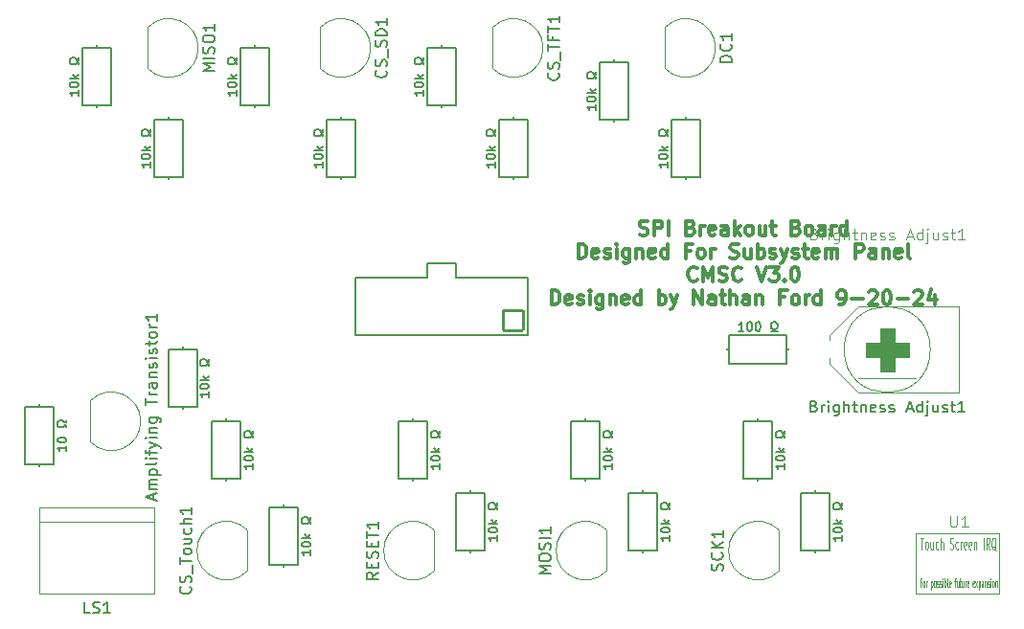
<source format=gbr>
%TF.GenerationSoftware,KiCad,Pcbnew,8.0.4*%
%TF.CreationDate,2024-09-20T16:10:16-06:00*%
%TF.ProjectId,Subsystem SPI Breakout v3,53756273-7973-4746-956d-205350492042,rev?*%
%TF.SameCoordinates,Original*%
%TF.FileFunction,Legend,Top*%
%TF.FilePolarity,Positive*%
%FSLAX46Y46*%
G04 Gerber Fmt 4.6, Leading zero omitted, Abs format (unit mm)*
G04 Created by KiCad (PCBNEW 8.0.4) date 2024-09-20 16:10:16*
%MOMM*%
%LPD*%
G01*
G04 APERTURE LIST*
G04 Aperture macros list*
%AMRoundRect*
0 Rectangle with rounded corners*
0 $1 Rounding radius*
0 $2 $3 $4 $5 $6 $7 $8 $9 X,Y pos of 4 corners*
0 Add a 4 corners polygon primitive as box body*
4,1,4,$2,$3,$4,$5,$6,$7,$8,$9,$2,$3,0*
0 Add four circle primitives for the rounded corners*
1,1,$1+$1,$2,$3*
1,1,$1+$1,$4,$5*
1,1,$1+$1,$6,$7*
1,1,$1+$1,$8,$9*
0 Add four rect primitives between the rounded corners*
20,1,$1+$1,$2,$3,$4,$5,0*
20,1,$1+$1,$4,$5,$6,$7,0*
20,1,$1+$1,$6,$7,$8,$9,0*
20,1,$1+$1,$8,$9,$2,$3,0*%
G04 Aperture macros list end*
%ADD10C,0.300000*%
%ADD11C,0.150000*%
%ADD12C,0.100000*%
%ADD13C,0.063500*%
%ADD14C,0.127000*%
%ADD15C,0.120000*%
%ADD16C,1.982000*%
%ADD17C,1.524000*%
%ADD18R,1.500000X1.050000*%
%ADD19O,1.500000X1.050000*%
%ADD20C,1.905000*%
%ADD21R,3.000000X3.000000*%
%ADD22C,3.000000*%
%ADD23RoundRect,0.102000X0.889000X0.889000X-0.889000X0.889000X-0.889000X-0.889000X0.889000X-0.889000X0*%
%ADD24C,2.794000*%
%ADD25R,1.524000X1.524000*%
G04 APERTURE END LIST*
D10*
X166067618Y-88884613D02*
X166249047Y-88945089D01*
X166249047Y-88945089D02*
X166551428Y-88945089D01*
X166551428Y-88945089D02*
X166672380Y-88884613D01*
X166672380Y-88884613D02*
X166732856Y-88824136D01*
X166732856Y-88824136D02*
X166793333Y-88703184D01*
X166793333Y-88703184D02*
X166793333Y-88582232D01*
X166793333Y-88582232D02*
X166732856Y-88461279D01*
X166732856Y-88461279D02*
X166672380Y-88400803D01*
X166672380Y-88400803D02*
X166551428Y-88340327D01*
X166551428Y-88340327D02*
X166309523Y-88279851D01*
X166309523Y-88279851D02*
X166188571Y-88219374D01*
X166188571Y-88219374D02*
X166128094Y-88158898D01*
X166128094Y-88158898D02*
X166067618Y-88037946D01*
X166067618Y-88037946D02*
X166067618Y-87916993D01*
X166067618Y-87916993D02*
X166128094Y-87796041D01*
X166128094Y-87796041D02*
X166188571Y-87735565D01*
X166188571Y-87735565D02*
X166309523Y-87675089D01*
X166309523Y-87675089D02*
X166611904Y-87675089D01*
X166611904Y-87675089D02*
X166793333Y-87735565D01*
X167337618Y-88945089D02*
X167337618Y-87675089D01*
X167337618Y-87675089D02*
X167821428Y-87675089D01*
X167821428Y-87675089D02*
X167942380Y-87735565D01*
X167942380Y-87735565D02*
X168002857Y-87796041D01*
X168002857Y-87796041D02*
X168063333Y-87916993D01*
X168063333Y-87916993D02*
X168063333Y-88098422D01*
X168063333Y-88098422D02*
X168002857Y-88219374D01*
X168002857Y-88219374D02*
X167942380Y-88279851D01*
X167942380Y-88279851D02*
X167821428Y-88340327D01*
X167821428Y-88340327D02*
X167337618Y-88340327D01*
X168607618Y-88945089D02*
X168607618Y-87675089D01*
X170603333Y-88279851D02*
X170784761Y-88340327D01*
X170784761Y-88340327D02*
X170845238Y-88400803D01*
X170845238Y-88400803D02*
X170905714Y-88521755D01*
X170905714Y-88521755D02*
X170905714Y-88703184D01*
X170905714Y-88703184D02*
X170845238Y-88824136D01*
X170845238Y-88824136D02*
X170784761Y-88884613D01*
X170784761Y-88884613D02*
X170663809Y-88945089D01*
X170663809Y-88945089D02*
X170179999Y-88945089D01*
X170179999Y-88945089D02*
X170179999Y-87675089D01*
X170179999Y-87675089D02*
X170603333Y-87675089D01*
X170603333Y-87675089D02*
X170724285Y-87735565D01*
X170724285Y-87735565D02*
X170784761Y-87796041D01*
X170784761Y-87796041D02*
X170845238Y-87916993D01*
X170845238Y-87916993D02*
X170845238Y-88037946D01*
X170845238Y-88037946D02*
X170784761Y-88158898D01*
X170784761Y-88158898D02*
X170724285Y-88219374D01*
X170724285Y-88219374D02*
X170603333Y-88279851D01*
X170603333Y-88279851D02*
X170179999Y-88279851D01*
X171449999Y-88945089D02*
X171449999Y-88098422D01*
X171449999Y-88340327D02*
X171510476Y-88219374D01*
X171510476Y-88219374D02*
X171570952Y-88158898D01*
X171570952Y-88158898D02*
X171691904Y-88098422D01*
X171691904Y-88098422D02*
X171812857Y-88098422D01*
X172719999Y-88884613D02*
X172599047Y-88945089D01*
X172599047Y-88945089D02*
X172357142Y-88945089D01*
X172357142Y-88945089D02*
X172236189Y-88884613D01*
X172236189Y-88884613D02*
X172175713Y-88763660D01*
X172175713Y-88763660D02*
X172175713Y-88279851D01*
X172175713Y-88279851D02*
X172236189Y-88158898D01*
X172236189Y-88158898D02*
X172357142Y-88098422D01*
X172357142Y-88098422D02*
X172599047Y-88098422D01*
X172599047Y-88098422D02*
X172719999Y-88158898D01*
X172719999Y-88158898D02*
X172780475Y-88279851D01*
X172780475Y-88279851D02*
X172780475Y-88400803D01*
X172780475Y-88400803D02*
X172175713Y-88521755D01*
X173869046Y-88945089D02*
X173869046Y-88279851D01*
X173869046Y-88279851D02*
X173808570Y-88158898D01*
X173808570Y-88158898D02*
X173687618Y-88098422D01*
X173687618Y-88098422D02*
X173445713Y-88098422D01*
X173445713Y-88098422D02*
X173324760Y-88158898D01*
X173869046Y-88884613D02*
X173748094Y-88945089D01*
X173748094Y-88945089D02*
X173445713Y-88945089D01*
X173445713Y-88945089D02*
X173324760Y-88884613D01*
X173324760Y-88884613D02*
X173264284Y-88763660D01*
X173264284Y-88763660D02*
X173264284Y-88642708D01*
X173264284Y-88642708D02*
X173324760Y-88521755D01*
X173324760Y-88521755D02*
X173445713Y-88461279D01*
X173445713Y-88461279D02*
X173748094Y-88461279D01*
X173748094Y-88461279D02*
X173869046Y-88400803D01*
X174473808Y-88945089D02*
X174473808Y-87675089D01*
X174594761Y-88461279D02*
X174957618Y-88945089D01*
X174957618Y-88098422D02*
X174473808Y-88582232D01*
X175683332Y-88945089D02*
X175562380Y-88884613D01*
X175562380Y-88884613D02*
X175501903Y-88824136D01*
X175501903Y-88824136D02*
X175441427Y-88703184D01*
X175441427Y-88703184D02*
X175441427Y-88340327D01*
X175441427Y-88340327D02*
X175501903Y-88219374D01*
X175501903Y-88219374D02*
X175562380Y-88158898D01*
X175562380Y-88158898D02*
X175683332Y-88098422D01*
X175683332Y-88098422D02*
X175864761Y-88098422D01*
X175864761Y-88098422D02*
X175985713Y-88158898D01*
X175985713Y-88158898D02*
X176046189Y-88219374D01*
X176046189Y-88219374D02*
X176106665Y-88340327D01*
X176106665Y-88340327D02*
X176106665Y-88703184D01*
X176106665Y-88703184D02*
X176046189Y-88824136D01*
X176046189Y-88824136D02*
X175985713Y-88884613D01*
X175985713Y-88884613D02*
X175864761Y-88945089D01*
X175864761Y-88945089D02*
X175683332Y-88945089D01*
X177195237Y-88098422D02*
X177195237Y-88945089D01*
X176650951Y-88098422D02*
X176650951Y-88763660D01*
X176650951Y-88763660D02*
X176711428Y-88884613D01*
X176711428Y-88884613D02*
X176832380Y-88945089D01*
X176832380Y-88945089D02*
X177013809Y-88945089D01*
X177013809Y-88945089D02*
X177134761Y-88884613D01*
X177134761Y-88884613D02*
X177195237Y-88824136D01*
X177618571Y-88098422D02*
X178102380Y-88098422D01*
X177799999Y-87675089D02*
X177799999Y-88763660D01*
X177799999Y-88763660D02*
X177860476Y-88884613D01*
X177860476Y-88884613D02*
X177981428Y-88945089D01*
X177981428Y-88945089D02*
X178102380Y-88945089D01*
X179916666Y-88279851D02*
X180098094Y-88340327D01*
X180098094Y-88340327D02*
X180158571Y-88400803D01*
X180158571Y-88400803D02*
X180219047Y-88521755D01*
X180219047Y-88521755D02*
X180219047Y-88703184D01*
X180219047Y-88703184D02*
X180158571Y-88824136D01*
X180158571Y-88824136D02*
X180098094Y-88884613D01*
X180098094Y-88884613D02*
X179977142Y-88945089D01*
X179977142Y-88945089D02*
X179493332Y-88945089D01*
X179493332Y-88945089D02*
X179493332Y-87675089D01*
X179493332Y-87675089D02*
X179916666Y-87675089D01*
X179916666Y-87675089D02*
X180037618Y-87735565D01*
X180037618Y-87735565D02*
X180098094Y-87796041D01*
X180098094Y-87796041D02*
X180158571Y-87916993D01*
X180158571Y-87916993D02*
X180158571Y-88037946D01*
X180158571Y-88037946D02*
X180098094Y-88158898D01*
X180098094Y-88158898D02*
X180037618Y-88219374D01*
X180037618Y-88219374D02*
X179916666Y-88279851D01*
X179916666Y-88279851D02*
X179493332Y-88279851D01*
X180944761Y-88945089D02*
X180823809Y-88884613D01*
X180823809Y-88884613D02*
X180763332Y-88824136D01*
X180763332Y-88824136D02*
X180702856Y-88703184D01*
X180702856Y-88703184D02*
X180702856Y-88340327D01*
X180702856Y-88340327D02*
X180763332Y-88219374D01*
X180763332Y-88219374D02*
X180823809Y-88158898D01*
X180823809Y-88158898D02*
X180944761Y-88098422D01*
X180944761Y-88098422D02*
X181126190Y-88098422D01*
X181126190Y-88098422D02*
X181247142Y-88158898D01*
X181247142Y-88158898D02*
X181307618Y-88219374D01*
X181307618Y-88219374D02*
X181368094Y-88340327D01*
X181368094Y-88340327D02*
X181368094Y-88703184D01*
X181368094Y-88703184D02*
X181307618Y-88824136D01*
X181307618Y-88824136D02*
X181247142Y-88884613D01*
X181247142Y-88884613D02*
X181126190Y-88945089D01*
X181126190Y-88945089D02*
X180944761Y-88945089D01*
X182456666Y-88945089D02*
X182456666Y-88279851D01*
X182456666Y-88279851D02*
X182396190Y-88158898D01*
X182396190Y-88158898D02*
X182275238Y-88098422D01*
X182275238Y-88098422D02*
X182033333Y-88098422D01*
X182033333Y-88098422D02*
X181912380Y-88158898D01*
X182456666Y-88884613D02*
X182335714Y-88945089D01*
X182335714Y-88945089D02*
X182033333Y-88945089D01*
X182033333Y-88945089D02*
X181912380Y-88884613D01*
X181912380Y-88884613D02*
X181851904Y-88763660D01*
X181851904Y-88763660D02*
X181851904Y-88642708D01*
X181851904Y-88642708D02*
X181912380Y-88521755D01*
X181912380Y-88521755D02*
X182033333Y-88461279D01*
X182033333Y-88461279D02*
X182335714Y-88461279D01*
X182335714Y-88461279D02*
X182456666Y-88400803D01*
X183061428Y-88945089D02*
X183061428Y-88098422D01*
X183061428Y-88340327D02*
X183121905Y-88219374D01*
X183121905Y-88219374D02*
X183182381Y-88158898D01*
X183182381Y-88158898D02*
X183303333Y-88098422D01*
X183303333Y-88098422D02*
X183424286Y-88098422D01*
X184391904Y-88945089D02*
X184391904Y-87675089D01*
X184391904Y-88884613D02*
X184270952Y-88945089D01*
X184270952Y-88945089D02*
X184029047Y-88945089D01*
X184029047Y-88945089D02*
X183908095Y-88884613D01*
X183908095Y-88884613D02*
X183847618Y-88824136D01*
X183847618Y-88824136D02*
X183787142Y-88703184D01*
X183787142Y-88703184D02*
X183787142Y-88340327D01*
X183787142Y-88340327D02*
X183847618Y-88219374D01*
X183847618Y-88219374D02*
X183908095Y-88158898D01*
X183908095Y-88158898D02*
X184029047Y-88098422D01*
X184029047Y-88098422D02*
X184270952Y-88098422D01*
X184270952Y-88098422D02*
X184391904Y-88158898D01*
X160655000Y-90989718D02*
X160655000Y-89719718D01*
X160655000Y-89719718D02*
X160957381Y-89719718D01*
X160957381Y-89719718D02*
X161138810Y-89780194D01*
X161138810Y-89780194D02*
X161259762Y-89901146D01*
X161259762Y-89901146D02*
X161320239Y-90022099D01*
X161320239Y-90022099D02*
X161380715Y-90264003D01*
X161380715Y-90264003D02*
X161380715Y-90445432D01*
X161380715Y-90445432D02*
X161320239Y-90687337D01*
X161320239Y-90687337D02*
X161259762Y-90808289D01*
X161259762Y-90808289D02*
X161138810Y-90929242D01*
X161138810Y-90929242D02*
X160957381Y-90989718D01*
X160957381Y-90989718D02*
X160655000Y-90989718D01*
X162408810Y-90929242D02*
X162287858Y-90989718D01*
X162287858Y-90989718D02*
X162045953Y-90989718D01*
X162045953Y-90989718D02*
X161925000Y-90929242D01*
X161925000Y-90929242D02*
X161864524Y-90808289D01*
X161864524Y-90808289D02*
X161864524Y-90324480D01*
X161864524Y-90324480D02*
X161925000Y-90203527D01*
X161925000Y-90203527D02*
X162045953Y-90143051D01*
X162045953Y-90143051D02*
X162287858Y-90143051D01*
X162287858Y-90143051D02*
X162408810Y-90203527D01*
X162408810Y-90203527D02*
X162469286Y-90324480D01*
X162469286Y-90324480D02*
X162469286Y-90445432D01*
X162469286Y-90445432D02*
X161864524Y-90566384D01*
X162953095Y-90929242D02*
X163074048Y-90989718D01*
X163074048Y-90989718D02*
X163315952Y-90989718D01*
X163315952Y-90989718D02*
X163436905Y-90929242D01*
X163436905Y-90929242D02*
X163497381Y-90808289D01*
X163497381Y-90808289D02*
X163497381Y-90747813D01*
X163497381Y-90747813D02*
X163436905Y-90626861D01*
X163436905Y-90626861D02*
X163315952Y-90566384D01*
X163315952Y-90566384D02*
X163134524Y-90566384D01*
X163134524Y-90566384D02*
X163013571Y-90505908D01*
X163013571Y-90505908D02*
X162953095Y-90384956D01*
X162953095Y-90384956D02*
X162953095Y-90324480D01*
X162953095Y-90324480D02*
X163013571Y-90203527D01*
X163013571Y-90203527D02*
X163134524Y-90143051D01*
X163134524Y-90143051D02*
X163315952Y-90143051D01*
X163315952Y-90143051D02*
X163436905Y-90203527D01*
X164041666Y-90989718D02*
X164041666Y-90143051D01*
X164041666Y-89719718D02*
X163981190Y-89780194D01*
X163981190Y-89780194D02*
X164041666Y-89840670D01*
X164041666Y-89840670D02*
X164102143Y-89780194D01*
X164102143Y-89780194D02*
X164041666Y-89719718D01*
X164041666Y-89719718D02*
X164041666Y-89840670D01*
X165190714Y-90143051D02*
X165190714Y-91171146D01*
X165190714Y-91171146D02*
X165130238Y-91292099D01*
X165130238Y-91292099D02*
X165069762Y-91352575D01*
X165069762Y-91352575D02*
X164948809Y-91413051D01*
X164948809Y-91413051D02*
X164767381Y-91413051D01*
X164767381Y-91413051D02*
X164646428Y-91352575D01*
X165190714Y-90929242D02*
X165069762Y-90989718D01*
X165069762Y-90989718D02*
X164827857Y-90989718D01*
X164827857Y-90989718D02*
X164706905Y-90929242D01*
X164706905Y-90929242D02*
X164646428Y-90868765D01*
X164646428Y-90868765D02*
X164585952Y-90747813D01*
X164585952Y-90747813D02*
X164585952Y-90384956D01*
X164585952Y-90384956D02*
X164646428Y-90264003D01*
X164646428Y-90264003D02*
X164706905Y-90203527D01*
X164706905Y-90203527D02*
X164827857Y-90143051D01*
X164827857Y-90143051D02*
X165069762Y-90143051D01*
X165069762Y-90143051D02*
X165190714Y-90203527D01*
X165795476Y-90143051D02*
X165795476Y-90989718D01*
X165795476Y-90264003D02*
X165855953Y-90203527D01*
X165855953Y-90203527D02*
X165976905Y-90143051D01*
X165976905Y-90143051D02*
X166158334Y-90143051D01*
X166158334Y-90143051D02*
X166279286Y-90203527D01*
X166279286Y-90203527D02*
X166339762Y-90324480D01*
X166339762Y-90324480D02*
X166339762Y-90989718D01*
X167428334Y-90929242D02*
X167307382Y-90989718D01*
X167307382Y-90989718D02*
X167065477Y-90989718D01*
X167065477Y-90989718D02*
X166944524Y-90929242D01*
X166944524Y-90929242D02*
X166884048Y-90808289D01*
X166884048Y-90808289D02*
X166884048Y-90324480D01*
X166884048Y-90324480D02*
X166944524Y-90203527D01*
X166944524Y-90203527D02*
X167065477Y-90143051D01*
X167065477Y-90143051D02*
X167307382Y-90143051D01*
X167307382Y-90143051D02*
X167428334Y-90203527D01*
X167428334Y-90203527D02*
X167488810Y-90324480D01*
X167488810Y-90324480D02*
X167488810Y-90445432D01*
X167488810Y-90445432D02*
X166884048Y-90566384D01*
X168577381Y-90989718D02*
X168577381Y-89719718D01*
X168577381Y-90929242D02*
X168456429Y-90989718D01*
X168456429Y-90989718D02*
X168214524Y-90989718D01*
X168214524Y-90989718D02*
X168093572Y-90929242D01*
X168093572Y-90929242D02*
X168033095Y-90868765D01*
X168033095Y-90868765D02*
X167972619Y-90747813D01*
X167972619Y-90747813D02*
X167972619Y-90384956D01*
X167972619Y-90384956D02*
X168033095Y-90264003D01*
X168033095Y-90264003D02*
X168093572Y-90203527D01*
X168093572Y-90203527D02*
X168214524Y-90143051D01*
X168214524Y-90143051D02*
X168456429Y-90143051D01*
X168456429Y-90143051D02*
X168577381Y-90203527D01*
X170573096Y-90324480D02*
X170149762Y-90324480D01*
X170149762Y-90989718D02*
X170149762Y-89719718D01*
X170149762Y-89719718D02*
X170754524Y-89719718D01*
X171419762Y-90989718D02*
X171298810Y-90929242D01*
X171298810Y-90929242D02*
X171238333Y-90868765D01*
X171238333Y-90868765D02*
X171177857Y-90747813D01*
X171177857Y-90747813D02*
X171177857Y-90384956D01*
X171177857Y-90384956D02*
X171238333Y-90264003D01*
X171238333Y-90264003D02*
X171298810Y-90203527D01*
X171298810Y-90203527D02*
X171419762Y-90143051D01*
X171419762Y-90143051D02*
X171601191Y-90143051D01*
X171601191Y-90143051D02*
X171722143Y-90203527D01*
X171722143Y-90203527D02*
X171782619Y-90264003D01*
X171782619Y-90264003D02*
X171843095Y-90384956D01*
X171843095Y-90384956D02*
X171843095Y-90747813D01*
X171843095Y-90747813D02*
X171782619Y-90868765D01*
X171782619Y-90868765D02*
X171722143Y-90929242D01*
X171722143Y-90929242D02*
X171601191Y-90989718D01*
X171601191Y-90989718D02*
X171419762Y-90989718D01*
X172387381Y-90989718D02*
X172387381Y-90143051D01*
X172387381Y-90384956D02*
X172447858Y-90264003D01*
X172447858Y-90264003D02*
X172508334Y-90203527D01*
X172508334Y-90203527D02*
X172629286Y-90143051D01*
X172629286Y-90143051D02*
X172750239Y-90143051D01*
X174080714Y-90929242D02*
X174262143Y-90989718D01*
X174262143Y-90989718D02*
X174564524Y-90989718D01*
X174564524Y-90989718D02*
X174685476Y-90929242D01*
X174685476Y-90929242D02*
X174745952Y-90868765D01*
X174745952Y-90868765D02*
X174806429Y-90747813D01*
X174806429Y-90747813D02*
X174806429Y-90626861D01*
X174806429Y-90626861D02*
X174745952Y-90505908D01*
X174745952Y-90505908D02*
X174685476Y-90445432D01*
X174685476Y-90445432D02*
X174564524Y-90384956D01*
X174564524Y-90384956D02*
X174322619Y-90324480D01*
X174322619Y-90324480D02*
X174201667Y-90264003D01*
X174201667Y-90264003D02*
X174141190Y-90203527D01*
X174141190Y-90203527D02*
X174080714Y-90082575D01*
X174080714Y-90082575D02*
X174080714Y-89961622D01*
X174080714Y-89961622D02*
X174141190Y-89840670D01*
X174141190Y-89840670D02*
X174201667Y-89780194D01*
X174201667Y-89780194D02*
X174322619Y-89719718D01*
X174322619Y-89719718D02*
X174625000Y-89719718D01*
X174625000Y-89719718D02*
X174806429Y-89780194D01*
X175895000Y-90143051D02*
X175895000Y-90989718D01*
X175350714Y-90143051D02*
X175350714Y-90808289D01*
X175350714Y-90808289D02*
X175411191Y-90929242D01*
X175411191Y-90929242D02*
X175532143Y-90989718D01*
X175532143Y-90989718D02*
X175713572Y-90989718D01*
X175713572Y-90989718D02*
X175834524Y-90929242D01*
X175834524Y-90929242D02*
X175895000Y-90868765D01*
X176499762Y-90989718D02*
X176499762Y-89719718D01*
X176499762Y-90203527D02*
X176620715Y-90143051D01*
X176620715Y-90143051D02*
X176862620Y-90143051D01*
X176862620Y-90143051D02*
X176983572Y-90203527D01*
X176983572Y-90203527D02*
X177044048Y-90264003D01*
X177044048Y-90264003D02*
X177104524Y-90384956D01*
X177104524Y-90384956D02*
X177104524Y-90747813D01*
X177104524Y-90747813D02*
X177044048Y-90868765D01*
X177044048Y-90868765D02*
X176983572Y-90929242D01*
X176983572Y-90929242D02*
X176862620Y-90989718D01*
X176862620Y-90989718D02*
X176620715Y-90989718D01*
X176620715Y-90989718D02*
X176499762Y-90929242D01*
X177588334Y-90929242D02*
X177709287Y-90989718D01*
X177709287Y-90989718D02*
X177951191Y-90989718D01*
X177951191Y-90989718D02*
X178072144Y-90929242D01*
X178072144Y-90929242D02*
X178132620Y-90808289D01*
X178132620Y-90808289D02*
X178132620Y-90747813D01*
X178132620Y-90747813D02*
X178072144Y-90626861D01*
X178072144Y-90626861D02*
X177951191Y-90566384D01*
X177951191Y-90566384D02*
X177769763Y-90566384D01*
X177769763Y-90566384D02*
X177648810Y-90505908D01*
X177648810Y-90505908D02*
X177588334Y-90384956D01*
X177588334Y-90384956D02*
X177588334Y-90324480D01*
X177588334Y-90324480D02*
X177648810Y-90203527D01*
X177648810Y-90203527D02*
X177769763Y-90143051D01*
X177769763Y-90143051D02*
X177951191Y-90143051D01*
X177951191Y-90143051D02*
X178072144Y-90203527D01*
X178555953Y-90143051D02*
X178858334Y-90989718D01*
X179160715Y-90143051D02*
X178858334Y-90989718D01*
X178858334Y-90989718D02*
X178737382Y-91292099D01*
X178737382Y-91292099D02*
X178676905Y-91352575D01*
X178676905Y-91352575D02*
X178555953Y-91413051D01*
X179584048Y-90929242D02*
X179705001Y-90989718D01*
X179705001Y-90989718D02*
X179946905Y-90989718D01*
X179946905Y-90989718D02*
X180067858Y-90929242D01*
X180067858Y-90929242D02*
X180128334Y-90808289D01*
X180128334Y-90808289D02*
X180128334Y-90747813D01*
X180128334Y-90747813D02*
X180067858Y-90626861D01*
X180067858Y-90626861D02*
X179946905Y-90566384D01*
X179946905Y-90566384D02*
X179765477Y-90566384D01*
X179765477Y-90566384D02*
X179644524Y-90505908D01*
X179644524Y-90505908D02*
X179584048Y-90384956D01*
X179584048Y-90384956D02*
X179584048Y-90324480D01*
X179584048Y-90324480D02*
X179644524Y-90203527D01*
X179644524Y-90203527D02*
X179765477Y-90143051D01*
X179765477Y-90143051D02*
X179946905Y-90143051D01*
X179946905Y-90143051D02*
X180067858Y-90203527D01*
X180491191Y-90143051D02*
X180975000Y-90143051D01*
X180672619Y-89719718D02*
X180672619Y-90808289D01*
X180672619Y-90808289D02*
X180733096Y-90929242D01*
X180733096Y-90929242D02*
X180854048Y-90989718D01*
X180854048Y-90989718D02*
X180975000Y-90989718D01*
X181882143Y-90929242D02*
X181761191Y-90989718D01*
X181761191Y-90989718D02*
X181519286Y-90989718D01*
X181519286Y-90989718D02*
X181398333Y-90929242D01*
X181398333Y-90929242D02*
X181337857Y-90808289D01*
X181337857Y-90808289D02*
X181337857Y-90324480D01*
X181337857Y-90324480D02*
X181398333Y-90203527D01*
X181398333Y-90203527D02*
X181519286Y-90143051D01*
X181519286Y-90143051D02*
X181761191Y-90143051D01*
X181761191Y-90143051D02*
X181882143Y-90203527D01*
X181882143Y-90203527D02*
X181942619Y-90324480D01*
X181942619Y-90324480D02*
X181942619Y-90445432D01*
X181942619Y-90445432D02*
X181337857Y-90566384D01*
X182486904Y-90989718D02*
X182486904Y-90143051D01*
X182486904Y-90264003D02*
X182547381Y-90203527D01*
X182547381Y-90203527D02*
X182668333Y-90143051D01*
X182668333Y-90143051D02*
X182849762Y-90143051D01*
X182849762Y-90143051D02*
X182970714Y-90203527D01*
X182970714Y-90203527D02*
X183031190Y-90324480D01*
X183031190Y-90324480D02*
X183031190Y-90989718D01*
X183031190Y-90324480D02*
X183091666Y-90203527D01*
X183091666Y-90203527D02*
X183212619Y-90143051D01*
X183212619Y-90143051D02*
X183394047Y-90143051D01*
X183394047Y-90143051D02*
X183515000Y-90203527D01*
X183515000Y-90203527D02*
X183575476Y-90324480D01*
X183575476Y-90324480D02*
X183575476Y-90989718D01*
X185147856Y-90989718D02*
X185147856Y-89719718D01*
X185147856Y-89719718D02*
X185631666Y-89719718D01*
X185631666Y-89719718D02*
X185752618Y-89780194D01*
X185752618Y-89780194D02*
X185813095Y-89840670D01*
X185813095Y-89840670D02*
X185873571Y-89961622D01*
X185873571Y-89961622D02*
X185873571Y-90143051D01*
X185873571Y-90143051D02*
X185813095Y-90264003D01*
X185813095Y-90264003D02*
X185752618Y-90324480D01*
X185752618Y-90324480D02*
X185631666Y-90384956D01*
X185631666Y-90384956D02*
X185147856Y-90384956D01*
X186962142Y-90989718D02*
X186962142Y-90324480D01*
X186962142Y-90324480D02*
X186901666Y-90203527D01*
X186901666Y-90203527D02*
X186780714Y-90143051D01*
X186780714Y-90143051D02*
X186538809Y-90143051D01*
X186538809Y-90143051D02*
X186417856Y-90203527D01*
X186962142Y-90929242D02*
X186841190Y-90989718D01*
X186841190Y-90989718D02*
X186538809Y-90989718D01*
X186538809Y-90989718D02*
X186417856Y-90929242D01*
X186417856Y-90929242D02*
X186357380Y-90808289D01*
X186357380Y-90808289D02*
X186357380Y-90687337D01*
X186357380Y-90687337D02*
X186417856Y-90566384D01*
X186417856Y-90566384D02*
X186538809Y-90505908D01*
X186538809Y-90505908D02*
X186841190Y-90505908D01*
X186841190Y-90505908D02*
X186962142Y-90445432D01*
X187566904Y-90143051D02*
X187566904Y-90989718D01*
X187566904Y-90264003D02*
X187627381Y-90203527D01*
X187627381Y-90203527D02*
X187748333Y-90143051D01*
X187748333Y-90143051D02*
X187929762Y-90143051D01*
X187929762Y-90143051D02*
X188050714Y-90203527D01*
X188050714Y-90203527D02*
X188111190Y-90324480D01*
X188111190Y-90324480D02*
X188111190Y-90989718D01*
X189199762Y-90929242D02*
X189078810Y-90989718D01*
X189078810Y-90989718D02*
X188836905Y-90989718D01*
X188836905Y-90989718D02*
X188715952Y-90929242D01*
X188715952Y-90929242D02*
X188655476Y-90808289D01*
X188655476Y-90808289D02*
X188655476Y-90324480D01*
X188655476Y-90324480D02*
X188715952Y-90203527D01*
X188715952Y-90203527D02*
X188836905Y-90143051D01*
X188836905Y-90143051D02*
X189078810Y-90143051D01*
X189078810Y-90143051D02*
X189199762Y-90203527D01*
X189199762Y-90203527D02*
X189260238Y-90324480D01*
X189260238Y-90324480D02*
X189260238Y-90445432D01*
X189260238Y-90445432D02*
X188655476Y-90566384D01*
X189985952Y-90989718D02*
X189865000Y-90929242D01*
X189865000Y-90929242D02*
X189804523Y-90808289D01*
X189804523Y-90808289D02*
X189804523Y-89719718D01*
X171147619Y-92913394D02*
X171087143Y-92973871D01*
X171087143Y-92973871D02*
X170905714Y-93034347D01*
X170905714Y-93034347D02*
X170784762Y-93034347D01*
X170784762Y-93034347D02*
X170603333Y-92973871D01*
X170603333Y-92973871D02*
X170482381Y-92852918D01*
X170482381Y-92852918D02*
X170421904Y-92731966D01*
X170421904Y-92731966D02*
X170361428Y-92490061D01*
X170361428Y-92490061D02*
X170361428Y-92308632D01*
X170361428Y-92308632D02*
X170421904Y-92066728D01*
X170421904Y-92066728D02*
X170482381Y-91945775D01*
X170482381Y-91945775D02*
X170603333Y-91824823D01*
X170603333Y-91824823D02*
X170784762Y-91764347D01*
X170784762Y-91764347D02*
X170905714Y-91764347D01*
X170905714Y-91764347D02*
X171087143Y-91824823D01*
X171087143Y-91824823D02*
X171147619Y-91885299D01*
X171691904Y-93034347D02*
X171691904Y-91764347D01*
X171691904Y-91764347D02*
X172115238Y-92671490D01*
X172115238Y-92671490D02*
X172538571Y-91764347D01*
X172538571Y-91764347D02*
X172538571Y-93034347D01*
X173082857Y-92973871D02*
X173264286Y-93034347D01*
X173264286Y-93034347D02*
X173566667Y-93034347D01*
X173566667Y-93034347D02*
X173687619Y-92973871D01*
X173687619Y-92973871D02*
X173748095Y-92913394D01*
X173748095Y-92913394D02*
X173808572Y-92792442D01*
X173808572Y-92792442D02*
X173808572Y-92671490D01*
X173808572Y-92671490D02*
X173748095Y-92550537D01*
X173748095Y-92550537D02*
X173687619Y-92490061D01*
X173687619Y-92490061D02*
X173566667Y-92429585D01*
X173566667Y-92429585D02*
X173324762Y-92369109D01*
X173324762Y-92369109D02*
X173203810Y-92308632D01*
X173203810Y-92308632D02*
X173143333Y-92248156D01*
X173143333Y-92248156D02*
X173082857Y-92127204D01*
X173082857Y-92127204D02*
X173082857Y-92006251D01*
X173082857Y-92006251D02*
X173143333Y-91885299D01*
X173143333Y-91885299D02*
X173203810Y-91824823D01*
X173203810Y-91824823D02*
X173324762Y-91764347D01*
X173324762Y-91764347D02*
X173627143Y-91764347D01*
X173627143Y-91764347D02*
X173808572Y-91824823D01*
X175078572Y-92913394D02*
X175018096Y-92973871D01*
X175018096Y-92973871D02*
X174836667Y-93034347D01*
X174836667Y-93034347D02*
X174715715Y-93034347D01*
X174715715Y-93034347D02*
X174534286Y-92973871D01*
X174534286Y-92973871D02*
X174413334Y-92852918D01*
X174413334Y-92852918D02*
X174352857Y-92731966D01*
X174352857Y-92731966D02*
X174292381Y-92490061D01*
X174292381Y-92490061D02*
X174292381Y-92308632D01*
X174292381Y-92308632D02*
X174352857Y-92066728D01*
X174352857Y-92066728D02*
X174413334Y-91945775D01*
X174413334Y-91945775D02*
X174534286Y-91824823D01*
X174534286Y-91824823D02*
X174715715Y-91764347D01*
X174715715Y-91764347D02*
X174836667Y-91764347D01*
X174836667Y-91764347D02*
X175018096Y-91824823D01*
X175018096Y-91824823D02*
X175078572Y-91885299D01*
X176409048Y-91764347D02*
X176832381Y-93034347D01*
X176832381Y-93034347D02*
X177255715Y-91764347D01*
X177558095Y-91764347D02*
X178344286Y-91764347D01*
X178344286Y-91764347D02*
X177920952Y-92248156D01*
X177920952Y-92248156D02*
X178102381Y-92248156D01*
X178102381Y-92248156D02*
X178223333Y-92308632D01*
X178223333Y-92308632D02*
X178283809Y-92369109D01*
X178283809Y-92369109D02*
X178344286Y-92490061D01*
X178344286Y-92490061D02*
X178344286Y-92792442D01*
X178344286Y-92792442D02*
X178283809Y-92913394D01*
X178283809Y-92913394D02*
X178223333Y-92973871D01*
X178223333Y-92973871D02*
X178102381Y-93034347D01*
X178102381Y-93034347D02*
X177739524Y-93034347D01*
X177739524Y-93034347D02*
X177618571Y-92973871D01*
X177618571Y-92973871D02*
X177558095Y-92913394D01*
X178888571Y-92913394D02*
X178949048Y-92973871D01*
X178949048Y-92973871D02*
X178888571Y-93034347D01*
X178888571Y-93034347D02*
X178828095Y-92973871D01*
X178828095Y-92973871D02*
X178888571Y-92913394D01*
X178888571Y-92913394D02*
X178888571Y-93034347D01*
X179735238Y-91764347D02*
X179856191Y-91764347D01*
X179856191Y-91764347D02*
X179977143Y-91824823D01*
X179977143Y-91824823D02*
X180037619Y-91885299D01*
X180037619Y-91885299D02*
X180098095Y-92006251D01*
X180098095Y-92006251D02*
X180158572Y-92248156D01*
X180158572Y-92248156D02*
X180158572Y-92550537D01*
X180158572Y-92550537D02*
X180098095Y-92792442D01*
X180098095Y-92792442D02*
X180037619Y-92913394D01*
X180037619Y-92913394D02*
X179977143Y-92973871D01*
X179977143Y-92973871D02*
X179856191Y-93034347D01*
X179856191Y-93034347D02*
X179735238Y-93034347D01*
X179735238Y-93034347D02*
X179614286Y-92973871D01*
X179614286Y-92973871D02*
X179553810Y-92913394D01*
X179553810Y-92913394D02*
X179493333Y-92792442D01*
X179493333Y-92792442D02*
X179432857Y-92550537D01*
X179432857Y-92550537D02*
X179432857Y-92248156D01*
X179432857Y-92248156D02*
X179493333Y-92006251D01*
X179493333Y-92006251D02*
X179553810Y-91885299D01*
X179553810Y-91885299D02*
X179614286Y-91824823D01*
X179614286Y-91824823D02*
X179735238Y-91764347D01*
X158296427Y-95078976D02*
X158296427Y-93808976D01*
X158296427Y-93808976D02*
X158598808Y-93808976D01*
X158598808Y-93808976D02*
X158780237Y-93869452D01*
X158780237Y-93869452D02*
X158901189Y-93990404D01*
X158901189Y-93990404D02*
X158961666Y-94111357D01*
X158961666Y-94111357D02*
X159022142Y-94353261D01*
X159022142Y-94353261D02*
X159022142Y-94534690D01*
X159022142Y-94534690D02*
X158961666Y-94776595D01*
X158961666Y-94776595D02*
X158901189Y-94897547D01*
X158901189Y-94897547D02*
X158780237Y-95018500D01*
X158780237Y-95018500D02*
X158598808Y-95078976D01*
X158598808Y-95078976D02*
X158296427Y-95078976D01*
X160050237Y-95018500D02*
X159929285Y-95078976D01*
X159929285Y-95078976D02*
X159687380Y-95078976D01*
X159687380Y-95078976D02*
X159566427Y-95018500D01*
X159566427Y-95018500D02*
X159505951Y-94897547D01*
X159505951Y-94897547D02*
X159505951Y-94413738D01*
X159505951Y-94413738D02*
X159566427Y-94292785D01*
X159566427Y-94292785D02*
X159687380Y-94232309D01*
X159687380Y-94232309D02*
X159929285Y-94232309D01*
X159929285Y-94232309D02*
X160050237Y-94292785D01*
X160050237Y-94292785D02*
X160110713Y-94413738D01*
X160110713Y-94413738D02*
X160110713Y-94534690D01*
X160110713Y-94534690D02*
X159505951Y-94655642D01*
X160594522Y-95018500D02*
X160715475Y-95078976D01*
X160715475Y-95078976D02*
X160957379Y-95078976D01*
X160957379Y-95078976D02*
X161078332Y-95018500D01*
X161078332Y-95018500D02*
X161138808Y-94897547D01*
X161138808Y-94897547D02*
X161138808Y-94837071D01*
X161138808Y-94837071D02*
X161078332Y-94716119D01*
X161078332Y-94716119D02*
X160957379Y-94655642D01*
X160957379Y-94655642D02*
X160775951Y-94655642D01*
X160775951Y-94655642D02*
X160654998Y-94595166D01*
X160654998Y-94595166D02*
X160594522Y-94474214D01*
X160594522Y-94474214D02*
X160594522Y-94413738D01*
X160594522Y-94413738D02*
X160654998Y-94292785D01*
X160654998Y-94292785D02*
X160775951Y-94232309D01*
X160775951Y-94232309D02*
X160957379Y-94232309D01*
X160957379Y-94232309D02*
X161078332Y-94292785D01*
X161683093Y-95078976D02*
X161683093Y-94232309D01*
X161683093Y-93808976D02*
X161622617Y-93869452D01*
X161622617Y-93869452D02*
X161683093Y-93929928D01*
X161683093Y-93929928D02*
X161743570Y-93869452D01*
X161743570Y-93869452D02*
X161683093Y-93808976D01*
X161683093Y-93808976D02*
X161683093Y-93929928D01*
X162832141Y-94232309D02*
X162832141Y-95260404D01*
X162832141Y-95260404D02*
X162771665Y-95381357D01*
X162771665Y-95381357D02*
X162711189Y-95441833D01*
X162711189Y-95441833D02*
X162590236Y-95502309D01*
X162590236Y-95502309D02*
X162408808Y-95502309D01*
X162408808Y-95502309D02*
X162287855Y-95441833D01*
X162832141Y-95018500D02*
X162711189Y-95078976D01*
X162711189Y-95078976D02*
X162469284Y-95078976D01*
X162469284Y-95078976D02*
X162348332Y-95018500D01*
X162348332Y-95018500D02*
X162287855Y-94958023D01*
X162287855Y-94958023D02*
X162227379Y-94837071D01*
X162227379Y-94837071D02*
X162227379Y-94474214D01*
X162227379Y-94474214D02*
X162287855Y-94353261D01*
X162287855Y-94353261D02*
X162348332Y-94292785D01*
X162348332Y-94292785D02*
X162469284Y-94232309D01*
X162469284Y-94232309D02*
X162711189Y-94232309D01*
X162711189Y-94232309D02*
X162832141Y-94292785D01*
X163436903Y-94232309D02*
X163436903Y-95078976D01*
X163436903Y-94353261D02*
X163497380Y-94292785D01*
X163497380Y-94292785D02*
X163618332Y-94232309D01*
X163618332Y-94232309D02*
X163799761Y-94232309D01*
X163799761Y-94232309D02*
X163920713Y-94292785D01*
X163920713Y-94292785D02*
X163981189Y-94413738D01*
X163981189Y-94413738D02*
X163981189Y-95078976D01*
X165069761Y-95018500D02*
X164948809Y-95078976D01*
X164948809Y-95078976D02*
X164706904Y-95078976D01*
X164706904Y-95078976D02*
X164585951Y-95018500D01*
X164585951Y-95018500D02*
X164525475Y-94897547D01*
X164525475Y-94897547D02*
X164525475Y-94413738D01*
X164525475Y-94413738D02*
X164585951Y-94292785D01*
X164585951Y-94292785D02*
X164706904Y-94232309D01*
X164706904Y-94232309D02*
X164948809Y-94232309D01*
X164948809Y-94232309D02*
X165069761Y-94292785D01*
X165069761Y-94292785D02*
X165130237Y-94413738D01*
X165130237Y-94413738D02*
X165130237Y-94534690D01*
X165130237Y-94534690D02*
X164525475Y-94655642D01*
X166218808Y-95078976D02*
X166218808Y-93808976D01*
X166218808Y-95018500D02*
X166097856Y-95078976D01*
X166097856Y-95078976D02*
X165855951Y-95078976D01*
X165855951Y-95078976D02*
X165734999Y-95018500D01*
X165734999Y-95018500D02*
X165674522Y-94958023D01*
X165674522Y-94958023D02*
X165614046Y-94837071D01*
X165614046Y-94837071D02*
X165614046Y-94474214D01*
X165614046Y-94474214D02*
X165674522Y-94353261D01*
X165674522Y-94353261D02*
X165734999Y-94292785D01*
X165734999Y-94292785D02*
X165855951Y-94232309D01*
X165855951Y-94232309D02*
X166097856Y-94232309D01*
X166097856Y-94232309D02*
X166218808Y-94292785D01*
X167791189Y-95078976D02*
X167791189Y-93808976D01*
X167791189Y-94292785D02*
X167912142Y-94232309D01*
X167912142Y-94232309D02*
X168154047Y-94232309D01*
X168154047Y-94232309D02*
X168274999Y-94292785D01*
X168274999Y-94292785D02*
X168335475Y-94353261D01*
X168335475Y-94353261D02*
X168395951Y-94474214D01*
X168395951Y-94474214D02*
X168395951Y-94837071D01*
X168395951Y-94837071D02*
X168335475Y-94958023D01*
X168335475Y-94958023D02*
X168274999Y-95018500D01*
X168274999Y-95018500D02*
X168154047Y-95078976D01*
X168154047Y-95078976D02*
X167912142Y-95078976D01*
X167912142Y-95078976D02*
X167791189Y-95018500D01*
X168819285Y-94232309D02*
X169121666Y-95078976D01*
X169424047Y-94232309D02*
X169121666Y-95078976D01*
X169121666Y-95078976D02*
X169000714Y-95381357D01*
X169000714Y-95381357D02*
X168940237Y-95441833D01*
X168940237Y-95441833D02*
X168819285Y-95502309D01*
X170875475Y-95078976D02*
X170875475Y-93808976D01*
X170875475Y-93808976D02*
X171601190Y-95078976D01*
X171601190Y-95078976D02*
X171601190Y-93808976D01*
X172750237Y-95078976D02*
X172750237Y-94413738D01*
X172750237Y-94413738D02*
X172689761Y-94292785D01*
X172689761Y-94292785D02*
X172568809Y-94232309D01*
X172568809Y-94232309D02*
X172326904Y-94232309D01*
X172326904Y-94232309D02*
X172205951Y-94292785D01*
X172750237Y-95018500D02*
X172629285Y-95078976D01*
X172629285Y-95078976D02*
X172326904Y-95078976D01*
X172326904Y-95078976D02*
X172205951Y-95018500D01*
X172205951Y-95018500D02*
X172145475Y-94897547D01*
X172145475Y-94897547D02*
X172145475Y-94776595D01*
X172145475Y-94776595D02*
X172205951Y-94655642D01*
X172205951Y-94655642D02*
X172326904Y-94595166D01*
X172326904Y-94595166D02*
X172629285Y-94595166D01*
X172629285Y-94595166D02*
X172750237Y-94534690D01*
X173173571Y-94232309D02*
X173657380Y-94232309D01*
X173354999Y-93808976D02*
X173354999Y-94897547D01*
X173354999Y-94897547D02*
X173415476Y-95018500D01*
X173415476Y-95018500D02*
X173536428Y-95078976D01*
X173536428Y-95078976D02*
X173657380Y-95078976D01*
X174080713Y-95078976D02*
X174080713Y-93808976D01*
X174624999Y-95078976D02*
X174624999Y-94413738D01*
X174624999Y-94413738D02*
X174564523Y-94292785D01*
X174564523Y-94292785D02*
X174443571Y-94232309D01*
X174443571Y-94232309D02*
X174262142Y-94232309D01*
X174262142Y-94232309D02*
X174141190Y-94292785D01*
X174141190Y-94292785D02*
X174080713Y-94353261D01*
X175774047Y-95078976D02*
X175774047Y-94413738D01*
X175774047Y-94413738D02*
X175713571Y-94292785D01*
X175713571Y-94292785D02*
X175592619Y-94232309D01*
X175592619Y-94232309D02*
X175350714Y-94232309D01*
X175350714Y-94232309D02*
X175229761Y-94292785D01*
X175774047Y-95018500D02*
X175653095Y-95078976D01*
X175653095Y-95078976D02*
X175350714Y-95078976D01*
X175350714Y-95078976D02*
X175229761Y-95018500D01*
X175229761Y-95018500D02*
X175169285Y-94897547D01*
X175169285Y-94897547D02*
X175169285Y-94776595D01*
X175169285Y-94776595D02*
X175229761Y-94655642D01*
X175229761Y-94655642D02*
X175350714Y-94595166D01*
X175350714Y-94595166D02*
X175653095Y-94595166D01*
X175653095Y-94595166D02*
X175774047Y-94534690D01*
X176378809Y-94232309D02*
X176378809Y-95078976D01*
X176378809Y-94353261D02*
X176439286Y-94292785D01*
X176439286Y-94292785D02*
X176560238Y-94232309D01*
X176560238Y-94232309D02*
X176741667Y-94232309D01*
X176741667Y-94232309D02*
X176862619Y-94292785D01*
X176862619Y-94292785D02*
X176923095Y-94413738D01*
X176923095Y-94413738D02*
X176923095Y-95078976D01*
X178918810Y-94413738D02*
X178495476Y-94413738D01*
X178495476Y-95078976D02*
X178495476Y-93808976D01*
X178495476Y-93808976D02*
X179100238Y-93808976D01*
X179765476Y-95078976D02*
X179644524Y-95018500D01*
X179644524Y-95018500D02*
X179584047Y-94958023D01*
X179584047Y-94958023D02*
X179523571Y-94837071D01*
X179523571Y-94837071D02*
X179523571Y-94474214D01*
X179523571Y-94474214D02*
X179584047Y-94353261D01*
X179584047Y-94353261D02*
X179644524Y-94292785D01*
X179644524Y-94292785D02*
X179765476Y-94232309D01*
X179765476Y-94232309D02*
X179946905Y-94232309D01*
X179946905Y-94232309D02*
X180067857Y-94292785D01*
X180067857Y-94292785D02*
X180128333Y-94353261D01*
X180128333Y-94353261D02*
X180188809Y-94474214D01*
X180188809Y-94474214D02*
X180188809Y-94837071D01*
X180188809Y-94837071D02*
X180128333Y-94958023D01*
X180128333Y-94958023D02*
X180067857Y-95018500D01*
X180067857Y-95018500D02*
X179946905Y-95078976D01*
X179946905Y-95078976D02*
X179765476Y-95078976D01*
X180733095Y-95078976D02*
X180733095Y-94232309D01*
X180733095Y-94474214D02*
X180793572Y-94353261D01*
X180793572Y-94353261D02*
X180854048Y-94292785D01*
X180854048Y-94292785D02*
X180975000Y-94232309D01*
X180975000Y-94232309D02*
X181095953Y-94232309D01*
X182063571Y-95078976D02*
X182063571Y-93808976D01*
X182063571Y-95018500D02*
X181942619Y-95078976D01*
X181942619Y-95078976D02*
X181700714Y-95078976D01*
X181700714Y-95078976D02*
X181579762Y-95018500D01*
X181579762Y-95018500D02*
X181519285Y-94958023D01*
X181519285Y-94958023D02*
X181458809Y-94837071D01*
X181458809Y-94837071D02*
X181458809Y-94474214D01*
X181458809Y-94474214D02*
X181519285Y-94353261D01*
X181519285Y-94353261D02*
X181579762Y-94292785D01*
X181579762Y-94292785D02*
X181700714Y-94232309D01*
X181700714Y-94232309D02*
X181942619Y-94232309D01*
X181942619Y-94232309D02*
X182063571Y-94292785D01*
X183696429Y-95078976D02*
X183938333Y-95078976D01*
X183938333Y-95078976D02*
X184059286Y-95018500D01*
X184059286Y-95018500D02*
X184119762Y-94958023D01*
X184119762Y-94958023D02*
X184240714Y-94776595D01*
X184240714Y-94776595D02*
X184301191Y-94534690D01*
X184301191Y-94534690D02*
X184301191Y-94050880D01*
X184301191Y-94050880D02*
X184240714Y-93929928D01*
X184240714Y-93929928D02*
X184180238Y-93869452D01*
X184180238Y-93869452D02*
X184059286Y-93808976D01*
X184059286Y-93808976D02*
X183817381Y-93808976D01*
X183817381Y-93808976D02*
X183696429Y-93869452D01*
X183696429Y-93869452D02*
X183635952Y-93929928D01*
X183635952Y-93929928D02*
X183575476Y-94050880D01*
X183575476Y-94050880D02*
X183575476Y-94353261D01*
X183575476Y-94353261D02*
X183635952Y-94474214D01*
X183635952Y-94474214D02*
X183696429Y-94534690D01*
X183696429Y-94534690D02*
X183817381Y-94595166D01*
X183817381Y-94595166D02*
X184059286Y-94595166D01*
X184059286Y-94595166D02*
X184180238Y-94534690D01*
X184180238Y-94534690D02*
X184240714Y-94474214D01*
X184240714Y-94474214D02*
X184301191Y-94353261D01*
X184845476Y-94595166D02*
X185813096Y-94595166D01*
X186357381Y-93929928D02*
X186417857Y-93869452D01*
X186417857Y-93869452D02*
X186538810Y-93808976D01*
X186538810Y-93808976D02*
X186841191Y-93808976D01*
X186841191Y-93808976D02*
X186962143Y-93869452D01*
X186962143Y-93869452D02*
X187022619Y-93929928D01*
X187022619Y-93929928D02*
X187083096Y-94050880D01*
X187083096Y-94050880D02*
X187083096Y-94171833D01*
X187083096Y-94171833D02*
X187022619Y-94353261D01*
X187022619Y-94353261D02*
X186296905Y-95078976D01*
X186296905Y-95078976D02*
X187083096Y-95078976D01*
X187869286Y-93808976D02*
X187990239Y-93808976D01*
X187990239Y-93808976D02*
X188111191Y-93869452D01*
X188111191Y-93869452D02*
X188171667Y-93929928D01*
X188171667Y-93929928D02*
X188232143Y-94050880D01*
X188232143Y-94050880D02*
X188292620Y-94292785D01*
X188292620Y-94292785D02*
X188292620Y-94595166D01*
X188292620Y-94595166D02*
X188232143Y-94837071D01*
X188232143Y-94837071D02*
X188171667Y-94958023D01*
X188171667Y-94958023D02*
X188111191Y-95018500D01*
X188111191Y-95018500D02*
X187990239Y-95078976D01*
X187990239Y-95078976D02*
X187869286Y-95078976D01*
X187869286Y-95078976D02*
X187748334Y-95018500D01*
X187748334Y-95018500D02*
X187687858Y-94958023D01*
X187687858Y-94958023D02*
X187627381Y-94837071D01*
X187627381Y-94837071D02*
X187566905Y-94595166D01*
X187566905Y-94595166D02*
X187566905Y-94292785D01*
X187566905Y-94292785D02*
X187627381Y-94050880D01*
X187627381Y-94050880D02*
X187687858Y-93929928D01*
X187687858Y-93929928D02*
X187748334Y-93869452D01*
X187748334Y-93869452D02*
X187869286Y-93808976D01*
X188836905Y-94595166D02*
X189804525Y-94595166D01*
X190348810Y-93929928D02*
X190409286Y-93869452D01*
X190409286Y-93869452D02*
X190530239Y-93808976D01*
X190530239Y-93808976D02*
X190832620Y-93808976D01*
X190832620Y-93808976D02*
X190953572Y-93869452D01*
X190953572Y-93869452D02*
X191014048Y-93929928D01*
X191014048Y-93929928D02*
X191074525Y-94050880D01*
X191074525Y-94050880D02*
X191074525Y-94171833D01*
X191074525Y-94171833D02*
X191014048Y-94353261D01*
X191014048Y-94353261D02*
X190288334Y-95078976D01*
X190288334Y-95078976D02*
X191074525Y-95078976D01*
X192163096Y-94232309D02*
X192163096Y-95078976D01*
X191860715Y-93748500D02*
X191558334Y-94655642D01*
X191558334Y-94655642D02*
X192344525Y-94655642D01*
D11*
X116466467Y-76148598D02*
X116466467Y-76598542D01*
X116466467Y-76373570D02*
X115679065Y-76373570D01*
X115679065Y-76373570D02*
X115791551Y-76448561D01*
X115791551Y-76448561D02*
X115866542Y-76523552D01*
X115866542Y-76523552D02*
X115904037Y-76598542D01*
X115679065Y-75661159D02*
X115679065Y-75586168D01*
X115679065Y-75586168D02*
X115716560Y-75511177D01*
X115716560Y-75511177D02*
X115754056Y-75473682D01*
X115754056Y-75473682D02*
X115829046Y-75436187D01*
X115829046Y-75436187D02*
X115979028Y-75398691D01*
X115979028Y-75398691D02*
X116166504Y-75398691D01*
X116166504Y-75398691D02*
X116316486Y-75436187D01*
X116316486Y-75436187D02*
X116391476Y-75473682D01*
X116391476Y-75473682D02*
X116428972Y-75511177D01*
X116428972Y-75511177D02*
X116466467Y-75586168D01*
X116466467Y-75586168D02*
X116466467Y-75661159D01*
X116466467Y-75661159D02*
X116428972Y-75736149D01*
X116428972Y-75736149D02*
X116391476Y-75773645D01*
X116391476Y-75773645D02*
X116316486Y-75811140D01*
X116316486Y-75811140D02*
X116166504Y-75848635D01*
X116166504Y-75848635D02*
X115979028Y-75848635D01*
X115979028Y-75848635D02*
X115829046Y-75811140D01*
X115829046Y-75811140D02*
X115754056Y-75773645D01*
X115754056Y-75773645D02*
X115716560Y-75736149D01*
X115716560Y-75736149D02*
X115679065Y-75661159D01*
X116466467Y-75061233D02*
X115679065Y-75061233D01*
X116166504Y-74986242D02*
X116466467Y-74761270D01*
X115941532Y-74761270D02*
X116241495Y-75061233D01*
X116466467Y-73861382D02*
X116466467Y-73673906D01*
X116466467Y-73673906D02*
X116316486Y-73673906D01*
X116316486Y-73673906D02*
X116278990Y-73748896D01*
X116278990Y-73748896D02*
X116204000Y-73823887D01*
X116204000Y-73823887D02*
X116091514Y-73861382D01*
X116091514Y-73861382D02*
X115904037Y-73861382D01*
X115904037Y-73861382D02*
X115791551Y-73823887D01*
X115791551Y-73823887D02*
X115716560Y-73748896D01*
X115716560Y-73748896D02*
X115679065Y-73636410D01*
X115679065Y-73636410D02*
X115679065Y-73486429D01*
X115679065Y-73486429D02*
X115716560Y-73373943D01*
X115716560Y-73373943D02*
X115791551Y-73298952D01*
X115791551Y-73298952D02*
X115904037Y-73261457D01*
X115904037Y-73261457D02*
X116091514Y-73261457D01*
X116091514Y-73261457D02*
X116204000Y-73298952D01*
X116204000Y-73298952D02*
X116278990Y-73373943D01*
X116278990Y-73373943D02*
X116316486Y-73448934D01*
X116316486Y-73448934D02*
X116466467Y-73448934D01*
X116466467Y-73448934D02*
X116466467Y-73261457D01*
X175255158Y-97416467D02*
X174805214Y-97416467D01*
X175030186Y-97416467D02*
X175030186Y-96629065D01*
X175030186Y-96629065D02*
X174955195Y-96741551D01*
X174955195Y-96741551D02*
X174880205Y-96816542D01*
X174880205Y-96816542D02*
X174805214Y-96854037D01*
X175742598Y-96629065D02*
X175817588Y-96629065D01*
X175817588Y-96629065D02*
X175892579Y-96666560D01*
X175892579Y-96666560D02*
X175930074Y-96704056D01*
X175930074Y-96704056D02*
X175967570Y-96779046D01*
X175967570Y-96779046D02*
X176005065Y-96929028D01*
X176005065Y-96929028D02*
X176005065Y-97116504D01*
X176005065Y-97116504D02*
X175967570Y-97266486D01*
X175967570Y-97266486D02*
X175930074Y-97341476D01*
X175930074Y-97341476D02*
X175892579Y-97378972D01*
X175892579Y-97378972D02*
X175817588Y-97416467D01*
X175817588Y-97416467D02*
X175742598Y-97416467D01*
X175742598Y-97416467D02*
X175667607Y-97378972D01*
X175667607Y-97378972D02*
X175630112Y-97341476D01*
X175630112Y-97341476D02*
X175592616Y-97266486D01*
X175592616Y-97266486D02*
X175555121Y-97116504D01*
X175555121Y-97116504D02*
X175555121Y-96929028D01*
X175555121Y-96929028D02*
X175592616Y-96779046D01*
X175592616Y-96779046D02*
X175630112Y-96704056D01*
X175630112Y-96704056D02*
X175667607Y-96666560D01*
X175667607Y-96666560D02*
X175742598Y-96629065D01*
X176492505Y-96629065D02*
X176567495Y-96629065D01*
X176567495Y-96629065D02*
X176642486Y-96666560D01*
X176642486Y-96666560D02*
X176679981Y-96704056D01*
X176679981Y-96704056D02*
X176717477Y-96779046D01*
X176717477Y-96779046D02*
X176754972Y-96929028D01*
X176754972Y-96929028D02*
X176754972Y-97116504D01*
X176754972Y-97116504D02*
X176717477Y-97266486D01*
X176717477Y-97266486D02*
X176679981Y-97341476D01*
X176679981Y-97341476D02*
X176642486Y-97378972D01*
X176642486Y-97378972D02*
X176567495Y-97416467D01*
X176567495Y-97416467D02*
X176492505Y-97416467D01*
X176492505Y-97416467D02*
X176417514Y-97378972D01*
X176417514Y-97378972D02*
X176380019Y-97341476D01*
X176380019Y-97341476D02*
X176342523Y-97266486D01*
X176342523Y-97266486D02*
X176305028Y-97116504D01*
X176305028Y-97116504D02*
X176305028Y-96929028D01*
X176305028Y-96929028D02*
X176342523Y-96779046D01*
X176342523Y-96779046D02*
X176380019Y-96704056D01*
X176380019Y-96704056D02*
X176417514Y-96666560D01*
X176417514Y-96666560D02*
X176492505Y-96629065D01*
X177654860Y-97416467D02*
X177842337Y-97416467D01*
X177842337Y-97416467D02*
X177842337Y-97266486D01*
X177842337Y-97266486D02*
X177767346Y-97228990D01*
X177767346Y-97228990D02*
X177692355Y-97154000D01*
X177692355Y-97154000D02*
X177654860Y-97041514D01*
X177654860Y-97041514D02*
X177654860Y-96854037D01*
X177654860Y-96854037D02*
X177692355Y-96741551D01*
X177692355Y-96741551D02*
X177767346Y-96666560D01*
X177767346Y-96666560D02*
X177879832Y-96629065D01*
X177879832Y-96629065D02*
X178029813Y-96629065D01*
X178029813Y-96629065D02*
X178142299Y-96666560D01*
X178142299Y-96666560D02*
X178217290Y-96741551D01*
X178217290Y-96741551D02*
X178254785Y-96854037D01*
X178254785Y-96854037D02*
X178254785Y-97041514D01*
X178254785Y-97041514D02*
X178217290Y-97154000D01*
X178217290Y-97154000D02*
X178142299Y-97228990D01*
X178142299Y-97228990D02*
X178067309Y-97266486D01*
X178067309Y-97266486D02*
X178067309Y-97416467D01*
X178067309Y-97416467D02*
X178254785Y-97416467D01*
D12*
X181483808Y-88833609D02*
X181626665Y-88881228D01*
X181626665Y-88881228D02*
X181674284Y-88928847D01*
X181674284Y-88928847D02*
X181721903Y-89024085D01*
X181721903Y-89024085D02*
X181721903Y-89166942D01*
X181721903Y-89166942D02*
X181674284Y-89262180D01*
X181674284Y-89262180D02*
X181626665Y-89309800D01*
X181626665Y-89309800D02*
X181531427Y-89357419D01*
X181531427Y-89357419D02*
X181150475Y-89357419D01*
X181150475Y-89357419D02*
X181150475Y-88357419D01*
X181150475Y-88357419D02*
X181483808Y-88357419D01*
X181483808Y-88357419D02*
X181579046Y-88405038D01*
X181579046Y-88405038D02*
X181626665Y-88452657D01*
X181626665Y-88452657D02*
X181674284Y-88547895D01*
X181674284Y-88547895D02*
X181674284Y-88643133D01*
X181674284Y-88643133D02*
X181626665Y-88738371D01*
X181626665Y-88738371D02*
X181579046Y-88785990D01*
X181579046Y-88785990D02*
X181483808Y-88833609D01*
X181483808Y-88833609D02*
X181150475Y-88833609D01*
X182150475Y-89357419D02*
X182150475Y-88690752D01*
X182150475Y-88881228D02*
X182198094Y-88785990D01*
X182198094Y-88785990D02*
X182245713Y-88738371D01*
X182245713Y-88738371D02*
X182340951Y-88690752D01*
X182340951Y-88690752D02*
X182436189Y-88690752D01*
X182769523Y-89357419D02*
X182769523Y-88690752D01*
X182769523Y-88357419D02*
X182721904Y-88405038D01*
X182721904Y-88405038D02*
X182769523Y-88452657D01*
X182769523Y-88452657D02*
X182817142Y-88405038D01*
X182817142Y-88405038D02*
X182769523Y-88357419D01*
X182769523Y-88357419D02*
X182769523Y-88452657D01*
X183674284Y-88690752D02*
X183674284Y-89500276D01*
X183674284Y-89500276D02*
X183626665Y-89595514D01*
X183626665Y-89595514D02*
X183579046Y-89643133D01*
X183579046Y-89643133D02*
X183483808Y-89690752D01*
X183483808Y-89690752D02*
X183340951Y-89690752D01*
X183340951Y-89690752D02*
X183245713Y-89643133D01*
X183674284Y-89309800D02*
X183579046Y-89357419D01*
X183579046Y-89357419D02*
X183388570Y-89357419D01*
X183388570Y-89357419D02*
X183293332Y-89309800D01*
X183293332Y-89309800D02*
X183245713Y-89262180D01*
X183245713Y-89262180D02*
X183198094Y-89166942D01*
X183198094Y-89166942D02*
X183198094Y-88881228D01*
X183198094Y-88881228D02*
X183245713Y-88785990D01*
X183245713Y-88785990D02*
X183293332Y-88738371D01*
X183293332Y-88738371D02*
X183388570Y-88690752D01*
X183388570Y-88690752D02*
X183579046Y-88690752D01*
X183579046Y-88690752D02*
X183674284Y-88738371D01*
X184150475Y-89357419D02*
X184150475Y-88357419D01*
X184579046Y-89357419D02*
X184579046Y-88833609D01*
X184579046Y-88833609D02*
X184531427Y-88738371D01*
X184531427Y-88738371D02*
X184436189Y-88690752D01*
X184436189Y-88690752D02*
X184293332Y-88690752D01*
X184293332Y-88690752D02*
X184198094Y-88738371D01*
X184198094Y-88738371D02*
X184150475Y-88785990D01*
X184912380Y-88690752D02*
X185293332Y-88690752D01*
X185055237Y-88357419D02*
X185055237Y-89214561D01*
X185055237Y-89214561D02*
X185102856Y-89309800D01*
X185102856Y-89309800D02*
X185198094Y-89357419D01*
X185198094Y-89357419D02*
X185293332Y-89357419D01*
X185626666Y-88690752D02*
X185626666Y-89357419D01*
X185626666Y-88785990D02*
X185674285Y-88738371D01*
X185674285Y-88738371D02*
X185769523Y-88690752D01*
X185769523Y-88690752D02*
X185912380Y-88690752D01*
X185912380Y-88690752D02*
X186007618Y-88738371D01*
X186007618Y-88738371D02*
X186055237Y-88833609D01*
X186055237Y-88833609D02*
X186055237Y-89357419D01*
X186912380Y-89309800D02*
X186817142Y-89357419D01*
X186817142Y-89357419D02*
X186626666Y-89357419D01*
X186626666Y-89357419D02*
X186531428Y-89309800D01*
X186531428Y-89309800D02*
X186483809Y-89214561D01*
X186483809Y-89214561D02*
X186483809Y-88833609D01*
X186483809Y-88833609D02*
X186531428Y-88738371D01*
X186531428Y-88738371D02*
X186626666Y-88690752D01*
X186626666Y-88690752D02*
X186817142Y-88690752D01*
X186817142Y-88690752D02*
X186912380Y-88738371D01*
X186912380Y-88738371D02*
X186959999Y-88833609D01*
X186959999Y-88833609D02*
X186959999Y-88928847D01*
X186959999Y-88928847D02*
X186483809Y-89024085D01*
X187340952Y-89309800D02*
X187436190Y-89357419D01*
X187436190Y-89357419D02*
X187626666Y-89357419D01*
X187626666Y-89357419D02*
X187721904Y-89309800D01*
X187721904Y-89309800D02*
X187769523Y-89214561D01*
X187769523Y-89214561D02*
X187769523Y-89166942D01*
X187769523Y-89166942D02*
X187721904Y-89071704D01*
X187721904Y-89071704D02*
X187626666Y-89024085D01*
X187626666Y-89024085D02*
X187483809Y-89024085D01*
X187483809Y-89024085D02*
X187388571Y-88976466D01*
X187388571Y-88976466D02*
X187340952Y-88881228D01*
X187340952Y-88881228D02*
X187340952Y-88833609D01*
X187340952Y-88833609D02*
X187388571Y-88738371D01*
X187388571Y-88738371D02*
X187483809Y-88690752D01*
X187483809Y-88690752D02*
X187626666Y-88690752D01*
X187626666Y-88690752D02*
X187721904Y-88738371D01*
X188150476Y-89309800D02*
X188245714Y-89357419D01*
X188245714Y-89357419D02*
X188436190Y-89357419D01*
X188436190Y-89357419D02*
X188531428Y-89309800D01*
X188531428Y-89309800D02*
X188579047Y-89214561D01*
X188579047Y-89214561D02*
X188579047Y-89166942D01*
X188579047Y-89166942D02*
X188531428Y-89071704D01*
X188531428Y-89071704D02*
X188436190Y-89024085D01*
X188436190Y-89024085D02*
X188293333Y-89024085D01*
X188293333Y-89024085D02*
X188198095Y-88976466D01*
X188198095Y-88976466D02*
X188150476Y-88881228D01*
X188150476Y-88881228D02*
X188150476Y-88833609D01*
X188150476Y-88833609D02*
X188198095Y-88738371D01*
X188198095Y-88738371D02*
X188293333Y-88690752D01*
X188293333Y-88690752D02*
X188436190Y-88690752D01*
X188436190Y-88690752D02*
X188531428Y-88738371D01*
X189721905Y-89071704D02*
X190198095Y-89071704D01*
X189626667Y-89357419D02*
X189960000Y-88357419D01*
X189960000Y-88357419D02*
X190293333Y-89357419D01*
X191055238Y-89357419D02*
X191055238Y-88357419D01*
X191055238Y-89309800D02*
X190960000Y-89357419D01*
X190960000Y-89357419D02*
X190769524Y-89357419D01*
X190769524Y-89357419D02*
X190674286Y-89309800D01*
X190674286Y-89309800D02*
X190626667Y-89262180D01*
X190626667Y-89262180D02*
X190579048Y-89166942D01*
X190579048Y-89166942D02*
X190579048Y-88881228D01*
X190579048Y-88881228D02*
X190626667Y-88785990D01*
X190626667Y-88785990D02*
X190674286Y-88738371D01*
X190674286Y-88738371D02*
X190769524Y-88690752D01*
X190769524Y-88690752D02*
X190960000Y-88690752D01*
X190960000Y-88690752D02*
X191055238Y-88738371D01*
X191531429Y-88690752D02*
X191531429Y-89547895D01*
X191531429Y-89547895D02*
X191483810Y-89643133D01*
X191483810Y-89643133D02*
X191388572Y-89690752D01*
X191388572Y-89690752D02*
X191340953Y-89690752D01*
X191531429Y-88357419D02*
X191483810Y-88405038D01*
X191483810Y-88405038D02*
X191531429Y-88452657D01*
X191531429Y-88452657D02*
X191579048Y-88405038D01*
X191579048Y-88405038D02*
X191531429Y-88357419D01*
X191531429Y-88357419D02*
X191531429Y-88452657D01*
X192436190Y-88690752D02*
X192436190Y-89357419D01*
X192007619Y-88690752D02*
X192007619Y-89214561D01*
X192007619Y-89214561D02*
X192055238Y-89309800D01*
X192055238Y-89309800D02*
X192150476Y-89357419D01*
X192150476Y-89357419D02*
X192293333Y-89357419D01*
X192293333Y-89357419D02*
X192388571Y-89309800D01*
X192388571Y-89309800D02*
X192436190Y-89262180D01*
X192864762Y-89309800D02*
X192960000Y-89357419D01*
X192960000Y-89357419D02*
X193150476Y-89357419D01*
X193150476Y-89357419D02*
X193245714Y-89309800D01*
X193245714Y-89309800D02*
X193293333Y-89214561D01*
X193293333Y-89214561D02*
X193293333Y-89166942D01*
X193293333Y-89166942D02*
X193245714Y-89071704D01*
X193245714Y-89071704D02*
X193150476Y-89024085D01*
X193150476Y-89024085D02*
X193007619Y-89024085D01*
X193007619Y-89024085D02*
X192912381Y-88976466D01*
X192912381Y-88976466D02*
X192864762Y-88881228D01*
X192864762Y-88881228D02*
X192864762Y-88833609D01*
X192864762Y-88833609D02*
X192912381Y-88738371D01*
X192912381Y-88738371D02*
X193007619Y-88690752D01*
X193007619Y-88690752D02*
X193150476Y-88690752D01*
X193150476Y-88690752D02*
X193245714Y-88738371D01*
X193579048Y-88690752D02*
X193960000Y-88690752D01*
X193721905Y-88357419D02*
X193721905Y-89214561D01*
X193721905Y-89214561D02*
X193769524Y-89309800D01*
X193769524Y-89309800D02*
X193864762Y-89357419D01*
X193864762Y-89357419D02*
X193960000Y-89357419D01*
X194817143Y-89357419D02*
X194245715Y-89357419D01*
X194531429Y-89357419D02*
X194531429Y-88357419D01*
X194531429Y-88357419D02*
X194436191Y-88500276D01*
X194436191Y-88500276D02*
X194340953Y-88595514D01*
X194340953Y-88595514D02*
X194245715Y-88643133D01*
D11*
X181483808Y-104071009D02*
X181626665Y-104118628D01*
X181626665Y-104118628D02*
X181674284Y-104166247D01*
X181674284Y-104166247D02*
X181721903Y-104261485D01*
X181721903Y-104261485D02*
X181721903Y-104404342D01*
X181721903Y-104404342D02*
X181674284Y-104499580D01*
X181674284Y-104499580D02*
X181626665Y-104547200D01*
X181626665Y-104547200D02*
X181531427Y-104594819D01*
X181531427Y-104594819D02*
X181150475Y-104594819D01*
X181150475Y-104594819D02*
X181150475Y-103594819D01*
X181150475Y-103594819D02*
X181483808Y-103594819D01*
X181483808Y-103594819D02*
X181579046Y-103642438D01*
X181579046Y-103642438D02*
X181626665Y-103690057D01*
X181626665Y-103690057D02*
X181674284Y-103785295D01*
X181674284Y-103785295D02*
X181674284Y-103880533D01*
X181674284Y-103880533D02*
X181626665Y-103975771D01*
X181626665Y-103975771D02*
X181579046Y-104023390D01*
X181579046Y-104023390D02*
X181483808Y-104071009D01*
X181483808Y-104071009D02*
X181150475Y-104071009D01*
X182150475Y-104594819D02*
X182150475Y-103928152D01*
X182150475Y-104118628D02*
X182198094Y-104023390D01*
X182198094Y-104023390D02*
X182245713Y-103975771D01*
X182245713Y-103975771D02*
X182340951Y-103928152D01*
X182340951Y-103928152D02*
X182436189Y-103928152D01*
X182769523Y-104594819D02*
X182769523Y-103928152D01*
X182769523Y-103594819D02*
X182721904Y-103642438D01*
X182721904Y-103642438D02*
X182769523Y-103690057D01*
X182769523Y-103690057D02*
X182817142Y-103642438D01*
X182817142Y-103642438D02*
X182769523Y-103594819D01*
X182769523Y-103594819D02*
X182769523Y-103690057D01*
X183674284Y-103928152D02*
X183674284Y-104737676D01*
X183674284Y-104737676D02*
X183626665Y-104832914D01*
X183626665Y-104832914D02*
X183579046Y-104880533D01*
X183579046Y-104880533D02*
X183483808Y-104928152D01*
X183483808Y-104928152D02*
X183340951Y-104928152D01*
X183340951Y-104928152D02*
X183245713Y-104880533D01*
X183674284Y-104547200D02*
X183579046Y-104594819D01*
X183579046Y-104594819D02*
X183388570Y-104594819D01*
X183388570Y-104594819D02*
X183293332Y-104547200D01*
X183293332Y-104547200D02*
X183245713Y-104499580D01*
X183245713Y-104499580D02*
X183198094Y-104404342D01*
X183198094Y-104404342D02*
X183198094Y-104118628D01*
X183198094Y-104118628D02*
X183245713Y-104023390D01*
X183245713Y-104023390D02*
X183293332Y-103975771D01*
X183293332Y-103975771D02*
X183388570Y-103928152D01*
X183388570Y-103928152D02*
X183579046Y-103928152D01*
X183579046Y-103928152D02*
X183674284Y-103975771D01*
X184150475Y-104594819D02*
X184150475Y-103594819D01*
X184579046Y-104594819D02*
X184579046Y-104071009D01*
X184579046Y-104071009D02*
X184531427Y-103975771D01*
X184531427Y-103975771D02*
X184436189Y-103928152D01*
X184436189Y-103928152D02*
X184293332Y-103928152D01*
X184293332Y-103928152D02*
X184198094Y-103975771D01*
X184198094Y-103975771D02*
X184150475Y-104023390D01*
X184912380Y-103928152D02*
X185293332Y-103928152D01*
X185055237Y-103594819D02*
X185055237Y-104451961D01*
X185055237Y-104451961D02*
X185102856Y-104547200D01*
X185102856Y-104547200D02*
X185198094Y-104594819D01*
X185198094Y-104594819D02*
X185293332Y-104594819D01*
X185626666Y-103928152D02*
X185626666Y-104594819D01*
X185626666Y-104023390D02*
X185674285Y-103975771D01*
X185674285Y-103975771D02*
X185769523Y-103928152D01*
X185769523Y-103928152D02*
X185912380Y-103928152D01*
X185912380Y-103928152D02*
X186007618Y-103975771D01*
X186007618Y-103975771D02*
X186055237Y-104071009D01*
X186055237Y-104071009D02*
X186055237Y-104594819D01*
X186912380Y-104547200D02*
X186817142Y-104594819D01*
X186817142Y-104594819D02*
X186626666Y-104594819D01*
X186626666Y-104594819D02*
X186531428Y-104547200D01*
X186531428Y-104547200D02*
X186483809Y-104451961D01*
X186483809Y-104451961D02*
X186483809Y-104071009D01*
X186483809Y-104071009D02*
X186531428Y-103975771D01*
X186531428Y-103975771D02*
X186626666Y-103928152D01*
X186626666Y-103928152D02*
X186817142Y-103928152D01*
X186817142Y-103928152D02*
X186912380Y-103975771D01*
X186912380Y-103975771D02*
X186959999Y-104071009D01*
X186959999Y-104071009D02*
X186959999Y-104166247D01*
X186959999Y-104166247D02*
X186483809Y-104261485D01*
X187340952Y-104547200D02*
X187436190Y-104594819D01*
X187436190Y-104594819D02*
X187626666Y-104594819D01*
X187626666Y-104594819D02*
X187721904Y-104547200D01*
X187721904Y-104547200D02*
X187769523Y-104451961D01*
X187769523Y-104451961D02*
X187769523Y-104404342D01*
X187769523Y-104404342D02*
X187721904Y-104309104D01*
X187721904Y-104309104D02*
X187626666Y-104261485D01*
X187626666Y-104261485D02*
X187483809Y-104261485D01*
X187483809Y-104261485D02*
X187388571Y-104213866D01*
X187388571Y-104213866D02*
X187340952Y-104118628D01*
X187340952Y-104118628D02*
X187340952Y-104071009D01*
X187340952Y-104071009D02*
X187388571Y-103975771D01*
X187388571Y-103975771D02*
X187483809Y-103928152D01*
X187483809Y-103928152D02*
X187626666Y-103928152D01*
X187626666Y-103928152D02*
X187721904Y-103975771D01*
X188150476Y-104547200D02*
X188245714Y-104594819D01*
X188245714Y-104594819D02*
X188436190Y-104594819D01*
X188436190Y-104594819D02*
X188531428Y-104547200D01*
X188531428Y-104547200D02*
X188579047Y-104451961D01*
X188579047Y-104451961D02*
X188579047Y-104404342D01*
X188579047Y-104404342D02*
X188531428Y-104309104D01*
X188531428Y-104309104D02*
X188436190Y-104261485D01*
X188436190Y-104261485D02*
X188293333Y-104261485D01*
X188293333Y-104261485D02*
X188198095Y-104213866D01*
X188198095Y-104213866D02*
X188150476Y-104118628D01*
X188150476Y-104118628D02*
X188150476Y-104071009D01*
X188150476Y-104071009D02*
X188198095Y-103975771D01*
X188198095Y-103975771D02*
X188293333Y-103928152D01*
X188293333Y-103928152D02*
X188436190Y-103928152D01*
X188436190Y-103928152D02*
X188531428Y-103975771D01*
X189721905Y-104309104D02*
X190198095Y-104309104D01*
X189626667Y-104594819D02*
X189960000Y-103594819D01*
X189960000Y-103594819D02*
X190293333Y-104594819D01*
X191055238Y-104594819D02*
X191055238Y-103594819D01*
X191055238Y-104547200D02*
X190960000Y-104594819D01*
X190960000Y-104594819D02*
X190769524Y-104594819D01*
X190769524Y-104594819D02*
X190674286Y-104547200D01*
X190674286Y-104547200D02*
X190626667Y-104499580D01*
X190626667Y-104499580D02*
X190579048Y-104404342D01*
X190579048Y-104404342D02*
X190579048Y-104118628D01*
X190579048Y-104118628D02*
X190626667Y-104023390D01*
X190626667Y-104023390D02*
X190674286Y-103975771D01*
X190674286Y-103975771D02*
X190769524Y-103928152D01*
X190769524Y-103928152D02*
X190960000Y-103928152D01*
X190960000Y-103928152D02*
X191055238Y-103975771D01*
X191531429Y-103928152D02*
X191531429Y-104785295D01*
X191531429Y-104785295D02*
X191483810Y-104880533D01*
X191483810Y-104880533D02*
X191388572Y-104928152D01*
X191388572Y-104928152D02*
X191340953Y-104928152D01*
X191531429Y-103594819D02*
X191483810Y-103642438D01*
X191483810Y-103642438D02*
X191531429Y-103690057D01*
X191531429Y-103690057D02*
X191579048Y-103642438D01*
X191579048Y-103642438D02*
X191531429Y-103594819D01*
X191531429Y-103594819D02*
X191531429Y-103690057D01*
X192436190Y-103928152D02*
X192436190Y-104594819D01*
X192007619Y-103928152D02*
X192007619Y-104451961D01*
X192007619Y-104451961D02*
X192055238Y-104547200D01*
X192055238Y-104547200D02*
X192150476Y-104594819D01*
X192150476Y-104594819D02*
X192293333Y-104594819D01*
X192293333Y-104594819D02*
X192388571Y-104547200D01*
X192388571Y-104547200D02*
X192436190Y-104499580D01*
X192864762Y-104547200D02*
X192960000Y-104594819D01*
X192960000Y-104594819D02*
X193150476Y-104594819D01*
X193150476Y-104594819D02*
X193245714Y-104547200D01*
X193245714Y-104547200D02*
X193293333Y-104451961D01*
X193293333Y-104451961D02*
X193293333Y-104404342D01*
X193293333Y-104404342D02*
X193245714Y-104309104D01*
X193245714Y-104309104D02*
X193150476Y-104261485D01*
X193150476Y-104261485D02*
X193007619Y-104261485D01*
X193007619Y-104261485D02*
X192912381Y-104213866D01*
X192912381Y-104213866D02*
X192864762Y-104118628D01*
X192864762Y-104118628D02*
X192864762Y-104071009D01*
X192864762Y-104071009D02*
X192912381Y-103975771D01*
X192912381Y-103975771D02*
X193007619Y-103928152D01*
X193007619Y-103928152D02*
X193150476Y-103928152D01*
X193150476Y-103928152D02*
X193245714Y-103975771D01*
X193579048Y-103928152D02*
X193960000Y-103928152D01*
X193721905Y-103594819D02*
X193721905Y-104451961D01*
X193721905Y-104451961D02*
X193769524Y-104547200D01*
X193769524Y-104547200D02*
X193864762Y-104594819D01*
X193864762Y-104594819D02*
X193960000Y-104594819D01*
X194817143Y-104594819D02*
X194245715Y-104594819D01*
X194531429Y-104594819D02*
X194531429Y-103594819D01*
X194531429Y-103594819D02*
X194436191Y-103737676D01*
X194436191Y-103737676D02*
X194340953Y-103832914D01*
X194340953Y-103832914D02*
X194245715Y-103880533D01*
X136976467Y-116788598D02*
X136976467Y-117238542D01*
X136976467Y-117013570D02*
X136189065Y-117013570D01*
X136189065Y-117013570D02*
X136301551Y-117088561D01*
X136301551Y-117088561D02*
X136376542Y-117163552D01*
X136376542Y-117163552D02*
X136414037Y-117238542D01*
X136189065Y-116301159D02*
X136189065Y-116226168D01*
X136189065Y-116226168D02*
X136226560Y-116151177D01*
X136226560Y-116151177D02*
X136264056Y-116113682D01*
X136264056Y-116113682D02*
X136339046Y-116076187D01*
X136339046Y-116076187D02*
X136489028Y-116038691D01*
X136489028Y-116038691D02*
X136676504Y-116038691D01*
X136676504Y-116038691D02*
X136826486Y-116076187D01*
X136826486Y-116076187D02*
X136901476Y-116113682D01*
X136901476Y-116113682D02*
X136938972Y-116151177D01*
X136938972Y-116151177D02*
X136976467Y-116226168D01*
X136976467Y-116226168D02*
X136976467Y-116301159D01*
X136976467Y-116301159D02*
X136938972Y-116376149D01*
X136938972Y-116376149D02*
X136901476Y-116413645D01*
X136901476Y-116413645D02*
X136826486Y-116451140D01*
X136826486Y-116451140D02*
X136676504Y-116488635D01*
X136676504Y-116488635D02*
X136489028Y-116488635D01*
X136489028Y-116488635D02*
X136339046Y-116451140D01*
X136339046Y-116451140D02*
X136264056Y-116413645D01*
X136264056Y-116413645D02*
X136226560Y-116376149D01*
X136226560Y-116376149D02*
X136189065Y-116301159D01*
X136976467Y-115701233D02*
X136189065Y-115701233D01*
X136676504Y-115626242D02*
X136976467Y-115401270D01*
X136451532Y-115401270D02*
X136751495Y-115701233D01*
X136976467Y-114501382D02*
X136976467Y-114313906D01*
X136976467Y-114313906D02*
X136826486Y-114313906D01*
X136826486Y-114313906D02*
X136788990Y-114388896D01*
X136788990Y-114388896D02*
X136714000Y-114463887D01*
X136714000Y-114463887D02*
X136601514Y-114501382D01*
X136601514Y-114501382D02*
X136414037Y-114501382D01*
X136414037Y-114501382D02*
X136301551Y-114463887D01*
X136301551Y-114463887D02*
X136226560Y-114388896D01*
X136226560Y-114388896D02*
X136189065Y-114276410D01*
X136189065Y-114276410D02*
X136189065Y-114126429D01*
X136189065Y-114126429D02*
X136226560Y-114013943D01*
X136226560Y-114013943D02*
X136301551Y-113938952D01*
X136301551Y-113938952D02*
X136414037Y-113901457D01*
X136414037Y-113901457D02*
X136601514Y-113901457D01*
X136601514Y-113901457D02*
X136714000Y-113938952D01*
X136714000Y-113938952D02*
X136788990Y-114013943D01*
X136788990Y-114013943D02*
X136826486Y-114088934D01*
X136826486Y-114088934D02*
X136976467Y-114088934D01*
X136976467Y-114088934D02*
X136976467Y-113901457D01*
X146946467Y-76148598D02*
X146946467Y-76598542D01*
X146946467Y-76373570D02*
X146159065Y-76373570D01*
X146159065Y-76373570D02*
X146271551Y-76448561D01*
X146271551Y-76448561D02*
X146346542Y-76523552D01*
X146346542Y-76523552D02*
X146384037Y-76598542D01*
X146159065Y-75661159D02*
X146159065Y-75586168D01*
X146159065Y-75586168D02*
X146196560Y-75511177D01*
X146196560Y-75511177D02*
X146234056Y-75473682D01*
X146234056Y-75473682D02*
X146309046Y-75436187D01*
X146309046Y-75436187D02*
X146459028Y-75398691D01*
X146459028Y-75398691D02*
X146646504Y-75398691D01*
X146646504Y-75398691D02*
X146796486Y-75436187D01*
X146796486Y-75436187D02*
X146871476Y-75473682D01*
X146871476Y-75473682D02*
X146908972Y-75511177D01*
X146908972Y-75511177D02*
X146946467Y-75586168D01*
X146946467Y-75586168D02*
X146946467Y-75661159D01*
X146946467Y-75661159D02*
X146908972Y-75736149D01*
X146908972Y-75736149D02*
X146871476Y-75773645D01*
X146871476Y-75773645D02*
X146796486Y-75811140D01*
X146796486Y-75811140D02*
X146646504Y-75848635D01*
X146646504Y-75848635D02*
X146459028Y-75848635D01*
X146459028Y-75848635D02*
X146309046Y-75811140D01*
X146309046Y-75811140D02*
X146234056Y-75773645D01*
X146234056Y-75773645D02*
X146196560Y-75736149D01*
X146196560Y-75736149D02*
X146159065Y-75661159D01*
X146946467Y-75061233D02*
X146159065Y-75061233D01*
X146646504Y-74986242D02*
X146946467Y-74761270D01*
X146421532Y-74761270D02*
X146721495Y-75061233D01*
X146946467Y-73861382D02*
X146946467Y-73673906D01*
X146946467Y-73673906D02*
X146796486Y-73673906D01*
X146796486Y-73673906D02*
X146758990Y-73748896D01*
X146758990Y-73748896D02*
X146684000Y-73823887D01*
X146684000Y-73823887D02*
X146571514Y-73861382D01*
X146571514Y-73861382D02*
X146384037Y-73861382D01*
X146384037Y-73861382D02*
X146271551Y-73823887D01*
X146271551Y-73823887D02*
X146196560Y-73748896D01*
X146196560Y-73748896D02*
X146159065Y-73636410D01*
X146159065Y-73636410D02*
X146159065Y-73486429D01*
X146159065Y-73486429D02*
X146196560Y-73373943D01*
X146196560Y-73373943D02*
X146271551Y-73298952D01*
X146271551Y-73298952D02*
X146384037Y-73261457D01*
X146384037Y-73261457D02*
X146571514Y-73261457D01*
X146571514Y-73261457D02*
X146684000Y-73298952D01*
X146684000Y-73298952D02*
X146758990Y-73373943D01*
X146758990Y-73373943D02*
X146796486Y-73448934D01*
X146796486Y-73448934D02*
X146946467Y-73448934D01*
X146946467Y-73448934D02*
X146946467Y-73261457D01*
X143619580Y-74390000D02*
X143667200Y-74437619D01*
X143667200Y-74437619D02*
X143714819Y-74580476D01*
X143714819Y-74580476D02*
X143714819Y-74675714D01*
X143714819Y-74675714D02*
X143667200Y-74818571D01*
X143667200Y-74818571D02*
X143571961Y-74913809D01*
X143571961Y-74913809D02*
X143476723Y-74961428D01*
X143476723Y-74961428D02*
X143286247Y-75009047D01*
X143286247Y-75009047D02*
X143143390Y-75009047D01*
X143143390Y-75009047D02*
X142952914Y-74961428D01*
X142952914Y-74961428D02*
X142857676Y-74913809D01*
X142857676Y-74913809D02*
X142762438Y-74818571D01*
X142762438Y-74818571D02*
X142714819Y-74675714D01*
X142714819Y-74675714D02*
X142714819Y-74580476D01*
X142714819Y-74580476D02*
X142762438Y-74437619D01*
X142762438Y-74437619D02*
X142810057Y-74390000D01*
X143667200Y-74009047D02*
X143714819Y-73866190D01*
X143714819Y-73866190D02*
X143714819Y-73628095D01*
X143714819Y-73628095D02*
X143667200Y-73532857D01*
X143667200Y-73532857D02*
X143619580Y-73485238D01*
X143619580Y-73485238D02*
X143524342Y-73437619D01*
X143524342Y-73437619D02*
X143429104Y-73437619D01*
X143429104Y-73437619D02*
X143333866Y-73485238D01*
X143333866Y-73485238D02*
X143286247Y-73532857D01*
X143286247Y-73532857D02*
X143238628Y-73628095D01*
X143238628Y-73628095D02*
X143191009Y-73818571D01*
X143191009Y-73818571D02*
X143143390Y-73913809D01*
X143143390Y-73913809D02*
X143095771Y-73961428D01*
X143095771Y-73961428D02*
X143000533Y-74009047D01*
X143000533Y-74009047D02*
X142905295Y-74009047D01*
X142905295Y-74009047D02*
X142810057Y-73961428D01*
X142810057Y-73961428D02*
X142762438Y-73913809D01*
X142762438Y-73913809D02*
X142714819Y-73818571D01*
X142714819Y-73818571D02*
X142714819Y-73580476D01*
X142714819Y-73580476D02*
X142762438Y-73437619D01*
X143810057Y-73247143D02*
X143810057Y-72485238D01*
X143667200Y-72294761D02*
X143714819Y-72151904D01*
X143714819Y-72151904D02*
X143714819Y-71913809D01*
X143714819Y-71913809D02*
X143667200Y-71818571D01*
X143667200Y-71818571D02*
X143619580Y-71770952D01*
X143619580Y-71770952D02*
X143524342Y-71723333D01*
X143524342Y-71723333D02*
X143429104Y-71723333D01*
X143429104Y-71723333D02*
X143333866Y-71770952D01*
X143333866Y-71770952D02*
X143286247Y-71818571D01*
X143286247Y-71818571D02*
X143238628Y-71913809D01*
X143238628Y-71913809D02*
X143191009Y-72104285D01*
X143191009Y-72104285D02*
X143143390Y-72199523D01*
X143143390Y-72199523D02*
X143095771Y-72247142D01*
X143095771Y-72247142D02*
X143000533Y-72294761D01*
X143000533Y-72294761D02*
X142905295Y-72294761D01*
X142905295Y-72294761D02*
X142810057Y-72247142D01*
X142810057Y-72247142D02*
X142762438Y-72199523D01*
X142762438Y-72199523D02*
X142714819Y-72104285D01*
X142714819Y-72104285D02*
X142714819Y-71866190D01*
X142714819Y-71866190D02*
X142762438Y-71723333D01*
X143714819Y-71294761D02*
X142714819Y-71294761D01*
X142714819Y-71294761D02*
X142714819Y-71056666D01*
X142714819Y-71056666D02*
X142762438Y-70913809D01*
X142762438Y-70913809D02*
X142857676Y-70818571D01*
X142857676Y-70818571D02*
X142952914Y-70770952D01*
X142952914Y-70770952D02*
X143143390Y-70723333D01*
X143143390Y-70723333D02*
X143286247Y-70723333D01*
X143286247Y-70723333D02*
X143476723Y-70770952D01*
X143476723Y-70770952D02*
X143571961Y-70818571D01*
X143571961Y-70818571D02*
X143667200Y-70913809D01*
X143667200Y-70913809D02*
X143714819Y-71056666D01*
X143714819Y-71056666D02*
X143714819Y-71294761D01*
X143714819Y-69770952D02*
X143714819Y-70342380D01*
X143714819Y-70056666D02*
X142714819Y-70056666D01*
X142714819Y-70056666D02*
X142857676Y-70151904D01*
X142857676Y-70151904D02*
X142952914Y-70247142D01*
X142952914Y-70247142D02*
X143000533Y-70342380D01*
X174194819Y-73628094D02*
X173194819Y-73628094D01*
X173194819Y-73628094D02*
X173194819Y-73389999D01*
X173194819Y-73389999D02*
X173242438Y-73247142D01*
X173242438Y-73247142D02*
X173337676Y-73151904D01*
X173337676Y-73151904D02*
X173432914Y-73104285D01*
X173432914Y-73104285D02*
X173623390Y-73056666D01*
X173623390Y-73056666D02*
X173766247Y-73056666D01*
X173766247Y-73056666D02*
X173956723Y-73104285D01*
X173956723Y-73104285D02*
X174051961Y-73151904D01*
X174051961Y-73151904D02*
X174147200Y-73247142D01*
X174147200Y-73247142D02*
X174194819Y-73389999D01*
X174194819Y-73389999D02*
X174194819Y-73628094D01*
X174099580Y-72056666D02*
X174147200Y-72104285D01*
X174147200Y-72104285D02*
X174194819Y-72247142D01*
X174194819Y-72247142D02*
X174194819Y-72342380D01*
X174194819Y-72342380D02*
X174147200Y-72485237D01*
X174147200Y-72485237D02*
X174051961Y-72580475D01*
X174051961Y-72580475D02*
X173956723Y-72628094D01*
X173956723Y-72628094D02*
X173766247Y-72675713D01*
X173766247Y-72675713D02*
X173623390Y-72675713D01*
X173623390Y-72675713D02*
X173432914Y-72628094D01*
X173432914Y-72628094D02*
X173337676Y-72580475D01*
X173337676Y-72580475D02*
X173242438Y-72485237D01*
X173242438Y-72485237D02*
X173194819Y-72342380D01*
X173194819Y-72342380D02*
X173194819Y-72247142D01*
X173194819Y-72247142D02*
X173242438Y-72104285D01*
X173242438Y-72104285D02*
X173290057Y-72056666D01*
X174194819Y-71104285D02*
X174194819Y-71675713D01*
X174194819Y-71389999D02*
X173194819Y-71389999D01*
X173194819Y-71389999D02*
X173337676Y-71485237D01*
X173337676Y-71485237D02*
X173432914Y-71580475D01*
X173432914Y-71580475D02*
X173480533Y-71675713D01*
X183966467Y-115518598D02*
X183966467Y-115968542D01*
X183966467Y-115743570D02*
X183179065Y-115743570D01*
X183179065Y-115743570D02*
X183291551Y-115818561D01*
X183291551Y-115818561D02*
X183366542Y-115893552D01*
X183366542Y-115893552D02*
X183404037Y-115968542D01*
X183179065Y-115031159D02*
X183179065Y-114956168D01*
X183179065Y-114956168D02*
X183216560Y-114881177D01*
X183216560Y-114881177D02*
X183254056Y-114843682D01*
X183254056Y-114843682D02*
X183329046Y-114806187D01*
X183329046Y-114806187D02*
X183479028Y-114768691D01*
X183479028Y-114768691D02*
X183666504Y-114768691D01*
X183666504Y-114768691D02*
X183816486Y-114806187D01*
X183816486Y-114806187D02*
X183891476Y-114843682D01*
X183891476Y-114843682D02*
X183928972Y-114881177D01*
X183928972Y-114881177D02*
X183966467Y-114956168D01*
X183966467Y-114956168D02*
X183966467Y-115031159D01*
X183966467Y-115031159D02*
X183928972Y-115106149D01*
X183928972Y-115106149D02*
X183891476Y-115143645D01*
X183891476Y-115143645D02*
X183816486Y-115181140D01*
X183816486Y-115181140D02*
X183666504Y-115218635D01*
X183666504Y-115218635D02*
X183479028Y-115218635D01*
X183479028Y-115218635D02*
X183329046Y-115181140D01*
X183329046Y-115181140D02*
X183254056Y-115143645D01*
X183254056Y-115143645D02*
X183216560Y-115106149D01*
X183216560Y-115106149D02*
X183179065Y-115031159D01*
X183966467Y-114431233D02*
X183179065Y-114431233D01*
X183666504Y-114356242D02*
X183966467Y-114131270D01*
X183441532Y-114131270D02*
X183741495Y-114431233D01*
X183966467Y-113231382D02*
X183966467Y-113043906D01*
X183966467Y-113043906D02*
X183816486Y-113043906D01*
X183816486Y-113043906D02*
X183778990Y-113118896D01*
X183778990Y-113118896D02*
X183704000Y-113193887D01*
X183704000Y-113193887D02*
X183591514Y-113231382D01*
X183591514Y-113231382D02*
X183404037Y-113231382D01*
X183404037Y-113231382D02*
X183291551Y-113193887D01*
X183291551Y-113193887D02*
X183216560Y-113118896D01*
X183216560Y-113118896D02*
X183179065Y-113006410D01*
X183179065Y-113006410D02*
X183179065Y-112856429D01*
X183179065Y-112856429D02*
X183216560Y-112743943D01*
X183216560Y-112743943D02*
X183291551Y-112668952D01*
X183291551Y-112668952D02*
X183404037Y-112631457D01*
X183404037Y-112631457D02*
X183591514Y-112631457D01*
X183591514Y-112631457D02*
X183704000Y-112668952D01*
X183704000Y-112668952D02*
X183778990Y-112743943D01*
X183778990Y-112743943D02*
X183816486Y-112818934D01*
X183816486Y-112818934D02*
X183966467Y-112818934D01*
X183966467Y-112818934D02*
X183966467Y-112631457D01*
X131896467Y-109168598D02*
X131896467Y-109618542D01*
X131896467Y-109393570D02*
X131109065Y-109393570D01*
X131109065Y-109393570D02*
X131221551Y-109468561D01*
X131221551Y-109468561D02*
X131296542Y-109543552D01*
X131296542Y-109543552D02*
X131334037Y-109618542D01*
X131109065Y-108681159D02*
X131109065Y-108606168D01*
X131109065Y-108606168D02*
X131146560Y-108531177D01*
X131146560Y-108531177D02*
X131184056Y-108493682D01*
X131184056Y-108493682D02*
X131259046Y-108456187D01*
X131259046Y-108456187D02*
X131409028Y-108418691D01*
X131409028Y-108418691D02*
X131596504Y-108418691D01*
X131596504Y-108418691D02*
X131746486Y-108456187D01*
X131746486Y-108456187D02*
X131821476Y-108493682D01*
X131821476Y-108493682D02*
X131858972Y-108531177D01*
X131858972Y-108531177D02*
X131896467Y-108606168D01*
X131896467Y-108606168D02*
X131896467Y-108681159D01*
X131896467Y-108681159D02*
X131858972Y-108756149D01*
X131858972Y-108756149D02*
X131821476Y-108793645D01*
X131821476Y-108793645D02*
X131746486Y-108831140D01*
X131746486Y-108831140D02*
X131596504Y-108868635D01*
X131596504Y-108868635D02*
X131409028Y-108868635D01*
X131409028Y-108868635D02*
X131259046Y-108831140D01*
X131259046Y-108831140D02*
X131184056Y-108793645D01*
X131184056Y-108793645D02*
X131146560Y-108756149D01*
X131146560Y-108756149D02*
X131109065Y-108681159D01*
X131896467Y-108081233D02*
X131109065Y-108081233D01*
X131596504Y-108006242D02*
X131896467Y-107781270D01*
X131371532Y-107781270D02*
X131671495Y-108081233D01*
X131896467Y-106881382D02*
X131896467Y-106693906D01*
X131896467Y-106693906D02*
X131746486Y-106693906D01*
X131746486Y-106693906D02*
X131708990Y-106768896D01*
X131708990Y-106768896D02*
X131634000Y-106843887D01*
X131634000Y-106843887D02*
X131521514Y-106881382D01*
X131521514Y-106881382D02*
X131334037Y-106881382D01*
X131334037Y-106881382D02*
X131221551Y-106843887D01*
X131221551Y-106843887D02*
X131146560Y-106768896D01*
X131146560Y-106768896D02*
X131109065Y-106656410D01*
X131109065Y-106656410D02*
X131109065Y-106506429D01*
X131109065Y-106506429D02*
X131146560Y-106393943D01*
X131146560Y-106393943D02*
X131221551Y-106318952D01*
X131221551Y-106318952D02*
X131334037Y-106281457D01*
X131334037Y-106281457D02*
X131521514Y-106281457D01*
X131521514Y-106281457D02*
X131634000Y-106318952D01*
X131634000Y-106318952D02*
X131708990Y-106393943D01*
X131708990Y-106393943D02*
X131746486Y-106468934D01*
X131746486Y-106468934D02*
X131896467Y-106468934D01*
X131896467Y-106468934D02*
X131896467Y-106281457D01*
X130436467Y-76148598D02*
X130436467Y-76598542D01*
X130436467Y-76373570D02*
X129649065Y-76373570D01*
X129649065Y-76373570D02*
X129761551Y-76448561D01*
X129761551Y-76448561D02*
X129836542Y-76523552D01*
X129836542Y-76523552D02*
X129874037Y-76598542D01*
X129649065Y-75661159D02*
X129649065Y-75586168D01*
X129649065Y-75586168D02*
X129686560Y-75511177D01*
X129686560Y-75511177D02*
X129724056Y-75473682D01*
X129724056Y-75473682D02*
X129799046Y-75436187D01*
X129799046Y-75436187D02*
X129949028Y-75398691D01*
X129949028Y-75398691D02*
X130136504Y-75398691D01*
X130136504Y-75398691D02*
X130286486Y-75436187D01*
X130286486Y-75436187D02*
X130361476Y-75473682D01*
X130361476Y-75473682D02*
X130398972Y-75511177D01*
X130398972Y-75511177D02*
X130436467Y-75586168D01*
X130436467Y-75586168D02*
X130436467Y-75661159D01*
X130436467Y-75661159D02*
X130398972Y-75736149D01*
X130398972Y-75736149D02*
X130361476Y-75773645D01*
X130361476Y-75773645D02*
X130286486Y-75811140D01*
X130286486Y-75811140D02*
X130136504Y-75848635D01*
X130136504Y-75848635D02*
X129949028Y-75848635D01*
X129949028Y-75848635D02*
X129799046Y-75811140D01*
X129799046Y-75811140D02*
X129724056Y-75773645D01*
X129724056Y-75773645D02*
X129686560Y-75736149D01*
X129686560Y-75736149D02*
X129649065Y-75661159D01*
X130436467Y-75061233D02*
X129649065Y-75061233D01*
X130136504Y-74986242D02*
X130436467Y-74761270D01*
X129911532Y-74761270D02*
X130211495Y-75061233D01*
X130436467Y-73861382D02*
X130436467Y-73673906D01*
X130436467Y-73673906D02*
X130286486Y-73673906D01*
X130286486Y-73673906D02*
X130248990Y-73748896D01*
X130248990Y-73748896D02*
X130174000Y-73823887D01*
X130174000Y-73823887D02*
X130061514Y-73861382D01*
X130061514Y-73861382D02*
X129874037Y-73861382D01*
X129874037Y-73861382D02*
X129761551Y-73823887D01*
X129761551Y-73823887D02*
X129686560Y-73748896D01*
X129686560Y-73748896D02*
X129649065Y-73636410D01*
X129649065Y-73636410D02*
X129649065Y-73486429D01*
X129649065Y-73486429D02*
X129686560Y-73373943D01*
X129686560Y-73373943D02*
X129761551Y-73298952D01*
X129761551Y-73298952D02*
X129874037Y-73261457D01*
X129874037Y-73261457D02*
X130061514Y-73261457D01*
X130061514Y-73261457D02*
X130174000Y-73298952D01*
X130174000Y-73298952D02*
X130248990Y-73373943D01*
X130248990Y-73373943D02*
X130286486Y-73448934D01*
X130286486Y-73448934D02*
X130436467Y-73448934D01*
X130436467Y-73448934D02*
X130436467Y-73261457D01*
X153296467Y-82498598D02*
X153296467Y-82948542D01*
X153296467Y-82723570D02*
X152509065Y-82723570D01*
X152509065Y-82723570D02*
X152621551Y-82798561D01*
X152621551Y-82798561D02*
X152696542Y-82873552D01*
X152696542Y-82873552D02*
X152734037Y-82948542D01*
X152509065Y-82011159D02*
X152509065Y-81936168D01*
X152509065Y-81936168D02*
X152546560Y-81861177D01*
X152546560Y-81861177D02*
X152584056Y-81823682D01*
X152584056Y-81823682D02*
X152659046Y-81786187D01*
X152659046Y-81786187D02*
X152809028Y-81748691D01*
X152809028Y-81748691D02*
X152996504Y-81748691D01*
X152996504Y-81748691D02*
X153146486Y-81786187D01*
X153146486Y-81786187D02*
X153221476Y-81823682D01*
X153221476Y-81823682D02*
X153258972Y-81861177D01*
X153258972Y-81861177D02*
X153296467Y-81936168D01*
X153296467Y-81936168D02*
X153296467Y-82011159D01*
X153296467Y-82011159D02*
X153258972Y-82086149D01*
X153258972Y-82086149D02*
X153221476Y-82123645D01*
X153221476Y-82123645D02*
X153146486Y-82161140D01*
X153146486Y-82161140D02*
X152996504Y-82198635D01*
X152996504Y-82198635D02*
X152809028Y-82198635D01*
X152809028Y-82198635D02*
X152659046Y-82161140D01*
X152659046Y-82161140D02*
X152584056Y-82123645D01*
X152584056Y-82123645D02*
X152546560Y-82086149D01*
X152546560Y-82086149D02*
X152509065Y-82011159D01*
X153296467Y-81411233D02*
X152509065Y-81411233D01*
X152996504Y-81336242D02*
X153296467Y-81111270D01*
X152771532Y-81111270D02*
X153071495Y-81411233D01*
X153296467Y-80211382D02*
X153296467Y-80023906D01*
X153296467Y-80023906D02*
X153146486Y-80023906D01*
X153146486Y-80023906D02*
X153108990Y-80098896D01*
X153108990Y-80098896D02*
X153034000Y-80173887D01*
X153034000Y-80173887D02*
X152921514Y-80211382D01*
X152921514Y-80211382D02*
X152734037Y-80211382D01*
X152734037Y-80211382D02*
X152621551Y-80173887D01*
X152621551Y-80173887D02*
X152546560Y-80098896D01*
X152546560Y-80098896D02*
X152509065Y-79986410D01*
X152509065Y-79986410D02*
X152509065Y-79836429D01*
X152509065Y-79836429D02*
X152546560Y-79723943D01*
X152546560Y-79723943D02*
X152621551Y-79648952D01*
X152621551Y-79648952D02*
X152734037Y-79611457D01*
X152734037Y-79611457D02*
X152921514Y-79611457D01*
X152921514Y-79611457D02*
X153034000Y-79648952D01*
X153034000Y-79648952D02*
X153108990Y-79723943D01*
X153108990Y-79723943D02*
X153146486Y-79798934D01*
X153146486Y-79798934D02*
X153296467Y-79798934D01*
X153296467Y-79798934D02*
X153296467Y-79611457D01*
X142944819Y-118768571D02*
X142468628Y-119101904D01*
X142944819Y-119339999D02*
X141944819Y-119339999D01*
X141944819Y-119339999D02*
X141944819Y-118959047D01*
X141944819Y-118959047D02*
X141992438Y-118863809D01*
X141992438Y-118863809D02*
X142040057Y-118816190D01*
X142040057Y-118816190D02*
X142135295Y-118768571D01*
X142135295Y-118768571D02*
X142278152Y-118768571D01*
X142278152Y-118768571D02*
X142373390Y-118816190D01*
X142373390Y-118816190D02*
X142421009Y-118863809D01*
X142421009Y-118863809D02*
X142468628Y-118959047D01*
X142468628Y-118959047D02*
X142468628Y-119339999D01*
X142421009Y-118339999D02*
X142421009Y-118006666D01*
X142944819Y-117863809D02*
X142944819Y-118339999D01*
X142944819Y-118339999D02*
X141944819Y-118339999D01*
X141944819Y-118339999D02*
X141944819Y-117863809D01*
X142897200Y-117482856D02*
X142944819Y-117339999D01*
X142944819Y-117339999D02*
X142944819Y-117101904D01*
X142944819Y-117101904D02*
X142897200Y-117006666D01*
X142897200Y-117006666D02*
X142849580Y-116959047D01*
X142849580Y-116959047D02*
X142754342Y-116911428D01*
X142754342Y-116911428D02*
X142659104Y-116911428D01*
X142659104Y-116911428D02*
X142563866Y-116959047D01*
X142563866Y-116959047D02*
X142516247Y-117006666D01*
X142516247Y-117006666D02*
X142468628Y-117101904D01*
X142468628Y-117101904D02*
X142421009Y-117292380D01*
X142421009Y-117292380D02*
X142373390Y-117387618D01*
X142373390Y-117387618D02*
X142325771Y-117435237D01*
X142325771Y-117435237D02*
X142230533Y-117482856D01*
X142230533Y-117482856D02*
X142135295Y-117482856D01*
X142135295Y-117482856D02*
X142040057Y-117435237D01*
X142040057Y-117435237D02*
X141992438Y-117387618D01*
X141992438Y-117387618D02*
X141944819Y-117292380D01*
X141944819Y-117292380D02*
X141944819Y-117054285D01*
X141944819Y-117054285D02*
X141992438Y-116911428D01*
X142421009Y-116482856D02*
X142421009Y-116149523D01*
X142944819Y-116006666D02*
X142944819Y-116482856D01*
X142944819Y-116482856D02*
X141944819Y-116482856D01*
X141944819Y-116482856D02*
X141944819Y-116006666D01*
X141944819Y-115720951D02*
X141944819Y-115149523D01*
X142944819Y-115435237D02*
X141944819Y-115435237D01*
X142944819Y-114292380D02*
X142944819Y-114863808D01*
X142944819Y-114578094D02*
X141944819Y-114578094D01*
X141944819Y-114578094D02*
X142087676Y-114673332D01*
X142087676Y-114673332D02*
X142182914Y-114768570D01*
X142182914Y-114768570D02*
X142230533Y-114863808D01*
X122816467Y-82498598D02*
X122816467Y-82948542D01*
X122816467Y-82723570D02*
X122029065Y-82723570D01*
X122029065Y-82723570D02*
X122141551Y-82798561D01*
X122141551Y-82798561D02*
X122216542Y-82873552D01*
X122216542Y-82873552D02*
X122254037Y-82948542D01*
X122029065Y-82011159D02*
X122029065Y-81936168D01*
X122029065Y-81936168D02*
X122066560Y-81861177D01*
X122066560Y-81861177D02*
X122104056Y-81823682D01*
X122104056Y-81823682D02*
X122179046Y-81786187D01*
X122179046Y-81786187D02*
X122329028Y-81748691D01*
X122329028Y-81748691D02*
X122516504Y-81748691D01*
X122516504Y-81748691D02*
X122666486Y-81786187D01*
X122666486Y-81786187D02*
X122741476Y-81823682D01*
X122741476Y-81823682D02*
X122778972Y-81861177D01*
X122778972Y-81861177D02*
X122816467Y-81936168D01*
X122816467Y-81936168D02*
X122816467Y-82011159D01*
X122816467Y-82011159D02*
X122778972Y-82086149D01*
X122778972Y-82086149D02*
X122741476Y-82123645D01*
X122741476Y-82123645D02*
X122666486Y-82161140D01*
X122666486Y-82161140D02*
X122516504Y-82198635D01*
X122516504Y-82198635D02*
X122329028Y-82198635D01*
X122329028Y-82198635D02*
X122179046Y-82161140D01*
X122179046Y-82161140D02*
X122104056Y-82123645D01*
X122104056Y-82123645D02*
X122066560Y-82086149D01*
X122066560Y-82086149D02*
X122029065Y-82011159D01*
X122816467Y-81411233D02*
X122029065Y-81411233D01*
X122516504Y-81336242D02*
X122816467Y-81111270D01*
X122291532Y-81111270D02*
X122591495Y-81411233D01*
X122816467Y-80211382D02*
X122816467Y-80023906D01*
X122816467Y-80023906D02*
X122666486Y-80023906D01*
X122666486Y-80023906D02*
X122628990Y-80098896D01*
X122628990Y-80098896D02*
X122554000Y-80173887D01*
X122554000Y-80173887D02*
X122441514Y-80211382D01*
X122441514Y-80211382D02*
X122254037Y-80211382D01*
X122254037Y-80211382D02*
X122141551Y-80173887D01*
X122141551Y-80173887D02*
X122066560Y-80098896D01*
X122066560Y-80098896D02*
X122029065Y-79986410D01*
X122029065Y-79986410D02*
X122029065Y-79836429D01*
X122029065Y-79836429D02*
X122066560Y-79723943D01*
X122066560Y-79723943D02*
X122141551Y-79648952D01*
X122141551Y-79648952D02*
X122254037Y-79611457D01*
X122254037Y-79611457D02*
X122441514Y-79611457D01*
X122441514Y-79611457D02*
X122554000Y-79648952D01*
X122554000Y-79648952D02*
X122628990Y-79723943D01*
X122628990Y-79723943D02*
X122666486Y-79798934D01*
X122666486Y-79798934D02*
X122816467Y-79798934D01*
X122816467Y-79798934D02*
X122816467Y-79611457D01*
X128474819Y-74437618D02*
X127474819Y-74437618D01*
X127474819Y-74437618D02*
X128189104Y-74104285D01*
X128189104Y-74104285D02*
X127474819Y-73770952D01*
X127474819Y-73770952D02*
X128474819Y-73770952D01*
X128474819Y-73294761D02*
X127474819Y-73294761D01*
X128427200Y-72866190D02*
X128474819Y-72723333D01*
X128474819Y-72723333D02*
X128474819Y-72485238D01*
X128474819Y-72485238D02*
X128427200Y-72390000D01*
X128427200Y-72390000D02*
X128379580Y-72342381D01*
X128379580Y-72342381D02*
X128284342Y-72294762D01*
X128284342Y-72294762D02*
X128189104Y-72294762D01*
X128189104Y-72294762D02*
X128093866Y-72342381D01*
X128093866Y-72342381D02*
X128046247Y-72390000D01*
X128046247Y-72390000D02*
X127998628Y-72485238D01*
X127998628Y-72485238D02*
X127951009Y-72675714D01*
X127951009Y-72675714D02*
X127903390Y-72770952D01*
X127903390Y-72770952D02*
X127855771Y-72818571D01*
X127855771Y-72818571D02*
X127760533Y-72866190D01*
X127760533Y-72866190D02*
X127665295Y-72866190D01*
X127665295Y-72866190D02*
X127570057Y-72818571D01*
X127570057Y-72818571D02*
X127522438Y-72770952D01*
X127522438Y-72770952D02*
X127474819Y-72675714D01*
X127474819Y-72675714D02*
X127474819Y-72437619D01*
X127474819Y-72437619D02*
X127522438Y-72294762D01*
X127474819Y-71675714D02*
X127474819Y-71485238D01*
X127474819Y-71485238D02*
X127522438Y-71390000D01*
X127522438Y-71390000D02*
X127617676Y-71294762D01*
X127617676Y-71294762D02*
X127808152Y-71247143D01*
X127808152Y-71247143D02*
X128141485Y-71247143D01*
X128141485Y-71247143D02*
X128331961Y-71294762D01*
X128331961Y-71294762D02*
X128427200Y-71390000D01*
X128427200Y-71390000D02*
X128474819Y-71485238D01*
X128474819Y-71485238D02*
X128474819Y-71675714D01*
X128474819Y-71675714D02*
X128427200Y-71770952D01*
X128427200Y-71770952D02*
X128331961Y-71866190D01*
X128331961Y-71866190D02*
X128141485Y-71913809D01*
X128141485Y-71913809D02*
X127808152Y-71913809D01*
X127808152Y-71913809D02*
X127617676Y-71866190D01*
X127617676Y-71866190D02*
X127522438Y-71770952D01*
X127522438Y-71770952D02*
X127474819Y-71675714D01*
X128474819Y-70294762D02*
X128474819Y-70866190D01*
X128474819Y-70580476D02*
X127474819Y-70580476D01*
X127474819Y-70580476D02*
X127617676Y-70675714D01*
X127617676Y-70675714D02*
X127712914Y-70770952D01*
X127712914Y-70770952D02*
X127760533Y-70866190D01*
D12*
X193548095Y-113757419D02*
X193548095Y-114566942D01*
X193548095Y-114566942D02*
X193595714Y-114662180D01*
X193595714Y-114662180D02*
X193643333Y-114709800D01*
X193643333Y-114709800D02*
X193738571Y-114757419D01*
X193738571Y-114757419D02*
X193929047Y-114757419D01*
X193929047Y-114757419D02*
X194024285Y-114709800D01*
X194024285Y-114709800D02*
X194071904Y-114662180D01*
X194071904Y-114662180D02*
X194119523Y-114566942D01*
X194119523Y-114566942D02*
X194119523Y-113757419D01*
X195119523Y-114757419D02*
X194548095Y-114757419D01*
X194833809Y-114757419D02*
X194833809Y-113757419D01*
X194833809Y-113757419D02*
X194738571Y-113900276D01*
X194738571Y-113900276D02*
X194643333Y-113995514D01*
X194643333Y-113995514D02*
X194548095Y-114043133D01*
X190868169Y-115712419D02*
X191158455Y-115712419D01*
X191013312Y-116712419D02*
X191013312Y-115712419D01*
X191400360Y-116712419D02*
X191351979Y-116664800D01*
X191351979Y-116664800D02*
X191327789Y-116617180D01*
X191327789Y-116617180D02*
X191303598Y-116521942D01*
X191303598Y-116521942D02*
X191303598Y-116236228D01*
X191303598Y-116236228D02*
X191327789Y-116140990D01*
X191327789Y-116140990D02*
X191351979Y-116093371D01*
X191351979Y-116093371D02*
X191400360Y-116045752D01*
X191400360Y-116045752D02*
X191472932Y-116045752D01*
X191472932Y-116045752D02*
X191521313Y-116093371D01*
X191521313Y-116093371D02*
X191545503Y-116140990D01*
X191545503Y-116140990D02*
X191569694Y-116236228D01*
X191569694Y-116236228D02*
X191569694Y-116521942D01*
X191569694Y-116521942D02*
X191545503Y-116617180D01*
X191545503Y-116617180D02*
X191521313Y-116664800D01*
X191521313Y-116664800D02*
X191472932Y-116712419D01*
X191472932Y-116712419D02*
X191400360Y-116712419D01*
X192005122Y-116045752D02*
X192005122Y-116712419D01*
X191787408Y-116045752D02*
X191787408Y-116569561D01*
X191787408Y-116569561D02*
X191811598Y-116664800D01*
X191811598Y-116664800D02*
X191859979Y-116712419D01*
X191859979Y-116712419D02*
X191932551Y-116712419D01*
X191932551Y-116712419D02*
X191980932Y-116664800D01*
X191980932Y-116664800D02*
X192005122Y-116617180D01*
X192464741Y-116664800D02*
X192416360Y-116712419D01*
X192416360Y-116712419D02*
X192319598Y-116712419D01*
X192319598Y-116712419D02*
X192271217Y-116664800D01*
X192271217Y-116664800D02*
X192247027Y-116617180D01*
X192247027Y-116617180D02*
X192222836Y-116521942D01*
X192222836Y-116521942D02*
X192222836Y-116236228D01*
X192222836Y-116236228D02*
X192247027Y-116140990D01*
X192247027Y-116140990D02*
X192271217Y-116093371D01*
X192271217Y-116093371D02*
X192319598Y-116045752D01*
X192319598Y-116045752D02*
X192416360Y-116045752D01*
X192416360Y-116045752D02*
X192464741Y-116093371D01*
X192682456Y-116712419D02*
X192682456Y-115712419D01*
X192900170Y-116712419D02*
X192900170Y-116188609D01*
X192900170Y-116188609D02*
X192875980Y-116093371D01*
X192875980Y-116093371D02*
X192827599Y-116045752D01*
X192827599Y-116045752D02*
X192755027Y-116045752D01*
X192755027Y-116045752D02*
X192706646Y-116093371D01*
X192706646Y-116093371D02*
X192682456Y-116140990D01*
X193504932Y-116664800D02*
X193577504Y-116712419D01*
X193577504Y-116712419D02*
X193698456Y-116712419D01*
X193698456Y-116712419D02*
X193746837Y-116664800D01*
X193746837Y-116664800D02*
X193771028Y-116617180D01*
X193771028Y-116617180D02*
X193795218Y-116521942D01*
X193795218Y-116521942D02*
X193795218Y-116426704D01*
X193795218Y-116426704D02*
X193771028Y-116331466D01*
X193771028Y-116331466D02*
X193746837Y-116283847D01*
X193746837Y-116283847D02*
X193698456Y-116236228D01*
X193698456Y-116236228D02*
X193601694Y-116188609D01*
X193601694Y-116188609D02*
X193553313Y-116140990D01*
X193553313Y-116140990D02*
X193529123Y-116093371D01*
X193529123Y-116093371D02*
X193504932Y-115998133D01*
X193504932Y-115998133D02*
X193504932Y-115902895D01*
X193504932Y-115902895D02*
X193529123Y-115807657D01*
X193529123Y-115807657D02*
X193553313Y-115760038D01*
X193553313Y-115760038D02*
X193601694Y-115712419D01*
X193601694Y-115712419D02*
X193722647Y-115712419D01*
X193722647Y-115712419D02*
X193795218Y-115760038D01*
X194230647Y-116664800D02*
X194182266Y-116712419D01*
X194182266Y-116712419D02*
X194085504Y-116712419D01*
X194085504Y-116712419D02*
X194037123Y-116664800D01*
X194037123Y-116664800D02*
X194012933Y-116617180D01*
X194012933Y-116617180D02*
X193988742Y-116521942D01*
X193988742Y-116521942D02*
X193988742Y-116236228D01*
X193988742Y-116236228D02*
X194012933Y-116140990D01*
X194012933Y-116140990D02*
X194037123Y-116093371D01*
X194037123Y-116093371D02*
X194085504Y-116045752D01*
X194085504Y-116045752D02*
X194182266Y-116045752D01*
X194182266Y-116045752D02*
X194230647Y-116093371D01*
X194448362Y-116712419D02*
X194448362Y-116045752D01*
X194448362Y-116236228D02*
X194472552Y-116140990D01*
X194472552Y-116140990D02*
X194496743Y-116093371D01*
X194496743Y-116093371D02*
X194545124Y-116045752D01*
X194545124Y-116045752D02*
X194593505Y-116045752D01*
X194956362Y-116664800D02*
X194907981Y-116712419D01*
X194907981Y-116712419D02*
X194811219Y-116712419D01*
X194811219Y-116712419D02*
X194762838Y-116664800D01*
X194762838Y-116664800D02*
X194738647Y-116569561D01*
X194738647Y-116569561D02*
X194738647Y-116188609D01*
X194738647Y-116188609D02*
X194762838Y-116093371D01*
X194762838Y-116093371D02*
X194811219Y-116045752D01*
X194811219Y-116045752D02*
X194907981Y-116045752D01*
X194907981Y-116045752D02*
X194956362Y-116093371D01*
X194956362Y-116093371D02*
X194980552Y-116188609D01*
X194980552Y-116188609D02*
X194980552Y-116283847D01*
X194980552Y-116283847D02*
X194738647Y-116379085D01*
X195391791Y-116664800D02*
X195343410Y-116712419D01*
X195343410Y-116712419D02*
X195246648Y-116712419D01*
X195246648Y-116712419D02*
X195198267Y-116664800D01*
X195198267Y-116664800D02*
X195174076Y-116569561D01*
X195174076Y-116569561D02*
X195174076Y-116188609D01*
X195174076Y-116188609D02*
X195198267Y-116093371D01*
X195198267Y-116093371D02*
X195246648Y-116045752D01*
X195246648Y-116045752D02*
X195343410Y-116045752D01*
X195343410Y-116045752D02*
X195391791Y-116093371D01*
X195391791Y-116093371D02*
X195415981Y-116188609D01*
X195415981Y-116188609D02*
X195415981Y-116283847D01*
X195415981Y-116283847D02*
X195174076Y-116379085D01*
X195633696Y-116045752D02*
X195633696Y-116712419D01*
X195633696Y-116140990D02*
X195657886Y-116093371D01*
X195657886Y-116093371D02*
X195706267Y-116045752D01*
X195706267Y-116045752D02*
X195778839Y-116045752D01*
X195778839Y-116045752D02*
X195827220Y-116093371D01*
X195827220Y-116093371D02*
X195851410Y-116188609D01*
X195851410Y-116188609D02*
X195851410Y-116712419D01*
X196480363Y-116712419D02*
X196480363Y-115712419D01*
X197012554Y-116712419D02*
X196843220Y-116236228D01*
X196722268Y-116712419D02*
X196722268Y-115712419D01*
X196722268Y-115712419D02*
X196915792Y-115712419D01*
X196915792Y-115712419D02*
X196964173Y-115760038D01*
X196964173Y-115760038D02*
X196988363Y-115807657D01*
X196988363Y-115807657D02*
X197012554Y-115902895D01*
X197012554Y-115902895D02*
X197012554Y-116045752D01*
X197012554Y-116045752D02*
X196988363Y-116140990D01*
X196988363Y-116140990D02*
X196964173Y-116188609D01*
X196964173Y-116188609D02*
X196915792Y-116236228D01*
X196915792Y-116236228D02*
X196722268Y-116236228D01*
X197568935Y-116807657D02*
X197520554Y-116760038D01*
X197520554Y-116760038D02*
X197472173Y-116664800D01*
X197472173Y-116664800D02*
X197399601Y-116521942D01*
X197399601Y-116521942D02*
X197351220Y-116474323D01*
X197351220Y-116474323D02*
X197302839Y-116474323D01*
X197327030Y-116712419D02*
X197278649Y-116664800D01*
X197278649Y-116664800D02*
X197230268Y-116569561D01*
X197230268Y-116569561D02*
X197206077Y-116379085D01*
X197206077Y-116379085D02*
X197206077Y-116045752D01*
X197206077Y-116045752D02*
X197230268Y-115855276D01*
X197230268Y-115855276D02*
X197278649Y-115760038D01*
X197278649Y-115760038D02*
X197327030Y-115712419D01*
X197327030Y-115712419D02*
X197423792Y-115712419D01*
X197423792Y-115712419D02*
X197472173Y-115760038D01*
X197472173Y-115760038D02*
X197520554Y-115855276D01*
X197520554Y-115855276D02*
X197544744Y-116045752D01*
X197544744Y-116045752D02*
X197544744Y-116379085D01*
X197544744Y-116379085D02*
X197520554Y-116569561D01*
X197520554Y-116569561D02*
X197472173Y-116664800D01*
X197472173Y-116664800D02*
X197423792Y-116712419D01*
X197423792Y-116712419D02*
X197327030Y-116712419D01*
D13*
X190969947Y-119646300D02*
X190868347Y-119646300D01*
X190868347Y-120045443D02*
X190868347Y-119283443D01*
X190868347Y-119283443D02*
X191013490Y-119283443D01*
X191173147Y-120045443D02*
X191144118Y-120009158D01*
X191144118Y-120009158D02*
X191129604Y-119972872D01*
X191129604Y-119972872D02*
X191115090Y-119900300D01*
X191115090Y-119900300D02*
X191115090Y-119682586D01*
X191115090Y-119682586D02*
X191129604Y-119610015D01*
X191129604Y-119610015D02*
X191144118Y-119573729D01*
X191144118Y-119573729D02*
X191173147Y-119537443D01*
X191173147Y-119537443D02*
X191216690Y-119537443D01*
X191216690Y-119537443D02*
X191245718Y-119573729D01*
X191245718Y-119573729D02*
X191260233Y-119610015D01*
X191260233Y-119610015D02*
X191274747Y-119682586D01*
X191274747Y-119682586D02*
X191274747Y-119900300D01*
X191274747Y-119900300D02*
X191260233Y-119972872D01*
X191260233Y-119972872D02*
X191245718Y-120009158D01*
X191245718Y-120009158D02*
X191216690Y-120045443D01*
X191216690Y-120045443D02*
X191173147Y-120045443D01*
X191405375Y-120045443D02*
X191405375Y-119537443D01*
X191405375Y-119682586D02*
X191419889Y-119610015D01*
X191419889Y-119610015D02*
X191434404Y-119573729D01*
X191434404Y-119573729D02*
X191463432Y-119537443D01*
X191463432Y-119537443D02*
X191492461Y-119537443D01*
X191826290Y-119537443D02*
X191826290Y-120299443D01*
X191826290Y-119573729D02*
X191855319Y-119537443D01*
X191855319Y-119537443D02*
X191913376Y-119537443D01*
X191913376Y-119537443D02*
X191942404Y-119573729D01*
X191942404Y-119573729D02*
X191956919Y-119610015D01*
X191956919Y-119610015D02*
X191971433Y-119682586D01*
X191971433Y-119682586D02*
X191971433Y-119900300D01*
X191971433Y-119900300D02*
X191956919Y-119972872D01*
X191956919Y-119972872D02*
X191942404Y-120009158D01*
X191942404Y-120009158D02*
X191913376Y-120045443D01*
X191913376Y-120045443D02*
X191855319Y-120045443D01*
X191855319Y-120045443D02*
X191826290Y-120009158D01*
X192145604Y-120045443D02*
X192116575Y-120009158D01*
X192116575Y-120009158D02*
X192102061Y-119972872D01*
X192102061Y-119972872D02*
X192087547Y-119900300D01*
X192087547Y-119900300D02*
X192087547Y-119682586D01*
X192087547Y-119682586D02*
X192102061Y-119610015D01*
X192102061Y-119610015D02*
X192116575Y-119573729D01*
X192116575Y-119573729D02*
X192145604Y-119537443D01*
X192145604Y-119537443D02*
X192189147Y-119537443D01*
X192189147Y-119537443D02*
X192218175Y-119573729D01*
X192218175Y-119573729D02*
X192232690Y-119610015D01*
X192232690Y-119610015D02*
X192247204Y-119682586D01*
X192247204Y-119682586D02*
X192247204Y-119900300D01*
X192247204Y-119900300D02*
X192232690Y-119972872D01*
X192232690Y-119972872D02*
X192218175Y-120009158D01*
X192218175Y-120009158D02*
X192189147Y-120045443D01*
X192189147Y-120045443D02*
X192145604Y-120045443D01*
X192363318Y-120009158D02*
X192392346Y-120045443D01*
X192392346Y-120045443D02*
X192450403Y-120045443D01*
X192450403Y-120045443D02*
X192479432Y-120009158D01*
X192479432Y-120009158D02*
X192493946Y-119936586D01*
X192493946Y-119936586D02*
X192493946Y-119900300D01*
X192493946Y-119900300D02*
X192479432Y-119827729D01*
X192479432Y-119827729D02*
X192450403Y-119791443D01*
X192450403Y-119791443D02*
X192406861Y-119791443D01*
X192406861Y-119791443D02*
X192377832Y-119755158D01*
X192377832Y-119755158D02*
X192363318Y-119682586D01*
X192363318Y-119682586D02*
X192363318Y-119646300D01*
X192363318Y-119646300D02*
X192377832Y-119573729D01*
X192377832Y-119573729D02*
X192406861Y-119537443D01*
X192406861Y-119537443D02*
X192450403Y-119537443D01*
X192450403Y-119537443D02*
X192479432Y-119573729D01*
X192610061Y-120009158D02*
X192639089Y-120045443D01*
X192639089Y-120045443D02*
X192697146Y-120045443D01*
X192697146Y-120045443D02*
X192726175Y-120009158D01*
X192726175Y-120009158D02*
X192740689Y-119936586D01*
X192740689Y-119936586D02*
X192740689Y-119900300D01*
X192740689Y-119900300D02*
X192726175Y-119827729D01*
X192726175Y-119827729D02*
X192697146Y-119791443D01*
X192697146Y-119791443D02*
X192653604Y-119791443D01*
X192653604Y-119791443D02*
X192624575Y-119755158D01*
X192624575Y-119755158D02*
X192610061Y-119682586D01*
X192610061Y-119682586D02*
X192610061Y-119646300D01*
X192610061Y-119646300D02*
X192624575Y-119573729D01*
X192624575Y-119573729D02*
X192653604Y-119537443D01*
X192653604Y-119537443D02*
X192697146Y-119537443D01*
X192697146Y-119537443D02*
X192726175Y-119573729D01*
X192871318Y-120045443D02*
X192871318Y-119537443D01*
X192871318Y-119283443D02*
X192856804Y-119319729D01*
X192856804Y-119319729D02*
X192871318Y-119356015D01*
X192871318Y-119356015D02*
X192885832Y-119319729D01*
X192885832Y-119319729D02*
X192871318Y-119283443D01*
X192871318Y-119283443D02*
X192871318Y-119356015D01*
X193016461Y-120045443D02*
X193016461Y-119283443D01*
X193016461Y-119573729D02*
X193045490Y-119537443D01*
X193045490Y-119537443D02*
X193103547Y-119537443D01*
X193103547Y-119537443D02*
X193132575Y-119573729D01*
X193132575Y-119573729D02*
X193147090Y-119610015D01*
X193147090Y-119610015D02*
X193161604Y-119682586D01*
X193161604Y-119682586D02*
X193161604Y-119900300D01*
X193161604Y-119900300D02*
X193147090Y-119972872D01*
X193147090Y-119972872D02*
X193132575Y-120009158D01*
X193132575Y-120009158D02*
X193103547Y-120045443D01*
X193103547Y-120045443D02*
X193045490Y-120045443D01*
X193045490Y-120045443D02*
X193016461Y-120009158D01*
X193335775Y-120045443D02*
X193306746Y-120009158D01*
X193306746Y-120009158D02*
X193292232Y-119936586D01*
X193292232Y-119936586D02*
X193292232Y-119283443D01*
X193568003Y-120009158D02*
X193538975Y-120045443D01*
X193538975Y-120045443D02*
X193480918Y-120045443D01*
X193480918Y-120045443D02*
X193451889Y-120009158D01*
X193451889Y-120009158D02*
X193437375Y-119936586D01*
X193437375Y-119936586D02*
X193437375Y-119646300D01*
X193437375Y-119646300D02*
X193451889Y-119573729D01*
X193451889Y-119573729D02*
X193480918Y-119537443D01*
X193480918Y-119537443D02*
X193538975Y-119537443D01*
X193538975Y-119537443D02*
X193568003Y-119573729D01*
X193568003Y-119573729D02*
X193582518Y-119646300D01*
X193582518Y-119646300D02*
X193582518Y-119718872D01*
X193582518Y-119718872D02*
X193437375Y-119791443D01*
X193901832Y-119537443D02*
X194017946Y-119537443D01*
X193945375Y-120045443D02*
X193945375Y-119392300D01*
X193945375Y-119392300D02*
X193959889Y-119319729D01*
X193959889Y-119319729D02*
X193988918Y-119283443D01*
X193988918Y-119283443D02*
X194017946Y-119283443D01*
X194250175Y-119537443D02*
X194250175Y-120045443D01*
X194119546Y-119537443D02*
X194119546Y-119936586D01*
X194119546Y-119936586D02*
X194134060Y-120009158D01*
X194134060Y-120009158D02*
X194163089Y-120045443D01*
X194163089Y-120045443D02*
X194206632Y-120045443D01*
X194206632Y-120045443D02*
X194235660Y-120009158D01*
X194235660Y-120009158D02*
X194250175Y-119972872D01*
X194351774Y-119537443D02*
X194467888Y-119537443D01*
X194395317Y-119283443D02*
X194395317Y-119936586D01*
X194395317Y-119936586D02*
X194409831Y-120009158D01*
X194409831Y-120009158D02*
X194438860Y-120045443D01*
X194438860Y-120045443D02*
X194467888Y-120045443D01*
X194700117Y-119537443D02*
X194700117Y-120045443D01*
X194569488Y-119537443D02*
X194569488Y-119936586D01*
X194569488Y-119936586D02*
X194584002Y-120009158D01*
X194584002Y-120009158D02*
X194613031Y-120045443D01*
X194613031Y-120045443D02*
X194656574Y-120045443D01*
X194656574Y-120045443D02*
X194685602Y-120009158D01*
X194685602Y-120009158D02*
X194700117Y-119972872D01*
X194845259Y-120045443D02*
X194845259Y-119537443D01*
X194845259Y-119682586D02*
X194859773Y-119610015D01*
X194859773Y-119610015D02*
X194874288Y-119573729D01*
X194874288Y-119573729D02*
X194903316Y-119537443D01*
X194903316Y-119537443D02*
X194932345Y-119537443D01*
X195150059Y-120009158D02*
X195121031Y-120045443D01*
X195121031Y-120045443D02*
X195062974Y-120045443D01*
X195062974Y-120045443D02*
X195033945Y-120009158D01*
X195033945Y-120009158D02*
X195019431Y-119936586D01*
X195019431Y-119936586D02*
X195019431Y-119646300D01*
X195019431Y-119646300D02*
X195033945Y-119573729D01*
X195033945Y-119573729D02*
X195062974Y-119537443D01*
X195062974Y-119537443D02*
X195121031Y-119537443D01*
X195121031Y-119537443D02*
X195150059Y-119573729D01*
X195150059Y-119573729D02*
X195164574Y-119646300D01*
X195164574Y-119646300D02*
X195164574Y-119718872D01*
X195164574Y-119718872D02*
X195019431Y-119791443D01*
X195643545Y-120009158D02*
X195614517Y-120045443D01*
X195614517Y-120045443D02*
X195556460Y-120045443D01*
X195556460Y-120045443D02*
X195527431Y-120009158D01*
X195527431Y-120009158D02*
X195512917Y-119936586D01*
X195512917Y-119936586D02*
X195512917Y-119646300D01*
X195512917Y-119646300D02*
X195527431Y-119573729D01*
X195527431Y-119573729D02*
X195556460Y-119537443D01*
X195556460Y-119537443D02*
X195614517Y-119537443D01*
X195614517Y-119537443D02*
X195643545Y-119573729D01*
X195643545Y-119573729D02*
X195658060Y-119646300D01*
X195658060Y-119646300D02*
X195658060Y-119718872D01*
X195658060Y-119718872D02*
X195512917Y-119791443D01*
X195759659Y-120045443D02*
X195919317Y-119537443D01*
X195759659Y-119537443D02*
X195919317Y-120045443D01*
X196035431Y-119537443D02*
X196035431Y-120299443D01*
X196035431Y-119573729D02*
X196064460Y-119537443D01*
X196064460Y-119537443D02*
X196122517Y-119537443D01*
X196122517Y-119537443D02*
X196151545Y-119573729D01*
X196151545Y-119573729D02*
X196166060Y-119610015D01*
X196166060Y-119610015D02*
X196180574Y-119682586D01*
X196180574Y-119682586D02*
X196180574Y-119900300D01*
X196180574Y-119900300D02*
X196166060Y-119972872D01*
X196166060Y-119972872D02*
X196151545Y-120009158D01*
X196151545Y-120009158D02*
X196122517Y-120045443D01*
X196122517Y-120045443D02*
X196064460Y-120045443D01*
X196064460Y-120045443D02*
X196035431Y-120009158D01*
X196441831Y-120045443D02*
X196441831Y-119646300D01*
X196441831Y-119646300D02*
X196427316Y-119573729D01*
X196427316Y-119573729D02*
X196398288Y-119537443D01*
X196398288Y-119537443D02*
X196340231Y-119537443D01*
X196340231Y-119537443D02*
X196311202Y-119573729D01*
X196441831Y-120009158D02*
X196412802Y-120045443D01*
X196412802Y-120045443D02*
X196340231Y-120045443D01*
X196340231Y-120045443D02*
X196311202Y-120009158D01*
X196311202Y-120009158D02*
X196296688Y-119936586D01*
X196296688Y-119936586D02*
X196296688Y-119864015D01*
X196296688Y-119864015D02*
X196311202Y-119791443D01*
X196311202Y-119791443D02*
X196340231Y-119755158D01*
X196340231Y-119755158D02*
X196412802Y-119755158D01*
X196412802Y-119755158D02*
X196441831Y-119718872D01*
X196586973Y-119537443D02*
X196586973Y-120045443D01*
X196586973Y-119610015D02*
X196601487Y-119573729D01*
X196601487Y-119573729D02*
X196630516Y-119537443D01*
X196630516Y-119537443D02*
X196674059Y-119537443D01*
X196674059Y-119537443D02*
X196703087Y-119573729D01*
X196703087Y-119573729D02*
X196717602Y-119646300D01*
X196717602Y-119646300D02*
X196717602Y-120045443D01*
X196848230Y-120009158D02*
X196877258Y-120045443D01*
X196877258Y-120045443D02*
X196935315Y-120045443D01*
X196935315Y-120045443D02*
X196964344Y-120009158D01*
X196964344Y-120009158D02*
X196978858Y-119936586D01*
X196978858Y-119936586D02*
X196978858Y-119900300D01*
X196978858Y-119900300D02*
X196964344Y-119827729D01*
X196964344Y-119827729D02*
X196935315Y-119791443D01*
X196935315Y-119791443D02*
X196891773Y-119791443D01*
X196891773Y-119791443D02*
X196862744Y-119755158D01*
X196862744Y-119755158D02*
X196848230Y-119682586D01*
X196848230Y-119682586D02*
X196848230Y-119646300D01*
X196848230Y-119646300D02*
X196862744Y-119573729D01*
X196862744Y-119573729D02*
X196891773Y-119537443D01*
X196891773Y-119537443D02*
X196935315Y-119537443D01*
X196935315Y-119537443D02*
X196964344Y-119573729D01*
X197109487Y-120045443D02*
X197109487Y-119537443D01*
X197109487Y-119283443D02*
X197094973Y-119319729D01*
X197094973Y-119319729D02*
X197109487Y-119356015D01*
X197109487Y-119356015D02*
X197124001Y-119319729D01*
X197124001Y-119319729D02*
X197109487Y-119283443D01*
X197109487Y-119283443D02*
X197109487Y-119356015D01*
X197298173Y-120045443D02*
X197269144Y-120009158D01*
X197269144Y-120009158D02*
X197254630Y-119972872D01*
X197254630Y-119972872D02*
X197240116Y-119900300D01*
X197240116Y-119900300D02*
X197240116Y-119682586D01*
X197240116Y-119682586D02*
X197254630Y-119610015D01*
X197254630Y-119610015D02*
X197269144Y-119573729D01*
X197269144Y-119573729D02*
X197298173Y-119537443D01*
X197298173Y-119537443D02*
X197341716Y-119537443D01*
X197341716Y-119537443D02*
X197370744Y-119573729D01*
X197370744Y-119573729D02*
X197385259Y-119610015D01*
X197385259Y-119610015D02*
X197399773Y-119682586D01*
X197399773Y-119682586D02*
X197399773Y-119900300D01*
X197399773Y-119900300D02*
X197385259Y-119972872D01*
X197385259Y-119972872D02*
X197370744Y-120009158D01*
X197370744Y-120009158D02*
X197341716Y-120045443D01*
X197341716Y-120045443D02*
X197298173Y-120045443D01*
X197530401Y-119537443D02*
X197530401Y-120045443D01*
X197530401Y-119610015D02*
X197544915Y-119573729D01*
X197544915Y-119573729D02*
X197573944Y-119537443D01*
X197573944Y-119537443D02*
X197617487Y-119537443D01*
X197617487Y-119537443D02*
X197646515Y-119573729D01*
X197646515Y-119573729D02*
X197661030Y-119646300D01*
X197661030Y-119646300D02*
X197661030Y-120045443D01*
D11*
X117467142Y-122374819D02*
X116990952Y-122374819D01*
X116990952Y-122374819D02*
X116990952Y-121374819D01*
X117752857Y-122327200D02*
X117895714Y-122374819D01*
X117895714Y-122374819D02*
X118133809Y-122374819D01*
X118133809Y-122374819D02*
X118229047Y-122327200D01*
X118229047Y-122327200D02*
X118276666Y-122279580D01*
X118276666Y-122279580D02*
X118324285Y-122184342D01*
X118324285Y-122184342D02*
X118324285Y-122089104D01*
X118324285Y-122089104D02*
X118276666Y-121993866D01*
X118276666Y-121993866D02*
X118229047Y-121946247D01*
X118229047Y-121946247D02*
X118133809Y-121898628D01*
X118133809Y-121898628D02*
X117943333Y-121851009D01*
X117943333Y-121851009D02*
X117848095Y-121803390D01*
X117848095Y-121803390D02*
X117800476Y-121755771D01*
X117800476Y-121755771D02*
X117752857Y-121660533D01*
X117752857Y-121660533D02*
X117752857Y-121565295D01*
X117752857Y-121565295D02*
X117800476Y-121470057D01*
X117800476Y-121470057D02*
X117848095Y-121422438D01*
X117848095Y-121422438D02*
X117943333Y-121374819D01*
X117943333Y-121374819D02*
X118181428Y-121374819D01*
X118181428Y-121374819D02*
X118324285Y-121422438D01*
X119276666Y-122374819D02*
X118705238Y-122374819D01*
X118990952Y-122374819D02*
X118990952Y-121374819D01*
X118990952Y-121374819D02*
X118895714Y-121517676D01*
X118895714Y-121517676D02*
X118800476Y-121612914D01*
X118800476Y-121612914D02*
X118705238Y-121660533D01*
X138056467Y-82498598D02*
X138056467Y-82948542D01*
X138056467Y-82723570D02*
X137269065Y-82723570D01*
X137269065Y-82723570D02*
X137381551Y-82798561D01*
X137381551Y-82798561D02*
X137456542Y-82873552D01*
X137456542Y-82873552D02*
X137494037Y-82948542D01*
X137269065Y-82011159D02*
X137269065Y-81936168D01*
X137269065Y-81936168D02*
X137306560Y-81861177D01*
X137306560Y-81861177D02*
X137344056Y-81823682D01*
X137344056Y-81823682D02*
X137419046Y-81786187D01*
X137419046Y-81786187D02*
X137569028Y-81748691D01*
X137569028Y-81748691D02*
X137756504Y-81748691D01*
X137756504Y-81748691D02*
X137906486Y-81786187D01*
X137906486Y-81786187D02*
X137981476Y-81823682D01*
X137981476Y-81823682D02*
X138018972Y-81861177D01*
X138018972Y-81861177D02*
X138056467Y-81936168D01*
X138056467Y-81936168D02*
X138056467Y-82011159D01*
X138056467Y-82011159D02*
X138018972Y-82086149D01*
X138018972Y-82086149D02*
X137981476Y-82123645D01*
X137981476Y-82123645D02*
X137906486Y-82161140D01*
X137906486Y-82161140D02*
X137756504Y-82198635D01*
X137756504Y-82198635D02*
X137569028Y-82198635D01*
X137569028Y-82198635D02*
X137419046Y-82161140D01*
X137419046Y-82161140D02*
X137344056Y-82123645D01*
X137344056Y-82123645D02*
X137306560Y-82086149D01*
X137306560Y-82086149D02*
X137269065Y-82011159D01*
X138056467Y-81411233D02*
X137269065Y-81411233D01*
X137756504Y-81336242D02*
X138056467Y-81111270D01*
X137531532Y-81111270D02*
X137831495Y-81411233D01*
X138056467Y-80211382D02*
X138056467Y-80023906D01*
X138056467Y-80023906D02*
X137906486Y-80023906D01*
X137906486Y-80023906D02*
X137868990Y-80098896D01*
X137868990Y-80098896D02*
X137794000Y-80173887D01*
X137794000Y-80173887D02*
X137681514Y-80211382D01*
X137681514Y-80211382D02*
X137494037Y-80211382D01*
X137494037Y-80211382D02*
X137381551Y-80173887D01*
X137381551Y-80173887D02*
X137306560Y-80098896D01*
X137306560Y-80098896D02*
X137269065Y-79986410D01*
X137269065Y-79986410D02*
X137269065Y-79836429D01*
X137269065Y-79836429D02*
X137306560Y-79723943D01*
X137306560Y-79723943D02*
X137381551Y-79648952D01*
X137381551Y-79648952D02*
X137494037Y-79611457D01*
X137494037Y-79611457D02*
X137681514Y-79611457D01*
X137681514Y-79611457D02*
X137794000Y-79648952D01*
X137794000Y-79648952D02*
X137868990Y-79723943D01*
X137868990Y-79723943D02*
X137906486Y-79798934D01*
X137906486Y-79798934D02*
X138056467Y-79798934D01*
X138056467Y-79798934D02*
X138056467Y-79611457D01*
X158184819Y-118887618D02*
X157184819Y-118887618D01*
X157184819Y-118887618D02*
X157899104Y-118554285D01*
X157899104Y-118554285D02*
X157184819Y-118220952D01*
X157184819Y-118220952D02*
X158184819Y-118220952D01*
X157184819Y-117554285D02*
X157184819Y-117363809D01*
X157184819Y-117363809D02*
X157232438Y-117268571D01*
X157232438Y-117268571D02*
X157327676Y-117173333D01*
X157327676Y-117173333D02*
X157518152Y-117125714D01*
X157518152Y-117125714D02*
X157851485Y-117125714D01*
X157851485Y-117125714D02*
X158041961Y-117173333D01*
X158041961Y-117173333D02*
X158137200Y-117268571D01*
X158137200Y-117268571D02*
X158184819Y-117363809D01*
X158184819Y-117363809D02*
X158184819Y-117554285D01*
X158184819Y-117554285D02*
X158137200Y-117649523D01*
X158137200Y-117649523D02*
X158041961Y-117744761D01*
X158041961Y-117744761D02*
X157851485Y-117792380D01*
X157851485Y-117792380D02*
X157518152Y-117792380D01*
X157518152Y-117792380D02*
X157327676Y-117744761D01*
X157327676Y-117744761D02*
X157232438Y-117649523D01*
X157232438Y-117649523D02*
X157184819Y-117554285D01*
X158137200Y-116744761D02*
X158184819Y-116601904D01*
X158184819Y-116601904D02*
X158184819Y-116363809D01*
X158184819Y-116363809D02*
X158137200Y-116268571D01*
X158137200Y-116268571D02*
X158089580Y-116220952D01*
X158089580Y-116220952D02*
X157994342Y-116173333D01*
X157994342Y-116173333D02*
X157899104Y-116173333D01*
X157899104Y-116173333D02*
X157803866Y-116220952D01*
X157803866Y-116220952D02*
X157756247Y-116268571D01*
X157756247Y-116268571D02*
X157708628Y-116363809D01*
X157708628Y-116363809D02*
X157661009Y-116554285D01*
X157661009Y-116554285D02*
X157613390Y-116649523D01*
X157613390Y-116649523D02*
X157565771Y-116697142D01*
X157565771Y-116697142D02*
X157470533Y-116744761D01*
X157470533Y-116744761D02*
X157375295Y-116744761D01*
X157375295Y-116744761D02*
X157280057Y-116697142D01*
X157280057Y-116697142D02*
X157232438Y-116649523D01*
X157232438Y-116649523D02*
X157184819Y-116554285D01*
X157184819Y-116554285D02*
X157184819Y-116316190D01*
X157184819Y-116316190D02*
X157232438Y-116173333D01*
X158184819Y-115744761D02*
X157184819Y-115744761D01*
X158184819Y-114744762D02*
X158184819Y-115316190D01*
X158184819Y-115030476D02*
X157184819Y-115030476D01*
X157184819Y-115030476D02*
X157327676Y-115125714D01*
X157327676Y-115125714D02*
X157422914Y-115220952D01*
X157422914Y-115220952D02*
X157470533Y-115316190D01*
X162186467Y-77418598D02*
X162186467Y-77868542D01*
X162186467Y-77643570D02*
X161399065Y-77643570D01*
X161399065Y-77643570D02*
X161511551Y-77718561D01*
X161511551Y-77718561D02*
X161586542Y-77793552D01*
X161586542Y-77793552D02*
X161624037Y-77868542D01*
X161399065Y-76931159D02*
X161399065Y-76856168D01*
X161399065Y-76856168D02*
X161436560Y-76781177D01*
X161436560Y-76781177D02*
X161474056Y-76743682D01*
X161474056Y-76743682D02*
X161549046Y-76706187D01*
X161549046Y-76706187D02*
X161699028Y-76668691D01*
X161699028Y-76668691D02*
X161886504Y-76668691D01*
X161886504Y-76668691D02*
X162036486Y-76706187D01*
X162036486Y-76706187D02*
X162111476Y-76743682D01*
X162111476Y-76743682D02*
X162148972Y-76781177D01*
X162148972Y-76781177D02*
X162186467Y-76856168D01*
X162186467Y-76856168D02*
X162186467Y-76931159D01*
X162186467Y-76931159D02*
X162148972Y-77006149D01*
X162148972Y-77006149D02*
X162111476Y-77043645D01*
X162111476Y-77043645D02*
X162036486Y-77081140D01*
X162036486Y-77081140D02*
X161886504Y-77118635D01*
X161886504Y-77118635D02*
X161699028Y-77118635D01*
X161699028Y-77118635D02*
X161549046Y-77081140D01*
X161549046Y-77081140D02*
X161474056Y-77043645D01*
X161474056Y-77043645D02*
X161436560Y-77006149D01*
X161436560Y-77006149D02*
X161399065Y-76931159D01*
X162186467Y-76331233D02*
X161399065Y-76331233D01*
X161886504Y-76256242D02*
X162186467Y-76031270D01*
X161661532Y-76031270D02*
X161961495Y-76331233D01*
X162186467Y-75131382D02*
X162186467Y-74943906D01*
X162186467Y-74943906D02*
X162036486Y-74943906D01*
X162036486Y-74943906D02*
X161998990Y-75018896D01*
X161998990Y-75018896D02*
X161924000Y-75093887D01*
X161924000Y-75093887D02*
X161811514Y-75131382D01*
X161811514Y-75131382D02*
X161624037Y-75131382D01*
X161624037Y-75131382D02*
X161511551Y-75093887D01*
X161511551Y-75093887D02*
X161436560Y-75018896D01*
X161436560Y-75018896D02*
X161399065Y-74906410D01*
X161399065Y-74906410D02*
X161399065Y-74756429D01*
X161399065Y-74756429D02*
X161436560Y-74643943D01*
X161436560Y-74643943D02*
X161511551Y-74568952D01*
X161511551Y-74568952D02*
X161624037Y-74531457D01*
X161624037Y-74531457D02*
X161811514Y-74531457D01*
X161811514Y-74531457D02*
X161924000Y-74568952D01*
X161924000Y-74568952D02*
X161998990Y-74643943D01*
X161998990Y-74643943D02*
X162036486Y-74718934D01*
X162036486Y-74718934D02*
X162186467Y-74718934D01*
X162186467Y-74718934D02*
X162186467Y-74531457D01*
X178886467Y-109168598D02*
X178886467Y-109618542D01*
X178886467Y-109393570D02*
X178099065Y-109393570D01*
X178099065Y-109393570D02*
X178211551Y-109468561D01*
X178211551Y-109468561D02*
X178286542Y-109543552D01*
X178286542Y-109543552D02*
X178324037Y-109618542D01*
X178099065Y-108681159D02*
X178099065Y-108606168D01*
X178099065Y-108606168D02*
X178136560Y-108531177D01*
X178136560Y-108531177D02*
X178174056Y-108493682D01*
X178174056Y-108493682D02*
X178249046Y-108456187D01*
X178249046Y-108456187D02*
X178399028Y-108418691D01*
X178399028Y-108418691D02*
X178586504Y-108418691D01*
X178586504Y-108418691D02*
X178736486Y-108456187D01*
X178736486Y-108456187D02*
X178811476Y-108493682D01*
X178811476Y-108493682D02*
X178848972Y-108531177D01*
X178848972Y-108531177D02*
X178886467Y-108606168D01*
X178886467Y-108606168D02*
X178886467Y-108681159D01*
X178886467Y-108681159D02*
X178848972Y-108756149D01*
X178848972Y-108756149D02*
X178811476Y-108793645D01*
X178811476Y-108793645D02*
X178736486Y-108831140D01*
X178736486Y-108831140D02*
X178586504Y-108868635D01*
X178586504Y-108868635D02*
X178399028Y-108868635D01*
X178399028Y-108868635D02*
X178249046Y-108831140D01*
X178249046Y-108831140D02*
X178174056Y-108793645D01*
X178174056Y-108793645D02*
X178136560Y-108756149D01*
X178136560Y-108756149D02*
X178099065Y-108681159D01*
X178886467Y-108081233D02*
X178099065Y-108081233D01*
X178586504Y-108006242D02*
X178886467Y-107781270D01*
X178361532Y-107781270D02*
X178661495Y-108081233D01*
X178886467Y-106881382D02*
X178886467Y-106693906D01*
X178886467Y-106693906D02*
X178736486Y-106693906D01*
X178736486Y-106693906D02*
X178698990Y-106768896D01*
X178698990Y-106768896D02*
X178624000Y-106843887D01*
X178624000Y-106843887D02*
X178511514Y-106881382D01*
X178511514Y-106881382D02*
X178324037Y-106881382D01*
X178324037Y-106881382D02*
X178211551Y-106843887D01*
X178211551Y-106843887D02*
X178136560Y-106768896D01*
X178136560Y-106768896D02*
X178099065Y-106656410D01*
X178099065Y-106656410D02*
X178099065Y-106506429D01*
X178099065Y-106506429D02*
X178136560Y-106393943D01*
X178136560Y-106393943D02*
X178211551Y-106318952D01*
X178211551Y-106318952D02*
X178324037Y-106281457D01*
X178324037Y-106281457D02*
X178511514Y-106281457D01*
X178511514Y-106281457D02*
X178624000Y-106318952D01*
X178624000Y-106318952D02*
X178698990Y-106393943D01*
X178698990Y-106393943D02*
X178736486Y-106468934D01*
X178736486Y-106468934D02*
X178886467Y-106468934D01*
X178886467Y-106468934D02*
X178886467Y-106281457D01*
X123109104Y-112354286D02*
X123109104Y-111878096D01*
X123394819Y-112449524D02*
X122394819Y-112116191D01*
X122394819Y-112116191D02*
X123394819Y-111782858D01*
X123394819Y-111449524D02*
X122728152Y-111449524D01*
X122823390Y-111449524D02*
X122775771Y-111401905D01*
X122775771Y-111401905D02*
X122728152Y-111306667D01*
X122728152Y-111306667D02*
X122728152Y-111163810D01*
X122728152Y-111163810D02*
X122775771Y-111068572D01*
X122775771Y-111068572D02*
X122871009Y-111020953D01*
X122871009Y-111020953D02*
X123394819Y-111020953D01*
X122871009Y-111020953D02*
X122775771Y-110973334D01*
X122775771Y-110973334D02*
X122728152Y-110878096D01*
X122728152Y-110878096D02*
X122728152Y-110735239D01*
X122728152Y-110735239D02*
X122775771Y-110640000D01*
X122775771Y-110640000D02*
X122871009Y-110592381D01*
X122871009Y-110592381D02*
X123394819Y-110592381D01*
X122728152Y-110116191D02*
X123728152Y-110116191D01*
X122775771Y-110116191D02*
X122728152Y-110020953D01*
X122728152Y-110020953D02*
X122728152Y-109830477D01*
X122728152Y-109830477D02*
X122775771Y-109735239D01*
X122775771Y-109735239D02*
X122823390Y-109687620D01*
X122823390Y-109687620D02*
X122918628Y-109640001D01*
X122918628Y-109640001D02*
X123204342Y-109640001D01*
X123204342Y-109640001D02*
X123299580Y-109687620D01*
X123299580Y-109687620D02*
X123347200Y-109735239D01*
X123347200Y-109735239D02*
X123394819Y-109830477D01*
X123394819Y-109830477D02*
X123394819Y-110020953D01*
X123394819Y-110020953D02*
X123347200Y-110116191D01*
X123394819Y-109068572D02*
X123347200Y-109163810D01*
X123347200Y-109163810D02*
X123251961Y-109211429D01*
X123251961Y-109211429D02*
X122394819Y-109211429D01*
X123394819Y-108687619D02*
X122728152Y-108687619D01*
X122394819Y-108687619D02*
X122442438Y-108735238D01*
X122442438Y-108735238D02*
X122490057Y-108687619D01*
X122490057Y-108687619D02*
X122442438Y-108640000D01*
X122442438Y-108640000D02*
X122394819Y-108687619D01*
X122394819Y-108687619D02*
X122490057Y-108687619D01*
X122728152Y-108354286D02*
X122728152Y-107973334D01*
X123394819Y-108211429D02*
X122537676Y-108211429D01*
X122537676Y-108211429D02*
X122442438Y-108163810D01*
X122442438Y-108163810D02*
X122394819Y-108068572D01*
X122394819Y-108068572D02*
X122394819Y-107973334D01*
X122728152Y-107735238D02*
X123394819Y-107497143D01*
X122728152Y-107259048D02*
X123394819Y-107497143D01*
X123394819Y-107497143D02*
X123632914Y-107592381D01*
X123632914Y-107592381D02*
X123680533Y-107640000D01*
X123680533Y-107640000D02*
X123728152Y-107735238D01*
X123394819Y-106878095D02*
X122728152Y-106878095D01*
X122394819Y-106878095D02*
X122442438Y-106925714D01*
X122442438Y-106925714D02*
X122490057Y-106878095D01*
X122490057Y-106878095D02*
X122442438Y-106830476D01*
X122442438Y-106830476D02*
X122394819Y-106878095D01*
X122394819Y-106878095D02*
X122490057Y-106878095D01*
X122728152Y-106401905D02*
X123394819Y-106401905D01*
X122823390Y-106401905D02*
X122775771Y-106354286D01*
X122775771Y-106354286D02*
X122728152Y-106259048D01*
X122728152Y-106259048D02*
X122728152Y-106116191D01*
X122728152Y-106116191D02*
X122775771Y-106020953D01*
X122775771Y-106020953D02*
X122871009Y-105973334D01*
X122871009Y-105973334D02*
X123394819Y-105973334D01*
X122728152Y-105068572D02*
X123537676Y-105068572D01*
X123537676Y-105068572D02*
X123632914Y-105116191D01*
X123632914Y-105116191D02*
X123680533Y-105163810D01*
X123680533Y-105163810D02*
X123728152Y-105259048D01*
X123728152Y-105259048D02*
X123728152Y-105401905D01*
X123728152Y-105401905D02*
X123680533Y-105497143D01*
X123347200Y-105068572D02*
X123394819Y-105163810D01*
X123394819Y-105163810D02*
X123394819Y-105354286D01*
X123394819Y-105354286D02*
X123347200Y-105449524D01*
X123347200Y-105449524D02*
X123299580Y-105497143D01*
X123299580Y-105497143D02*
X123204342Y-105544762D01*
X123204342Y-105544762D02*
X122918628Y-105544762D01*
X122918628Y-105544762D02*
X122823390Y-105497143D01*
X122823390Y-105497143D02*
X122775771Y-105449524D01*
X122775771Y-105449524D02*
X122728152Y-105354286D01*
X122728152Y-105354286D02*
X122728152Y-105163810D01*
X122728152Y-105163810D02*
X122775771Y-105068572D01*
X122394819Y-103973333D02*
X122394819Y-103401905D01*
X123394819Y-103687619D02*
X122394819Y-103687619D01*
X123394819Y-103068571D02*
X122728152Y-103068571D01*
X122918628Y-103068571D02*
X122823390Y-103020952D01*
X122823390Y-103020952D02*
X122775771Y-102973333D01*
X122775771Y-102973333D02*
X122728152Y-102878095D01*
X122728152Y-102878095D02*
X122728152Y-102782857D01*
X123394819Y-102020952D02*
X122871009Y-102020952D01*
X122871009Y-102020952D02*
X122775771Y-102068571D01*
X122775771Y-102068571D02*
X122728152Y-102163809D01*
X122728152Y-102163809D02*
X122728152Y-102354285D01*
X122728152Y-102354285D02*
X122775771Y-102449523D01*
X123347200Y-102020952D02*
X123394819Y-102116190D01*
X123394819Y-102116190D02*
X123394819Y-102354285D01*
X123394819Y-102354285D02*
X123347200Y-102449523D01*
X123347200Y-102449523D02*
X123251961Y-102497142D01*
X123251961Y-102497142D02*
X123156723Y-102497142D01*
X123156723Y-102497142D02*
X123061485Y-102449523D01*
X123061485Y-102449523D02*
X123013866Y-102354285D01*
X123013866Y-102354285D02*
X123013866Y-102116190D01*
X123013866Y-102116190D02*
X122966247Y-102020952D01*
X122728152Y-101544761D02*
X123394819Y-101544761D01*
X122823390Y-101544761D02*
X122775771Y-101497142D01*
X122775771Y-101497142D02*
X122728152Y-101401904D01*
X122728152Y-101401904D02*
X122728152Y-101259047D01*
X122728152Y-101259047D02*
X122775771Y-101163809D01*
X122775771Y-101163809D02*
X122871009Y-101116190D01*
X122871009Y-101116190D02*
X123394819Y-101116190D01*
X123347200Y-100687618D02*
X123394819Y-100592380D01*
X123394819Y-100592380D02*
X123394819Y-100401904D01*
X123394819Y-100401904D02*
X123347200Y-100306666D01*
X123347200Y-100306666D02*
X123251961Y-100259047D01*
X123251961Y-100259047D02*
X123204342Y-100259047D01*
X123204342Y-100259047D02*
X123109104Y-100306666D01*
X123109104Y-100306666D02*
X123061485Y-100401904D01*
X123061485Y-100401904D02*
X123061485Y-100544761D01*
X123061485Y-100544761D02*
X123013866Y-100639999D01*
X123013866Y-100639999D02*
X122918628Y-100687618D01*
X122918628Y-100687618D02*
X122871009Y-100687618D01*
X122871009Y-100687618D02*
X122775771Y-100639999D01*
X122775771Y-100639999D02*
X122728152Y-100544761D01*
X122728152Y-100544761D02*
X122728152Y-100401904D01*
X122728152Y-100401904D02*
X122775771Y-100306666D01*
X123394819Y-99830475D02*
X122728152Y-99830475D01*
X122394819Y-99830475D02*
X122442438Y-99878094D01*
X122442438Y-99878094D02*
X122490057Y-99830475D01*
X122490057Y-99830475D02*
X122442438Y-99782856D01*
X122442438Y-99782856D02*
X122394819Y-99830475D01*
X122394819Y-99830475D02*
X122490057Y-99830475D01*
X123347200Y-99401904D02*
X123394819Y-99306666D01*
X123394819Y-99306666D02*
X123394819Y-99116190D01*
X123394819Y-99116190D02*
X123347200Y-99020952D01*
X123347200Y-99020952D02*
X123251961Y-98973333D01*
X123251961Y-98973333D02*
X123204342Y-98973333D01*
X123204342Y-98973333D02*
X123109104Y-99020952D01*
X123109104Y-99020952D02*
X123061485Y-99116190D01*
X123061485Y-99116190D02*
X123061485Y-99259047D01*
X123061485Y-99259047D02*
X123013866Y-99354285D01*
X123013866Y-99354285D02*
X122918628Y-99401904D01*
X122918628Y-99401904D02*
X122871009Y-99401904D01*
X122871009Y-99401904D02*
X122775771Y-99354285D01*
X122775771Y-99354285D02*
X122728152Y-99259047D01*
X122728152Y-99259047D02*
X122728152Y-99116190D01*
X122728152Y-99116190D02*
X122775771Y-99020952D01*
X122728152Y-98687618D02*
X122728152Y-98306666D01*
X122394819Y-98544761D02*
X123251961Y-98544761D01*
X123251961Y-98544761D02*
X123347200Y-98497142D01*
X123347200Y-98497142D02*
X123394819Y-98401904D01*
X123394819Y-98401904D02*
X123394819Y-98306666D01*
X123394819Y-97830475D02*
X123347200Y-97925713D01*
X123347200Y-97925713D02*
X123299580Y-97973332D01*
X123299580Y-97973332D02*
X123204342Y-98020951D01*
X123204342Y-98020951D02*
X122918628Y-98020951D01*
X122918628Y-98020951D02*
X122823390Y-97973332D01*
X122823390Y-97973332D02*
X122775771Y-97925713D01*
X122775771Y-97925713D02*
X122728152Y-97830475D01*
X122728152Y-97830475D02*
X122728152Y-97687618D01*
X122728152Y-97687618D02*
X122775771Y-97592380D01*
X122775771Y-97592380D02*
X122823390Y-97544761D01*
X122823390Y-97544761D02*
X122918628Y-97497142D01*
X122918628Y-97497142D02*
X123204342Y-97497142D01*
X123204342Y-97497142D02*
X123299580Y-97544761D01*
X123299580Y-97544761D02*
X123347200Y-97592380D01*
X123347200Y-97592380D02*
X123394819Y-97687618D01*
X123394819Y-97687618D02*
X123394819Y-97830475D01*
X123394819Y-97068570D02*
X122728152Y-97068570D01*
X122918628Y-97068570D02*
X122823390Y-97020951D01*
X122823390Y-97020951D02*
X122775771Y-96973332D01*
X122775771Y-96973332D02*
X122728152Y-96878094D01*
X122728152Y-96878094D02*
X122728152Y-96782856D01*
X123394819Y-95925713D02*
X123394819Y-96497141D01*
X123394819Y-96211427D02*
X122394819Y-96211427D01*
X122394819Y-96211427D02*
X122537676Y-96306665D01*
X122537676Y-96306665D02*
X122632914Y-96401903D01*
X122632914Y-96401903D02*
X122680533Y-96497141D01*
X115386467Y-107579887D02*
X115386467Y-108029831D01*
X115386467Y-107804859D02*
X114599065Y-107804859D01*
X114599065Y-107804859D02*
X114711551Y-107879850D01*
X114711551Y-107879850D02*
X114786542Y-107954841D01*
X114786542Y-107954841D02*
X114824037Y-108029831D01*
X114599065Y-107092448D02*
X114599065Y-107017457D01*
X114599065Y-107017457D02*
X114636560Y-106942466D01*
X114636560Y-106942466D02*
X114674056Y-106904971D01*
X114674056Y-106904971D02*
X114749046Y-106867476D01*
X114749046Y-106867476D02*
X114899028Y-106829980D01*
X114899028Y-106829980D02*
X115086504Y-106829980D01*
X115086504Y-106829980D02*
X115236486Y-106867476D01*
X115236486Y-106867476D02*
X115311476Y-106904971D01*
X115311476Y-106904971D02*
X115348972Y-106942466D01*
X115348972Y-106942466D02*
X115386467Y-107017457D01*
X115386467Y-107017457D02*
X115386467Y-107092448D01*
X115386467Y-107092448D02*
X115348972Y-107167438D01*
X115348972Y-107167438D02*
X115311476Y-107204934D01*
X115311476Y-107204934D02*
X115236486Y-107242429D01*
X115236486Y-107242429D02*
X115086504Y-107279924D01*
X115086504Y-107279924D02*
X114899028Y-107279924D01*
X114899028Y-107279924D02*
X114749046Y-107242429D01*
X114749046Y-107242429D02*
X114674056Y-107204934D01*
X114674056Y-107204934D02*
X114636560Y-107167438D01*
X114636560Y-107167438D02*
X114599065Y-107092448D01*
X115386467Y-105930092D02*
X115386467Y-105742616D01*
X115386467Y-105742616D02*
X115236486Y-105742616D01*
X115236486Y-105742616D02*
X115198990Y-105817606D01*
X115198990Y-105817606D02*
X115124000Y-105892597D01*
X115124000Y-105892597D02*
X115011514Y-105930092D01*
X115011514Y-105930092D02*
X114824037Y-105930092D01*
X114824037Y-105930092D02*
X114711551Y-105892597D01*
X114711551Y-105892597D02*
X114636560Y-105817606D01*
X114636560Y-105817606D02*
X114599065Y-105705120D01*
X114599065Y-105705120D02*
X114599065Y-105555139D01*
X114599065Y-105555139D02*
X114636560Y-105442653D01*
X114636560Y-105442653D02*
X114711551Y-105367662D01*
X114711551Y-105367662D02*
X114824037Y-105330167D01*
X114824037Y-105330167D02*
X115011514Y-105330167D01*
X115011514Y-105330167D02*
X115124000Y-105367662D01*
X115124000Y-105367662D02*
X115198990Y-105442653D01*
X115198990Y-105442653D02*
X115236486Y-105517644D01*
X115236486Y-105517644D02*
X115386467Y-105517644D01*
X115386467Y-105517644D02*
X115386467Y-105330167D01*
X168536467Y-82498598D02*
X168536467Y-82948542D01*
X168536467Y-82723570D02*
X167749065Y-82723570D01*
X167749065Y-82723570D02*
X167861551Y-82798561D01*
X167861551Y-82798561D02*
X167936542Y-82873552D01*
X167936542Y-82873552D02*
X167974037Y-82948542D01*
X167749065Y-82011159D02*
X167749065Y-81936168D01*
X167749065Y-81936168D02*
X167786560Y-81861177D01*
X167786560Y-81861177D02*
X167824056Y-81823682D01*
X167824056Y-81823682D02*
X167899046Y-81786187D01*
X167899046Y-81786187D02*
X168049028Y-81748691D01*
X168049028Y-81748691D02*
X168236504Y-81748691D01*
X168236504Y-81748691D02*
X168386486Y-81786187D01*
X168386486Y-81786187D02*
X168461476Y-81823682D01*
X168461476Y-81823682D02*
X168498972Y-81861177D01*
X168498972Y-81861177D02*
X168536467Y-81936168D01*
X168536467Y-81936168D02*
X168536467Y-82011159D01*
X168536467Y-82011159D02*
X168498972Y-82086149D01*
X168498972Y-82086149D02*
X168461476Y-82123645D01*
X168461476Y-82123645D02*
X168386486Y-82161140D01*
X168386486Y-82161140D02*
X168236504Y-82198635D01*
X168236504Y-82198635D02*
X168049028Y-82198635D01*
X168049028Y-82198635D02*
X167899046Y-82161140D01*
X167899046Y-82161140D02*
X167824056Y-82123645D01*
X167824056Y-82123645D02*
X167786560Y-82086149D01*
X167786560Y-82086149D02*
X167749065Y-82011159D01*
X168536467Y-81411233D02*
X167749065Y-81411233D01*
X168236504Y-81336242D02*
X168536467Y-81111270D01*
X168011532Y-81111270D02*
X168311495Y-81411233D01*
X168536467Y-80211382D02*
X168536467Y-80023906D01*
X168536467Y-80023906D02*
X168386486Y-80023906D01*
X168386486Y-80023906D02*
X168348990Y-80098896D01*
X168348990Y-80098896D02*
X168274000Y-80173887D01*
X168274000Y-80173887D02*
X168161514Y-80211382D01*
X168161514Y-80211382D02*
X167974037Y-80211382D01*
X167974037Y-80211382D02*
X167861551Y-80173887D01*
X167861551Y-80173887D02*
X167786560Y-80098896D01*
X167786560Y-80098896D02*
X167749065Y-79986410D01*
X167749065Y-79986410D02*
X167749065Y-79836429D01*
X167749065Y-79836429D02*
X167786560Y-79723943D01*
X167786560Y-79723943D02*
X167861551Y-79648952D01*
X167861551Y-79648952D02*
X167974037Y-79611457D01*
X167974037Y-79611457D02*
X168161514Y-79611457D01*
X168161514Y-79611457D02*
X168274000Y-79648952D01*
X168274000Y-79648952D02*
X168348990Y-79723943D01*
X168348990Y-79723943D02*
X168386486Y-79798934D01*
X168386486Y-79798934D02*
X168536467Y-79798934D01*
X168536467Y-79798934D02*
X168536467Y-79611457D01*
X148406467Y-109168598D02*
X148406467Y-109618542D01*
X148406467Y-109393570D02*
X147619065Y-109393570D01*
X147619065Y-109393570D02*
X147731551Y-109468561D01*
X147731551Y-109468561D02*
X147806542Y-109543552D01*
X147806542Y-109543552D02*
X147844037Y-109618542D01*
X147619065Y-108681159D02*
X147619065Y-108606168D01*
X147619065Y-108606168D02*
X147656560Y-108531177D01*
X147656560Y-108531177D02*
X147694056Y-108493682D01*
X147694056Y-108493682D02*
X147769046Y-108456187D01*
X147769046Y-108456187D02*
X147919028Y-108418691D01*
X147919028Y-108418691D02*
X148106504Y-108418691D01*
X148106504Y-108418691D02*
X148256486Y-108456187D01*
X148256486Y-108456187D02*
X148331476Y-108493682D01*
X148331476Y-108493682D02*
X148368972Y-108531177D01*
X148368972Y-108531177D02*
X148406467Y-108606168D01*
X148406467Y-108606168D02*
X148406467Y-108681159D01*
X148406467Y-108681159D02*
X148368972Y-108756149D01*
X148368972Y-108756149D02*
X148331476Y-108793645D01*
X148331476Y-108793645D02*
X148256486Y-108831140D01*
X148256486Y-108831140D02*
X148106504Y-108868635D01*
X148106504Y-108868635D02*
X147919028Y-108868635D01*
X147919028Y-108868635D02*
X147769046Y-108831140D01*
X147769046Y-108831140D02*
X147694056Y-108793645D01*
X147694056Y-108793645D02*
X147656560Y-108756149D01*
X147656560Y-108756149D02*
X147619065Y-108681159D01*
X148406467Y-108081233D02*
X147619065Y-108081233D01*
X148106504Y-108006242D02*
X148406467Y-107781270D01*
X147881532Y-107781270D02*
X148181495Y-108081233D01*
X148406467Y-106881382D02*
X148406467Y-106693906D01*
X148406467Y-106693906D02*
X148256486Y-106693906D01*
X148256486Y-106693906D02*
X148218990Y-106768896D01*
X148218990Y-106768896D02*
X148144000Y-106843887D01*
X148144000Y-106843887D02*
X148031514Y-106881382D01*
X148031514Y-106881382D02*
X147844037Y-106881382D01*
X147844037Y-106881382D02*
X147731551Y-106843887D01*
X147731551Y-106843887D02*
X147656560Y-106768896D01*
X147656560Y-106768896D02*
X147619065Y-106656410D01*
X147619065Y-106656410D02*
X147619065Y-106506429D01*
X147619065Y-106506429D02*
X147656560Y-106393943D01*
X147656560Y-106393943D02*
X147731551Y-106318952D01*
X147731551Y-106318952D02*
X147844037Y-106281457D01*
X147844037Y-106281457D02*
X148031514Y-106281457D01*
X148031514Y-106281457D02*
X148144000Y-106318952D01*
X148144000Y-106318952D02*
X148218990Y-106393943D01*
X148218990Y-106393943D02*
X148256486Y-106468934D01*
X148256486Y-106468934D02*
X148406467Y-106468934D01*
X148406467Y-106468934D02*
X148406467Y-106281457D01*
X158859580Y-74604286D02*
X158907200Y-74651905D01*
X158907200Y-74651905D02*
X158954819Y-74794762D01*
X158954819Y-74794762D02*
X158954819Y-74890000D01*
X158954819Y-74890000D02*
X158907200Y-75032857D01*
X158907200Y-75032857D02*
X158811961Y-75128095D01*
X158811961Y-75128095D02*
X158716723Y-75175714D01*
X158716723Y-75175714D02*
X158526247Y-75223333D01*
X158526247Y-75223333D02*
X158383390Y-75223333D01*
X158383390Y-75223333D02*
X158192914Y-75175714D01*
X158192914Y-75175714D02*
X158097676Y-75128095D01*
X158097676Y-75128095D02*
X158002438Y-75032857D01*
X158002438Y-75032857D02*
X157954819Y-74890000D01*
X157954819Y-74890000D02*
X157954819Y-74794762D01*
X157954819Y-74794762D02*
X158002438Y-74651905D01*
X158002438Y-74651905D02*
X158050057Y-74604286D01*
X158907200Y-74223333D02*
X158954819Y-74080476D01*
X158954819Y-74080476D02*
X158954819Y-73842381D01*
X158954819Y-73842381D02*
X158907200Y-73747143D01*
X158907200Y-73747143D02*
X158859580Y-73699524D01*
X158859580Y-73699524D02*
X158764342Y-73651905D01*
X158764342Y-73651905D02*
X158669104Y-73651905D01*
X158669104Y-73651905D02*
X158573866Y-73699524D01*
X158573866Y-73699524D02*
X158526247Y-73747143D01*
X158526247Y-73747143D02*
X158478628Y-73842381D01*
X158478628Y-73842381D02*
X158431009Y-74032857D01*
X158431009Y-74032857D02*
X158383390Y-74128095D01*
X158383390Y-74128095D02*
X158335771Y-74175714D01*
X158335771Y-74175714D02*
X158240533Y-74223333D01*
X158240533Y-74223333D02*
X158145295Y-74223333D01*
X158145295Y-74223333D02*
X158050057Y-74175714D01*
X158050057Y-74175714D02*
X158002438Y-74128095D01*
X158002438Y-74128095D02*
X157954819Y-74032857D01*
X157954819Y-74032857D02*
X157954819Y-73794762D01*
X157954819Y-73794762D02*
X158002438Y-73651905D01*
X159050057Y-73461429D02*
X159050057Y-72699524D01*
X157954819Y-72604285D02*
X157954819Y-72032857D01*
X158954819Y-72318571D02*
X157954819Y-72318571D01*
X158431009Y-71366190D02*
X158431009Y-71699523D01*
X158954819Y-71699523D02*
X157954819Y-71699523D01*
X157954819Y-71699523D02*
X157954819Y-71223333D01*
X157954819Y-70985237D02*
X157954819Y-70413809D01*
X158954819Y-70699523D02*
X157954819Y-70699523D01*
X158954819Y-69556666D02*
X158954819Y-70128094D01*
X158954819Y-69842380D02*
X157954819Y-69842380D01*
X157954819Y-69842380D02*
X158097676Y-69937618D01*
X158097676Y-69937618D02*
X158192914Y-70032856D01*
X158192914Y-70032856D02*
X158240533Y-70128094D01*
X173377200Y-118601904D02*
X173424819Y-118459047D01*
X173424819Y-118459047D02*
X173424819Y-118220952D01*
X173424819Y-118220952D02*
X173377200Y-118125714D01*
X173377200Y-118125714D02*
X173329580Y-118078095D01*
X173329580Y-118078095D02*
X173234342Y-118030476D01*
X173234342Y-118030476D02*
X173139104Y-118030476D01*
X173139104Y-118030476D02*
X173043866Y-118078095D01*
X173043866Y-118078095D02*
X172996247Y-118125714D01*
X172996247Y-118125714D02*
X172948628Y-118220952D01*
X172948628Y-118220952D02*
X172901009Y-118411428D01*
X172901009Y-118411428D02*
X172853390Y-118506666D01*
X172853390Y-118506666D02*
X172805771Y-118554285D01*
X172805771Y-118554285D02*
X172710533Y-118601904D01*
X172710533Y-118601904D02*
X172615295Y-118601904D01*
X172615295Y-118601904D02*
X172520057Y-118554285D01*
X172520057Y-118554285D02*
X172472438Y-118506666D01*
X172472438Y-118506666D02*
X172424819Y-118411428D01*
X172424819Y-118411428D02*
X172424819Y-118173333D01*
X172424819Y-118173333D02*
X172472438Y-118030476D01*
X173329580Y-117030476D02*
X173377200Y-117078095D01*
X173377200Y-117078095D02*
X173424819Y-117220952D01*
X173424819Y-117220952D02*
X173424819Y-117316190D01*
X173424819Y-117316190D02*
X173377200Y-117459047D01*
X173377200Y-117459047D02*
X173281961Y-117554285D01*
X173281961Y-117554285D02*
X173186723Y-117601904D01*
X173186723Y-117601904D02*
X172996247Y-117649523D01*
X172996247Y-117649523D02*
X172853390Y-117649523D01*
X172853390Y-117649523D02*
X172662914Y-117601904D01*
X172662914Y-117601904D02*
X172567676Y-117554285D01*
X172567676Y-117554285D02*
X172472438Y-117459047D01*
X172472438Y-117459047D02*
X172424819Y-117316190D01*
X172424819Y-117316190D02*
X172424819Y-117220952D01*
X172424819Y-117220952D02*
X172472438Y-117078095D01*
X172472438Y-117078095D02*
X172520057Y-117030476D01*
X173424819Y-116601904D02*
X172424819Y-116601904D01*
X173424819Y-116030476D02*
X172853390Y-116459047D01*
X172424819Y-116030476D02*
X172996247Y-116601904D01*
X173424819Y-115078095D02*
X173424819Y-115649523D01*
X173424819Y-115363809D02*
X172424819Y-115363809D01*
X172424819Y-115363809D02*
X172567676Y-115459047D01*
X172567676Y-115459047D02*
X172662914Y-115554285D01*
X172662914Y-115554285D02*
X172710533Y-115649523D01*
X168726467Y-115518598D02*
X168726467Y-115968542D01*
X168726467Y-115743570D02*
X167939065Y-115743570D01*
X167939065Y-115743570D02*
X168051551Y-115818561D01*
X168051551Y-115818561D02*
X168126542Y-115893552D01*
X168126542Y-115893552D02*
X168164037Y-115968542D01*
X167939065Y-115031159D02*
X167939065Y-114956168D01*
X167939065Y-114956168D02*
X167976560Y-114881177D01*
X167976560Y-114881177D02*
X168014056Y-114843682D01*
X168014056Y-114843682D02*
X168089046Y-114806187D01*
X168089046Y-114806187D02*
X168239028Y-114768691D01*
X168239028Y-114768691D02*
X168426504Y-114768691D01*
X168426504Y-114768691D02*
X168576486Y-114806187D01*
X168576486Y-114806187D02*
X168651476Y-114843682D01*
X168651476Y-114843682D02*
X168688972Y-114881177D01*
X168688972Y-114881177D02*
X168726467Y-114956168D01*
X168726467Y-114956168D02*
X168726467Y-115031159D01*
X168726467Y-115031159D02*
X168688972Y-115106149D01*
X168688972Y-115106149D02*
X168651476Y-115143645D01*
X168651476Y-115143645D02*
X168576486Y-115181140D01*
X168576486Y-115181140D02*
X168426504Y-115218635D01*
X168426504Y-115218635D02*
X168239028Y-115218635D01*
X168239028Y-115218635D02*
X168089046Y-115181140D01*
X168089046Y-115181140D02*
X168014056Y-115143645D01*
X168014056Y-115143645D02*
X167976560Y-115106149D01*
X167976560Y-115106149D02*
X167939065Y-115031159D01*
X168726467Y-114431233D02*
X167939065Y-114431233D01*
X168426504Y-114356242D02*
X168726467Y-114131270D01*
X168201532Y-114131270D02*
X168501495Y-114431233D01*
X168726467Y-113231382D02*
X168726467Y-113043906D01*
X168726467Y-113043906D02*
X168576486Y-113043906D01*
X168576486Y-113043906D02*
X168538990Y-113118896D01*
X168538990Y-113118896D02*
X168464000Y-113193887D01*
X168464000Y-113193887D02*
X168351514Y-113231382D01*
X168351514Y-113231382D02*
X168164037Y-113231382D01*
X168164037Y-113231382D02*
X168051551Y-113193887D01*
X168051551Y-113193887D02*
X167976560Y-113118896D01*
X167976560Y-113118896D02*
X167939065Y-113006410D01*
X167939065Y-113006410D02*
X167939065Y-112856429D01*
X167939065Y-112856429D02*
X167976560Y-112743943D01*
X167976560Y-112743943D02*
X168051551Y-112668952D01*
X168051551Y-112668952D02*
X168164037Y-112631457D01*
X168164037Y-112631457D02*
X168351514Y-112631457D01*
X168351514Y-112631457D02*
X168464000Y-112668952D01*
X168464000Y-112668952D02*
X168538990Y-112743943D01*
X168538990Y-112743943D02*
X168576486Y-112818934D01*
X168576486Y-112818934D02*
X168726467Y-112818934D01*
X168726467Y-112818934D02*
X168726467Y-112631457D01*
X153486467Y-115518598D02*
X153486467Y-115968542D01*
X153486467Y-115743570D02*
X152699065Y-115743570D01*
X152699065Y-115743570D02*
X152811551Y-115818561D01*
X152811551Y-115818561D02*
X152886542Y-115893552D01*
X152886542Y-115893552D02*
X152924037Y-115968542D01*
X152699065Y-115031159D02*
X152699065Y-114956168D01*
X152699065Y-114956168D02*
X152736560Y-114881177D01*
X152736560Y-114881177D02*
X152774056Y-114843682D01*
X152774056Y-114843682D02*
X152849046Y-114806187D01*
X152849046Y-114806187D02*
X152999028Y-114768691D01*
X152999028Y-114768691D02*
X153186504Y-114768691D01*
X153186504Y-114768691D02*
X153336486Y-114806187D01*
X153336486Y-114806187D02*
X153411476Y-114843682D01*
X153411476Y-114843682D02*
X153448972Y-114881177D01*
X153448972Y-114881177D02*
X153486467Y-114956168D01*
X153486467Y-114956168D02*
X153486467Y-115031159D01*
X153486467Y-115031159D02*
X153448972Y-115106149D01*
X153448972Y-115106149D02*
X153411476Y-115143645D01*
X153411476Y-115143645D02*
X153336486Y-115181140D01*
X153336486Y-115181140D02*
X153186504Y-115218635D01*
X153186504Y-115218635D02*
X152999028Y-115218635D01*
X152999028Y-115218635D02*
X152849046Y-115181140D01*
X152849046Y-115181140D02*
X152774056Y-115143645D01*
X152774056Y-115143645D02*
X152736560Y-115106149D01*
X152736560Y-115106149D02*
X152699065Y-115031159D01*
X153486467Y-114431233D02*
X152699065Y-114431233D01*
X153186504Y-114356242D02*
X153486467Y-114131270D01*
X152961532Y-114131270D02*
X153261495Y-114431233D01*
X153486467Y-113231382D02*
X153486467Y-113043906D01*
X153486467Y-113043906D02*
X153336486Y-113043906D01*
X153336486Y-113043906D02*
X153298990Y-113118896D01*
X153298990Y-113118896D02*
X153224000Y-113193887D01*
X153224000Y-113193887D02*
X153111514Y-113231382D01*
X153111514Y-113231382D02*
X152924037Y-113231382D01*
X152924037Y-113231382D02*
X152811551Y-113193887D01*
X152811551Y-113193887D02*
X152736560Y-113118896D01*
X152736560Y-113118896D02*
X152699065Y-113006410D01*
X152699065Y-113006410D02*
X152699065Y-112856429D01*
X152699065Y-112856429D02*
X152736560Y-112743943D01*
X152736560Y-112743943D02*
X152811551Y-112668952D01*
X152811551Y-112668952D02*
X152924037Y-112631457D01*
X152924037Y-112631457D02*
X153111514Y-112631457D01*
X153111514Y-112631457D02*
X153224000Y-112668952D01*
X153224000Y-112668952D02*
X153298990Y-112743943D01*
X153298990Y-112743943D02*
X153336486Y-112818934D01*
X153336486Y-112818934D02*
X153486467Y-112818934D01*
X153486467Y-112818934D02*
X153486467Y-112631457D01*
X127991467Y-102818598D02*
X127991467Y-103268542D01*
X127991467Y-103043570D02*
X127204065Y-103043570D01*
X127204065Y-103043570D02*
X127316551Y-103118561D01*
X127316551Y-103118561D02*
X127391542Y-103193552D01*
X127391542Y-103193552D02*
X127429037Y-103268542D01*
X127204065Y-102331159D02*
X127204065Y-102256168D01*
X127204065Y-102256168D02*
X127241560Y-102181177D01*
X127241560Y-102181177D02*
X127279056Y-102143682D01*
X127279056Y-102143682D02*
X127354046Y-102106187D01*
X127354046Y-102106187D02*
X127504028Y-102068691D01*
X127504028Y-102068691D02*
X127691504Y-102068691D01*
X127691504Y-102068691D02*
X127841486Y-102106187D01*
X127841486Y-102106187D02*
X127916476Y-102143682D01*
X127916476Y-102143682D02*
X127953972Y-102181177D01*
X127953972Y-102181177D02*
X127991467Y-102256168D01*
X127991467Y-102256168D02*
X127991467Y-102331159D01*
X127991467Y-102331159D02*
X127953972Y-102406149D01*
X127953972Y-102406149D02*
X127916476Y-102443645D01*
X127916476Y-102443645D02*
X127841486Y-102481140D01*
X127841486Y-102481140D02*
X127691504Y-102518635D01*
X127691504Y-102518635D02*
X127504028Y-102518635D01*
X127504028Y-102518635D02*
X127354046Y-102481140D01*
X127354046Y-102481140D02*
X127279056Y-102443645D01*
X127279056Y-102443645D02*
X127241560Y-102406149D01*
X127241560Y-102406149D02*
X127204065Y-102331159D01*
X127991467Y-101731233D02*
X127204065Y-101731233D01*
X127691504Y-101656242D02*
X127991467Y-101431270D01*
X127466532Y-101431270D02*
X127766495Y-101731233D01*
X127991467Y-100531382D02*
X127991467Y-100343906D01*
X127991467Y-100343906D02*
X127841486Y-100343906D01*
X127841486Y-100343906D02*
X127803990Y-100418896D01*
X127803990Y-100418896D02*
X127729000Y-100493887D01*
X127729000Y-100493887D02*
X127616514Y-100531382D01*
X127616514Y-100531382D02*
X127429037Y-100531382D01*
X127429037Y-100531382D02*
X127316551Y-100493887D01*
X127316551Y-100493887D02*
X127241560Y-100418896D01*
X127241560Y-100418896D02*
X127204065Y-100306410D01*
X127204065Y-100306410D02*
X127204065Y-100156429D01*
X127204065Y-100156429D02*
X127241560Y-100043943D01*
X127241560Y-100043943D02*
X127316551Y-99968952D01*
X127316551Y-99968952D02*
X127429037Y-99931457D01*
X127429037Y-99931457D02*
X127616514Y-99931457D01*
X127616514Y-99931457D02*
X127729000Y-99968952D01*
X127729000Y-99968952D02*
X127803990Y-100043943D01*
X127803990Y-100043943D02*
X127841486Y-100118934D01*
X127841486Y-100118934D02*
X127991467Y-100118934D01*
X127991467Y-100118934D02*
X127991467Y-99931457D01*
X163646467Y-109168598D02*
X163646467Y-109618542D01*
X163646467Y-109393570D02*
X162859065Y-109393570D01*
X162859065Y-109393570D02*
X162971551Y-109468561D01*
X162971551Y-109468561D02*
X163046542Y-109543552D01*
X163046542Y-109543552D02*
X163084037Y-109618542D01*
X162859065Y-108681159D02*
X162859065Y-108606168D01*
X162859065Y-108606168D02*
X162896560Y-108531177D01*
X162896560Y-108531177D02*
X162934056Y-108493682D01*
X162934056Y-108493682D02*
X163009046Y-108456187D01*
X163009046Y-108456187D02*
X163159028Y-108418691D01*
X163159028Y-108418691D02*
X163346504Y-108418691D01*
X163346504Y-108418691D02*
X163496486Y-108456187D01*
X163496486Y-108456187D02*
X163571476Y-108493682D01*
X163571476Y-108493682D02*
X163608972Y-108531177D01*
X163608972Y-108531177D02*
X163646467Y-108606168D01*
X163646467Y-108606168D02*
X163646467Y-108681159D01*
X163646467Y-108681159D02*
X163608972Y-108756149D01*
X163608972Y-108756149D02*
X163571476Y-108793645D01*
X163571476Y-108793645D02*
X163496486Y-108831140D01*
X163496486Y-108831140D02*
X163346504Y-108868635D01*
X163346504Y-108868635D02*
X163159028Y-108868635D01*
X163159028Y-108868635D02*
X163009046Y-108831140D01*
X163009046Y-108831140D02*
X162934056Y-108793645D01*
X162934056Y-108793645D02*
X162896560Y-108756149D01*
X162896560Y-108756149D02*
X162859065Y-108681159D01*
X163646467Y-108081233D02*
X162859065Y-108081233D01*
X163346504Y-108006242D02*
X163646467Y-107781270D01*
X163121532Y-107781270D02*
X163421495Y-108081233D01*
X163646467Y-106881382D02*
X163646467Y-106693906D01*
X163646467Y-106693906D02*
X163496486Y-106693906D01*
X163496486Y-106693906D02*
X163458990Y-106768896D01*
X163458990Y-106768896D02*
X163384000Y-106843887D01*
X163384000Y-106843887D02*
X163271514Y-106881382D01*
X163271514Y-106881382D02*
X163084037Y-106881382D01*
X163084037Y-106881382D02*
X162971551Y-106843887D01*
X162971551Y-106843887D02*
X162896560Y-106768896D01*
X162896560Y-106768896D02*
X162859065Y-106656410D01*
X162859065Y-106656410D02*
X162859065Y-106506429D01*
X162859065Y-106506429D02*
X162896560Y-106393943D01*
X162896560Y-106393943D02*
X162971551Y-106318952D01*
X162971551Y-106318952D02*
X163084037Y-106281457D01*
X163084037Y-106281457D02*
X163271514Y-106281457D01*
X163271514Y-106281457D02*
X163384000Y-106318952D01*
X163384000Y-106318952D02*
X163458990Y-106393943D01*
X163458990Y-106393943D02*
X163496486Y-106468934D01*
X163496486Y-106468934D02*
X163646467Y-106468934D01*
X163646467Y-106468934D02*
X163646467Y-106281457D01*
X126339580Y-120030476D02*
X126387200Y-120078095D01*
X126387200Y-120078095D02*
X126434819Y-120220952D01*
X126434819Y-120220952D02*
X126434819Y-120316190D01*
X126434819Y-120316190D02*
X126387200Y-120459047D01*
X126387200Y-120459047D02*
X126291961Y-120554285D01*
X126291961Y-120554285D02*
X126196723Y-120601904D01*
X126196723Y-120601904D02*
X126006247Y-120649523D01*
X126006247Y-120649523D02*
X125863390Y-120649523D01*
X125863390Y-120649523D02*
X125672914Y-120601904D01*
X125672914Y-120601904D02*
X125577676Y-120554285D01*
X125577676Y-120554285D02*
X125482438Y-120459047D01*
X125482438Y-120459047D02*
X125434819Y-120316190D01*
X125434819Y-120316190D02*
X125434819Y-120220952D01*
X125434819Y-120220952D02*
X125482438Y-120078095D01*
X125482438Y-120078095D02*
X125530057Y-120030476D01*
X126387200Y-119649523D02*
X126434819Y-119506666D01*
X126434819Y-119506666D02*
X126434819Y-119268571D01*
X126434819Y-119268571D02*
X126387200Y-119173333D01*
X126387200Y-119173333D02*
X126339580Y-119125714D01*
X126339580Y-119125714D02*
X126244342Y-119078095D01*
X126244342Y-119078095D02*
X126149104Y-119078095D01*
X126149104Y-119078095D02*
X126053866Y-119125714D01*
X126053866Y-119125714D02*
X126006247Y-119173333D01*
X126006247Y-119173333D02*
X125958628Y-119268571D01*
X125958628Y-119268571D02*
X125911009Y-119459047D01*
X125911009Y-119459047D02*
X125863390Y-119554285D01*
X125863390Y-119554285D02*
X125815771Y-119601904D01*
X125815771Y-119601904D02*
X125720533Y-119649523D01*
X125720533Y-119649523D02*
X125625295Y-119649523D01*
X125625295Y-119649523D02*
X125530057Y-119601904D01*
X125530057Y-119601904D02*
X125482438Y-119554285D01*
X125482438Y-119554285D02*
X125434819Y-119459047D01*
X125434819Y-119459047D02*
X125434819Y-119220952D01*
X125434819Y-119220952D02*
X125482438Y-119078095D01*
X126530057Y-118887619D02*
X126530057Y-118125714D01*
X125434819Y-118030475D02*
X125434819Y-117459047D01*
X126434819Y-117744761D02*
X125434819Y-117744761D01*
X126434819Y-116982856D02*
X126387200Y-117078094D01*
X126387200Y-117078094D02*
X126339580Y-117125713D01*
X126339580Y-117125713D02*
X126244342Y-117173332D01*
X126244342Y-117173332D02*
X125958628Y-117173332D01*
X125958628Y-117173332D02*
X125863390Y-117125713D01*
X125863390Y-117125713D02*
X125815771Y-117078094D01*
X125815771Y-117078094D02*
X125768152Y-116982856D01*
X125768152Y-116982856D02*
X125768152Y-116839999D01*
X125768152Y-116839999D02*
X125815771Y-116744761D01*
X125815771Y-116744761D02*
X125863390Y-116697142D01*
X125863390Y-116697142D02*
X125958628Y-116649523D01*
X125958628Y-116649523D02*
X126244342Y-116649523D01*
X126244342Y-116649523D02*
X126339580Y-116697142D01*
X126339580Y-116697142D02*
X126387200Y-116744761D01*
X126387200Y-116744761D02*
X126434819Y-116839999D01*
X126434819Y-116839999D02*
X126434819Y-116982856D01*
X125768152Y-115792380D02*
X126434819Y-115792380D01*
X125768152Y-116220951D02*
X126291961Y-116220951D01*
X126291961Y-116220951D02*
X126387200Y-116173332D01*
X126387200Y-116173332D02*
X126434819Y-116078094D01*
X126434819Y-116078094D02*
X126434819Y-115935237D01*
X126434819Y-115935237D02*
X126387200Y-115839999D01*
X126387200Y-115839999D02*
X126339580Y-115792380D01*
X126387200Y-114887618D02*
X126434819Y-114982856D01*
X126434819Y-114982856D02*
X126434819Y-115173332D01*
X126434819Y-115173332D02*
X126387200Y-115268570D01*
X126387200Y-115268570D02*
X126339580Y-115316189D01*
X126339580Y-115316189D02*
X126244342Y-115363808D01*
X126244342Y-115363808D02*
X125958628Y-115363808D01*
X125958628Y-115363808D02*
X125863390Y-115316189D01*
X125863390Y-115316189D02*
X125815771Y-115268570D01*
X125815771Y-115268570D02*
X125768152Y-115173332D01*
X125768152Y-115173332D02*
X125768152Y-114982856D01*
X125768152Y-114982856D02*
X125815771Y-114887618D01*
X126434819Y-114459046D02*
X125434819Y-114459046D01*
X126434819Y-114030475D02*
X125911009Y-114030475D01*
X125911009Y-114030475D02*
X125815771Y-114078094D01*
X125815771Y-114078094D02*
X125768152Y-114173332D01*
X125768152Y-114173332D02*
X125768152Y-114316189D01*
X125768152Y-114316189D02*
X125815771Y-114411427D01*
X125815771Y-114411427D02*
X125863390Y-114459046D01*
X126434819Y-113030475D02*
X126434819Y-113601903D01*
X126434819Y-113316189D02*
X125434819Y-113316189D01*
X125434819Y-113316189D02*
X125577676Y-113411427D01*
X125577676Y-113411427D02*
X125672914Y-113506665D01*
X125672914Y-113506665D02*
X125720533Y-113601903D01*
D14*
%TO.C,R5*%
X116840000Y-72390000D02*
X116840000Y-77470000D01*
X116840000Y-77470000D02*
X118110000Y-77470000D01*
X118110000Y-72390000D02*
X116840000Y-72390000D01*
X118110000Y-72390000D02*
X118110000Y-71120000D01*
X118110000Y-77470000D02*
X118110000Y-78740000D01*
X118110000Y-77470000D02*
X119380000Y-77470000D01*
X119380000Y-72390000D02*
X118110000Y-72390000D01*
X119380000Y-77470000D02*
X119380000Y-72390000D01*
%TO.C,R9*%
X173990000Y-97790000D02*
X173990000Y-99060000D01*
X173990000Y-99060000D02*
X172720000Y-99060000D01*
X173990000Y-99060000D02*
X173990000Y-100330000D01*
X173990000Y-100330000D02*
X179070000Y-100330000D01*
X179070000Y-97790000D02*
X173990000Y-97790000D01*
X179070000Y-99060000D02*
X179070000Y-97790000D01*
X179070000Y-99060000D02*
X180340000Y-99060000D01*
X179070000Y-100330000D02*
X179070000Y-99060000D01*
D12*
%TO.C,Brightness Adjust1*%
X185420000Y-101600000D02*
X190500000Y-101600000D01*
X191770000Y-99060000D02*
G75*
G02*
X184150000Y-99060000I-3810000J0D01*
G01*
X184150000Y-99060000D02*
G75*
G02*
X191770000Y-99060000I3810000J0D01*
G01*
X194310000Y-102870000D02*
X185420000Y-102870000D01*
X182880000Y-100330000D01*
X182880000Y-97790000D01*
X185420000Y-95250000D01*
X194310000Y-95250000D01*
X194310000Y-102870000D01*
X188595000Y-98425000D02*
X189865000Y-98425000D01*
X189865000Y-99695000D01*
X188595000Y-99695000D01*
X188595000Y-100965000D01*
X187325000Y-100965000D01*
X187325000Y-99695000D01*
X186055000Y-99695000D01*
X186055000Y-98425000D01*
X187325000Y-98425000D01*
X187325000Y-97155000D01*
X188595000Y-97155000D01*
X188595000Y-98425000D01*
G36*
X188595000Y-98425000D02*
G01*
X189865000Y-98425000D01*
X189865000Y-99695000D01*
X188595000Y-99695000D01*
X188595000Y-100965000D01*
X187325000Y-100965000D01*
X187325000Y-99695000D01*
X186055000Y-99695000D01*
X186055000Y-98425000D01*
X187325000Y-98425000D01*
X187325000Y-97155000D01*
X188595000Y-97155000D01*
X188595000Y-98425000D01*
G37*
D14*
%TO.C,R16*%
X133350000Y-113030000D02*
X133350000Y-118110000D01*
X133350000Y-118110000D02*
X134620000Y-118110000D01*
X134620000Y-113030000D02*
X133350000Y-113030000D01*
X134620000Y-113030000D02*
X134620000Y-111760000D01*
X134620000Y-118110000D02*
X134620000Y-119380000D01*
X134620000Y-118110000D02*
X135890000Y-118110000D01*
X135890000Y-113030000D02*
X134620000Y-113030000D01*
X135890000Y-118110000D02*
X135890000Y-113030000D01*
%TO.C,R10*%
X147320000Y-72390000D02*
X147320000Y-77470000D01*
X147320000Y-77470000D02*
X148590000Y-77470000D01*
X148590000Y-72390000D02*
X147320000Y-72390000D01*
X148590000Y-72390000D02*
X148590000Y-71120000D01*
X148590000Y-77470000D02*
X148590000Y-78740000D01*
X148590000Y-77470000D02*
X149860000Y-77470000D01*
X149860000Y-72390000D02*
X148590000Y-72390000D01*
X149860000Y-77470000D02*
X149860000Y-72390000D01*
D15*
%TO.C,CS_SD1*%
X137850000Y-70590000D02*
X137850000Y-74190000D01*
X137861522Y-70551522D02*
G75*
G02*
X142300001Y-72390000I1838478J-1838478D01*
G01*
X142300000Y-72390000D02*
G75*
G02*
X137861522Y-74228478I-2600000J0D01*
G01*
%TO.C,DC1*%
X168330000Y-70590000D02*
X168330000Y-74190000D01*
X168341522Y-70551522D02*
G75*
G02*
X172780001Y-72390000I1838478J-1838478D01*
G01*
X172780000Y-72390000D02*
G75*
G02*
X168341522Y-74228478I-2600000J0D01*
G01*
D14*
%TO.C,R1*%
X180340000Y-111760000D02*
X180340000Y-116840000D01*
X180340000Y-116840000D02*
X181610000Y-116840000D01*
X181610000Y-111760000D02*
X180340000Y-111760000D01*
X181610000Y-111760000D02*
X181610000Y-110490000D01*
X181610000Y-116840000D02*
X181610000Y-118110000D01*
X181610000Y-116840000D02*
X182880000Y-116840000D01*
X182880000Y-111760000D02*
X181610000Y-111760000D01*
X182880000Y-116840000D02*
X182880000Y-111760000D01*
%TO.C,R17*%
X128270000Y-105410000D02*
X128270000Y-110490000D01*
X128270000Y-110490000D02*
X129540000Y-110490000D01*
X129540000Y-105410000D02*
X128270000Y-105410000D01*
X129540000Y-105410000D02*
X129540000Y-104140000D01*
X129540000Y-110490000D02*
X129540000Y-111760000D01*
X129540000Y-110490000D02*
X130810000Y-110490000D01*
X130810000Y-105410000D02*
X129540000Y-105410000D01*
X130810000Y-110490000D02*
X130810000Y-105410000D01*
%TO.C,R14*%
X130810000Y-72390000D02*
X130810000Y-77470000D01*
X130810000Y-77470000D02*
X132080000Y-77470000D01*
X132080000Y-72390000D02*
X130810000Y-72390000D01*
X132080000Y-72390000D02*
X132080000Y-71120000D01*
X132080000Y-77470000D02*
X132080000Y-78740000D01*
X132080000Y-77470000D02*
X133350000Y-77470000D01*
X133350000Y-72390000D02*
X132080000Y-72390000D01*
X133350000Y-77470000D02*
X133350000Y-72390000D01*
%TO.C,R11*%
X153670000Y-78740000D02*
X153670000Y-83820000D01*
X153670000Y-83820000D02*
X154940000Y-83820000D01*
X154940000Y-78740000D02*
X153670000Y-78740000D01*
X154940000Y-78740000D02*
X154940000Y-77470000D01*
X154940000Y-83820000D02*
X154940000Y-85090000D01*
X154940000Y-83820000D02*
X156210000Y-83820000D01*
X156210000Y-78740000D02*
X154940000Y-78740000D01*
X156210000Y-83820000D02*
X156210000Y-78740000D01*
D15*
%TO.C,RESET1*%
X147900000Y-118640000D02*
X147900000Y-115040000D01*
X143450000Y-116840000D02*
G75*
G02*
X147888478Y-115001522I2600000J0D01*
G01*
X147888478Y-118678478D02*
G75*
G02*
X143449999Y-116840000I-1838478J1838478D01*
G01*
D14*
%TO.C,R6*%
X123190000Y-78740000D02*
X123190000Y-83820000D01*
X123190000Y-83820000D02*
X124460000Y-83820000D01*
X124460000Y-78740000D02*
X123190000Y-78740000D01*
X124460000Y-78740000D02*
X124460000Y-77470000D01*
X124460000Y-83820000D02*
X124460000Y-85090000D01*
X124460000Y-83820000D02*
X125730000Y-83820000D01*
X125730000Y-78740000D02*
X124460000Y-78740000D01*
X125730000Y-83820000D02*
X125730000Y-78740000D01*
D15*
%TO.C,MISO1*%
X122610000Y-70590000D02*
X122610000Y-74190000D01*
X122621522Y-70551522D02*
G75*
G02*
X127060001Y-72390000I1838478J-1838478D01*
G01*
X127060000Y-72390000D02*
G75*
G02*
X122621522Y-74228478I-2600000J0D01*
G01*
%TO.C,U1*%
D12*
X190500000Y-115316000D02*
X197866000Y-115316000D01*
X197866000Y-120650000D01*
X190500000Y-120650000D01*
X190500000Y-115316000D01*
D15*
%TO.C,LS1*%
X113030000Y-113030000D02*
X113030000Y-120650000D01*
X113030000Y-114300000D02*
X123190000Y-114300000D01*
X113030000Y-120650000D02*
X123190000Y-120650000D01*
X123190000Y-113030000D02*
X113030000Y-113030000D01*
X123190000Y-120650000D02*
X123190000Y-113030000D01*
D14*
%TO.C,R15*%
X138430000Y-78740000D02*
X138430000Y-83820000D01*
X138430000Y-83820000D02*
X139700000Y-83820000D01*
X139700000Y-78740000D02*
X138430000Y-78740000D01*
X139700000Y-78740000D02*
X139700000Y-77470000D01*
X139700000Y-83820000D02*
X139700000Y-85090000D01*
X139700000Y-83820000D02*
X140970000Y-83820000D01*
X140970000Y-78740000D02*
X139700000Y-78740000D01*
X140970000Y-83820000D02*
X140970000Y-78740000D01*
%TO.C,C1*%
X140970000Y-92710000D02*
X140970000Y-97790000D01*
X140970000Y-97790000D02*
X156210000Y-97790000D01*
X147320000Y-91440000D02*
X147320000Y-92710000D01*
X147320000Y-92710000D02*
X140970000Y-92710000D01*
X149860000Y-91440000D02*
X147320000Y-91440000D01*
X149860000Y-92710000D02*
X149860000Y-91440000D01*
X156210000Y-92710000D02*
X149860000Y-92710000D01*
X156210000Y-97790000D02*
X156210000Y-92710000D01*
D15*
%TO.C,MOSI1*%
X163140000Y-118640000D02*
X163140000Y-115040000D01*
X158690000Y-116840000D02*
G75*
G02*
X163128478Y-115001522I2600000J0D01*
G01*
X163128478Y-118678478D02*
G75*
G02*
X158689999Y-116840000I-1838478J1838478D01*
G01*
D14*
%TO.C,R12*%
X162560000Y-73660000D02*
X162560000Y-78740000D01*
X162560000Y-78740000D02*
X163830000Y-78740000D01*
X163830000Y-73660000D02*
X162560000Y-73660000D01*
X163830000Y-73660000D02*
X163830000Y-72390000D01*
X163830000Y-78740000D02*
X163830000Y-80010000D01*
X163830000Y-78740000D02*
X165100000Y-78740000D01*
X165100000Y-73660000D02*
X163830000Y-73660000D01*
X165100000Y-78740000D02*
X165100000Y-73660000D01*
%TO.C,R2*%
X175260000Y-105410000D02*
X175260000Y-110490000D01*
X175260000Y-110490000D02*
X176530000Y-110490000D01*
X176530000Y-105410000D02*
X175260000Y-105410000D01*
X176530000Y-105410000D02*
X176530000Y-104140000D01*
X176530000Y-110490000D02*
X176530000Y-111760000D01*
X176530000Y-110490000D02*
X177800000Y-110490000D01*
X177800000Y-105410000D02*
X176530000Y-105410000D01*
X177800000Y-110490000D02*
X177800000Y-105410000D01*
D15*
%TO.C,Amplifying Transistor1*%
X117530000Y-103610000D02*
X117530000Y-107210000D01*
X117541522Y-103571522D02*
G75*
G02*
X121980001Y-105410000I1838478J-1838478D01*
G01*
X121980000Y-105410000D02*
G75*
G02*
X117541522Y-107248478I-2600000J0D01*
G01*
D14*
%TO.C,R7*%
X111760000Y-104140000D02*
X111760000Y-109220000D01*
X111760000Y-109220000D02*
X113030000Y-109220000D01*
X113030000Y-104140000D02*
X111760000Y-104140000D01*
X113030000Y-104140000D02*
X113030000Y-102870000D01*
X113030000Y-109220000D02*
X113030000Y-110490000D01*
X113030000Y-109220000D02*
X114300000Y-109220000D01*
X114300000Y-104140000D02*
X113030000Y-104140000D01*
X114300000Y-109220000D02*
X114300000Y-104140000D01*
%TO.C,R13*%
X168910000Y-78740000D02*
X168910000Y-83820000D01*
X168910000Y-83820000D02*
X170180000Y-83820000D01*
X170180000Y-78740000D02*
X168910000Y-78740000D01*
X170180000Y-78740000D02*
X170180000Y-77470000D01*
X170180000Y-83820000D02*
X170180000Y-85090000D01*
X170180000Y-83820000D02*
X171450000Y-83820000D01*
X171450000Y-78740000D02*
X170180000Y-78740000D01*
X171450000Y-83820000D02*
X171450000Y-78740000D01*
%TO.C,R19*%
X144780000Y-105410000D02*
X144780000Y-110490000D01*
X144780000Y-110490000D02*
X146050000Y-110490000D01*
X146050000Y-105410000D02*
X144780000Y-105410000D01*
X146050000Y-105410000D02*
X146050000Y-104140000D01*
X146050000Y-110490000D02*
X146050000Y-111760000D01*
X146050000Y-110490000D02*
X147320000Y-110490000D01*
X147320000Y-105410000D02*
X146050000Y-105410000D01*
X147320000Y-110490000D02*
X147320000Y-105410000D01*
D15*
%TO.C,CS_TFT1*%
X153090000Y-70590000D02*
X153090000Y-74190000D01*
X153101522Y-70551522D02*
G75*
G02*
X157540001Y-72390000I1838478J-1838478D01*
G01*
X157540000Y-72390000D02*
G75*
G02*
X153101522Y-74228478I-2600000J0D01*
G01*
%TO.C,SCK1*%
X178380000Y-118640000D02*
X178380000Y-115040000D01*
X173930000Y-116840000D02*
G75*
G02*
X178368478Y-115001522I2600000J0D01*
G01*
X178368478Y-118678478D02*
G75*
G02*
X173929999Y-116840000I-1838478J1838478D01*
G01*
D14*
%TO.C,R3*%
X165100000Y-111760000D02*
X165100000Y-116840000D01*
X165100000Y-116840000D02*
X166370000Y-116840000D01*
X166370000Y-111760000D02*
X165100000Y-111760000D01*
X166370000Y-111760000D02*
X166370000Y-110490000D01*
X166370000Y-116840000D02*
X166370000Y-118110000D01*
X166370000Y-116840000D02*
X167640000Y-116840000D01*
X167640000Y-111760000D02*
X166370000Y-111760000D01*
X167640000Y-116840000D02*
X167640000Y-111760000D01*
%TO.C,R18*%
X149860000Y-111760000D02*
X149860000Y-116840000D01*
X149860000Y-116840000D02*
X151130000Y-116840000D01*
X151130000Y-111760000D02*
X149860000Y-111760000D01*
X151130000Y-111760000D02*
X151130000Y-110490000D01*
X151130000Y-116840000D02*
X151130000Y-118110000D01*
X151130000Y-116840000D02*
X152400000Y-116840000D01*
X152400000Y-111760000D02*
X151130000Y-111760000D01*
X152400000Y-116840000D02*
X152400000Y-111760000D01*
%TO.C,R8*%
X124460000Y-99060000D02*
X124460000Y-104140000D01*
X124460000Y-104140000D02*
X125730000Y-104140000D01*
X125730000Y-99060000D02*
X124460000Y-99060000D01*
X125730000Y-99060000D02*
X125730000Y-97790000D01*
X125730000Y-104140000D02*
X125730000Y-105410000D01*
X125730000Y-104140000D02*
X127000000Y-104140000D01*
X127000000Y-99060000D02*
X125730000Y-99060000D01*
X127000000Y-104140000D02*
X127000000Y-99060000D01*
%TO.C,R4*%
X160020000Y-105410000D02*
X160020000Y-110490000D01*
X160020000Y-110490000D02*
X161290000Y-110490000D01*
X161290000Y-105410000D02*
X160020000Y-105410000D01*
X161290000Y-105410000D02*
X161290000Y-104140000D01*
X161290000Y-110490000D02*
X161290000Y-111760000D01*
X161290000Y-110490000D02*
X162560000Y-110490000D01*
X162560000Y-105410000D02*
X161290000Y-105410000D01*
X162560000Y-110490000D02*
X162560000Y-105410000D01*
D15*
%TO.C,CS_Touch1*%
X131390000Y-118640000D02*
X131390000Y-115040000D01*
X126940000Y-116840000D02*
G75*
G02*
X131378478Y-115001522I2600000J0D01*
G01*
X131378478Y-118678478D02*
G75*
G02*
X126939999Y-116840000I-1838478J1838478D01*
G01*
%TD*%
%LPC*%
D16*
%TO.C,R5*%
X118110000Y-78740000D03*
X118110000Y-71120000D03*
%TD*%
%TO.C,R9*%
X172720000Y-99060000D03*
X180340000Y-99060000D03*
%TD*%
D17*
%TO.C,Brightness Adjust1*%
X182880000Y-99060000D03*
X193040000Y-96520000D03*
X193040000Y-101600000D03*
%TD*%
D16*
%TO.C,R16*%
X134620000Y-111760000D03*
X134620000Y-119380000D03*
%TD*%
%TO.C,R10*%
X148590000Y-78740000D03*
X148590000Y-71120000D03*
%TD*%
D18*
%TO.C,CS_SD1*%
X139700000Y-71120000D03*
D19*
X139700000Y-72390000D03*
X139700000Y-73660000D03*
%TD*%
D18*
%TO.C,DC1*%
X170180000Y-71120000D03*
D19*
X170180000Y-72390000D03*
X170180000Y-73660000D03*
%TD*%
D16*
%TO.C,R1*%
X181610000Y-110490000D03*
X181610000Y-118110000D03*
%TD*%
%TO.C,R17*%
X129540000Y-104140000D03*
X129540000Y-111760000D03*
%TD*%
%TO.C,R14*%
X132080000Y-78740000D03*
X132080000Y-71120000D03*
%TD*%
%TO.C,R11*%
X154940000Y-85090000D03*
X154940000Y-77470000D03*
%TD*%
D18*
%TO.C,RESET1*%
X146050000Y-118110000D03*
D19*
X146050000Y-116840000D03*
X146050000Y-115570000D03*
%TD*%
D16*
%TO.C,R6*%
X124460000Y-85090000D03*
X124460000Y-77470000D03*
%TD*%
D18*
%TO.C,MISO1*%
X124460000Y-71120000D03*
D19*
X124460000Y-72390000D03*
X124460000Y-73660000D03*
%TD*%
D20*
%TO.C,U1*%
X194310000Y-118110000D03*
%TD*%
D21*
%TO.C,LS1*%
X120650000Y-116840000D03*
D22*
X115570000Y-116840000D03*
%TD*%
D16*
%TO.C,R15*%
X139700000Y-85090000D03*
X139700000Y-77470000D03*
%TD*%
D23*
%TO.C,C1*%
X154940000Y-96520000D03*
D16*
X152400000Y-96520000D03*
X149860000Y-96520000D03*
X144780000Y-93980000D03*
X144780000Y-96520000D03*
X142240000Y-96520000D03*
X147320000Y-96520000D03*
X147320000Y-93980000D03*
X154940000Y-93980000D03*
X149860000Y-93980000D03*
X152400000Y-93980000D03*
X142240000Y-93980000D03*
%TD*%
D18*
%TO.C,MOSI1*%
X161290000Y-118110000D03*
D19*
X161290000Y-116840000D03*
X161290000Y-115570000D03*
%TD*%
D16*
%TO.C,R12*%
X163830000Y-80010000D03*
X163830000Y-72390000D03*
%TD*%
%TO.C,R2*%
X176530000Y-104140000D03*
X176530000Y-111760000D03*
%TD*%
D18*
%TO.C,Amplifying Transistor1*%
X119380000Y-104140000D03*
D19*
X119380000Y-105410000D03*
X119380000Y-106680000D03*
%TD*%
D16*
%TO.C,R7*%
X113030000Y-102870000D03*
X113030000Y-110490000D03*
%TD*%
%TO.C,R13*%
X170180000Y-85090000D03*
X170180000Y-77470000D03*
%TD*%
%TO.C,R19*%
X146050000Y-104140000D03*
X146050000Y-111760000D03*
%TD*%
D18*
%TO.C,CS_TFT1*%
X154940000Y-71120000D03*
D19*
X154940000Y-72390000D03*
X154940000Y-73660000D03*
%TD*%
D18*
%TO.C,SCK1*%
X176530000Y-118110000D03*
D19*
X176530000Y-116840000D03*
X176530000Y-115570000D03*
%TD*%
D16*
%TO.C,R3*%
X166370000Y-110490000D03*
X166370000Y-118110000D03*
%TD*%
%TO.C,R18*%
X151130000Y-110490000D03*
X151130000Y-118110000D03*
%TD*%
%TO.C,R8*%
X125730000Y-105410000D03*
X125730000Y-97790000D03*
%TD*%
%TO.C,R4*%
X161290000Y-104140000D03*
X161290000Y-111760000D03*
%TD*%
D24*
%TO.C,U2*%
X191060000Y-113030000D03*
X191060000Y-77470000D03*
X108510000Y-113030000D03*
X108510000Y-77470000D03*
D17*
X196140000Y-83820000D03*
X196140000Y-88900000D03*
X196140000Y-81280000D03*
X196140000Y-96520000D03*
X196140000Y-86360000D03*
X196140000Y-93980000D03*
X196140000Y-91440000D03*
X196140000Y-99060000D03*
D25*
X108510000Y-91440000D03*
D17*
X108510000Y-96520000D03*
X108510000Y-93980000D03*
X108510000Y-99060000D03*
X196140000Y-101600000D03*
X196140000Y-104140000D03*
X196140000Y-106680000D03*
X196140000Y-109220000D03*
X196140000Y-111760000D03*
D25*
X196140000Y-78740000D03*
%TD*%
D18*
%TO.C,CS_Touch1*%
X129540000Y-118110000D03*
D19*
X129540000Y-116840000D03*
X129540000Y-115570000D03*
%TD*%
%LPD*%
M02*

</source>
